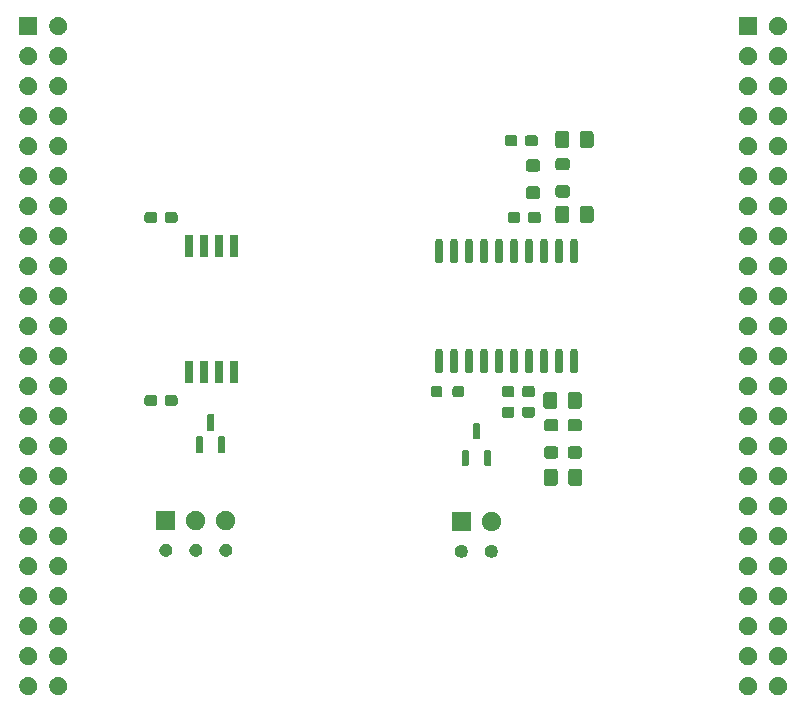
<source format=gts>
%TF.GenerationSoftware,KiCad,Pcbnew,9.0.7-9.0.7~ubuntu24.04.1*%
%TF.CreationDate,2026-01-13T16:37:34+01:00*%
%TF.ProjectId,can_uart,63616e5f-7561-4727-942e-6b696361645f,1.0*%
%TF.SameCoordinates,Original*%
%TF.FileFunction,Soldermask,Top*%
%TF.FilePolarity,Negative*%
%FSLAX46Y46*%
G04 Gerber Fmt 4.6, Leading zero omitted, Abs format (unit mm)*
G04 Created by KiCad (PCBNEW 9.0.7-9.0.7~ubuntu24.04.1) date 2026-01-13 16:37:34*
%MOMM*%
%LPD*%
G01*
G04 APERTURE LIST*
G04 APERTURE END LIST*
G36*
X119482068Y-109697941D02*
G01*
X119620619Y-109755330D01*
X119745311Y-109838647D01*
X119851353Y-109944689D01*
X119934670Y-110069381D01*
X119992059Y-110207932D01*
X120021316Y-110355017D01*
X120021316Y-110504983D01*
X119992059Y-110652068D01*
X119934670Y-110790619D01*
X119851353Y-110915311D01*
X119745311Y-111021353D01*
X119620619Y-111104670D01*
X119482068Y-111162059D01*
X119334983Y-111191316D01*
X119185017Y-111191316D01*
X119037932Y-111162059D01*
X118899381Y-111104670D01*
X118774689Y-111021353D01*
X118668647Y-110915311D01*
X118585330Y-110790619D01*
X118527941Y-110652068D01*
X118498684Y-110504983D01*
X118498684Y-110355017D01*
X118527941Y-110207932D01*
X118585330Y-110069381D01*
X118668647Y-109944689D01*
X118774689Y-109838647D01*
X118899381Y-109755330D01*
X119037932Y-109697941D01*
X119185017Y-109668684D01*
X119334983Y-109668684D01*
X119482068Y-109697941D01*
G37*
G36*
X122022068Y-109697941D02*
G01*
X122160619Y-109755330D01*
X122285311Y-109838647D01*
X122391353Y-109944689D01*
X122474670Y-110069381D01*
X122532059Y-110207932D01*
X122561316Y-110355017D01*
X122561316Y-110504983D01*
X122532059Y-110652068D01*
X122474670Y-110790619D01*
X122391353Y-110915311D01*
X122285311Y-111021353D01*
X122160619Y-111104670D01*
X122022068Y-111162059D01*
X121874983Y-111191316D01*
X121725017Y-111191316D01*
X121577932Y-111162059D01*
X121439381Y-111104670D01*
X121314689Y-111021353D01*
X121208647Y-110915311D01*
X121125330Y-110790619D01*
X121067941Y-110652068D01*
X121038684Y-110504983D01*
X121038684Y-110355017D01*
X121067941Y-110207932D01*
X121125330Y-110069381D01*
X121208647Y-109944689D01*
X121314689Y-109838647D01*
X121439381Y-109755330D01*
X121577932Y-109697941D01*
X121725017Y-109668684D01*
X121874983Y-109668684D01*
X122022068Y-109697941D01*
G37*
G36*
X180422068Y-109697941D02*
G01*
X180560619Y-109755330D01*
X180685311Y-109838647D01*
X180791353Y-109944689D01*
X180874670Y-110069381D01*
X180932059Y-110207932D01*
X180961316Y-110355017D01*
X180961316Y-110504983D01*
X180932059Y-110652068D01*
X180874670Y-110790619D01*
X180791353Y-110915311D01*
X180685311Y-111021353D01*
X180560619Y-111104670D01*
X180422068Y-111162059D01*
X180274983Y-111191316D01*
X180125017Y-111191316D01*
X179977932Y-111162059D01*
X179839381Y-111104670D01*
X179714689Y-111021353D01*
X179608647Y-110915311D01*
X179525330Y-110790619D01*
X179467941Y-110652068D01*
X179438684Y-110504983D01*
X179438684Y-110355017D01*
X179467941Y-110207932D01*
X179525330Y-110069381D01*
X179608647Y-109944689D01*
X179714689Y-109838647D01*
X179839381Y-109755330D01*
X179977932Y-109697941D01*
X180125017Y-109668684D01*
X180274983Y-109668684D01*
X180422068Y-109697941D01*
G37*
G36*
X182962068Y-109697941D02*
G01*
X183100619Y-109755330D01*
X183225311Y-109838647D01*
X183331353Y-109944689D01*
X183414670Y-110069381D01*
X183472059Y-110207932D01*
X183501316Y-110355017D01*
X183501316Y-110504983D01*
X183472059Y-110652068D01*
X183414670Y-110790619D01*
X183331353Y-110915311D01*
X183225311Y-111021353D01*
X183100619Y-111104670D01*
X182962068Y-111162059D01*
X182814983Y-111191316D01*
X182665017Y-111191316D01*
X182517932Y-111162059D01*
X182379381Y-111104670D01*
X182254689Y-111021353D01*
X182148647Y-110915311D01*
X182065330Y-110790619D01*
X182007941Y-110652068D01*
X181978684Y-110504983D01*
X181978684Y-110355017D01*
X182007941Y-110207932D01*
X182065330Y-110069381D01*
X182148647Y-109944689D01*
X182254689Y-109838647D01*
X182379381Y-109755330D01*
X182517932Y-109697941D01*
X182665017Y-109668684D01*
X182814983Y-109668684D01*
X182962068Y-109697941D01*
G37*
G36*
X119482068Y-107157941D02*
G01*
X119620619Y-107215330D01*
X119745311Y-107298647D01*
X119851353Y-107404689D01*
X119934670Y-107529381D01*
X119992059Y-107667932D01*
X120021316Y-107815017D01*
X120021316Y-107964983D01*
X119992059Y-108112068D01*
X119934670Y-108250619D01*
X119851353Y-108375311D01*
X119745311Y-108481353D01*
X119620619Y-108564670D01*
X119482068Y-108622059D01*
X119334983Y-108651316D01*
X119185017Y-108651316D01*
X119037932Y-108622059D01*
X118899381Y-108564670D01*
X118774689Y-108481353D01*
X118668647Y-108375311D01*
X118585330Y-108250619D01*
X118527941Y-108112068D01*
X118498684Y-107964983D01*
X118498684Y-107815017D01*
X118527941Y-107667932D01*
X118585330Y-107529381D01*
X118668647Y-107404689D01*
X118774689Y-107298647D01*
X118899381Y-107215330D01*
X119037932Y-107157941D01*
X119185017Y-107128684D01*
X119334983Y-107128684D01*
X119482068Y-107157941D01*
G37*
G36*
X122022068Y-107157941D02*
G01*
X122160619Y-107215330D01*
X122285311Y-107298647D01*
X122391353Y-107404689D01*
X122474670Y-107529381D01*
X122532059Y-107667932D01*
X122561316Y-107815017D01*
X122561316Y-107964983D01*
X122532059Y-108112068D01*
X122474670Y-108250619D01*
X122391353Y-108375311D01*
X122285311Y-108481353D01*
X122160619Y-108564670D01*
X122022068Y-108622059D01*
X121874983Y-108651316D01*
X121725017Y-108651316D01*
X121577932Y-108622059D01*
X121439381Y-108564670D01*
X121314689Y-108481353D01*
X121208647Y-108375311D01*
X121125330Y-108250619D01*
X121067941Y-108112068D01*
X121038684Y-107964983D01*
X121038684Y-107815017D01*
X121067941Y-107667932D01*
X121125330Y-107529381D01*
X121208647Y-107404689D01*
X121314689Y-107298647D01*
X121439381Y-107215330D01*
X121577932Y-107157941D01*
X121725017Y-107128684D01*
X121874983Y-107128684D01*
X122022068Y-107157941D01*
G37*
G36*
X180422068Y-107157941D02*
G01*
X180560619Y-107215330D01*
X180685311Y-107298647D01*
X180791353Y-107404689D01*
X180874670Y-107529381D01*
X180932059Y-107667932D01*
X180961316Y-107815017D01*
X180961316Y-107964983D01*
X180932059Y-108112068D01*
X180874670Y-108250619D01*
X180791353Y-108375311D01*
X180685311Y-108481353D01*
X180560619Y-108564670D01*
X180422068Y-108622059D01*
X180274983Y-108651316D01*
X180125017Y-108651316D01*
X179977932Y-108622059D01*
X179839381Y-108564670D01*
X179714689Y-108481353D01*
X179608647Y-108375311D01*
X179525330Y-108250619D01*
X179467941Y-108112068D01*
X179438684Y-107964983D01*
X179438684Y-107815017D01*
X179467941Y-107667932D01*
X179525330Y-107529381D01*
X179608647Y-107404689D01*
X179714689Y-107298647D01*
X179839381Y-107215330D01*
X179977932Y-107157941D01*
X180125017Y-107128684D01*
X180274983Y-107128684D01*
X180422068Y-107157941D01*
G37*
G36*
X182962068Y-107157941D02*
G01*
X183100619Y-107215330D01*
X183225311Y-107298647D01*
X183331353Y-107404689D01*
X183414670Y-107529381D01*
X183472059Y-107667932D01*
X183501316Y-107815017D01*
X183501316Y-107964983D01*
X183472059Y-108112068D01*
X183414670Y-108250619D01*
X183331353Y-108375311D01*
X183225311Y-108481353D01*
X183100619Y-108564670D01*
X182962068Y-108622059D01*
X182814983Y-108651316D01*
X182665017Y-108651316D01*
X182517932Y-108622059D01*
X182379381Y-108564670D01*
X182254689Y-108481353D01*
X182148647Y-108375311D01*
X182065330Y-108250619D01*
X182007941Y-108112068D01*
X181978684Y-107964983D01*
X181978684Y-107815017D01*
X182007941Y-107667932D01*
X182065330Y-107529381D01*
X182148647Y-107404689D01*
X182254689Y-107298647D01*
X182379381Y-107215330D01*
X182517932Y-107157941D01*
X182665017Y-107128684D01*
X182814983Y-107128684D01*
X182962068Y-107157941D01*
G37*
G36*
X119482068Y-104617941D02*
G01*
X119620619Y-104675330D01*
X119745311Y-104758647D01*
X119851353Y-104864689D01*
X119934670Y-104989381D01*
X119992059Y-105127932D01*
X120021316Y-105275017D01*
X120021316Y-105424983D01*
X119992059Y-105572068D01*
X119934670Y-105710619D01*
X119851353Y-105835311D01*
X119745311Y-105941353D01*
X119620619Y-106024670D01*
X119482068Y-106082059D01*
X119334983Y-106111316D01*
X119185017Y-106111316D01*
X119037932Y-106082059D01*
X118899381Y-106024670D01*
X118774689Y-105941353D01*
X118668647Y-105835311D01*
X118585330Y-105710619D01*
X118527941Y-105572068D01*
X118498684Y-105424983D01*
X118498684Y-105275017D01*
X118527941Y-105127932D01*
X118585330Y-104989381D01*
X118668647Y-104864689D01*
X118774689Y-104758647D01*
X118899381Y-104675330D01*
X119037932Y-104617941D01*
X119185017Y-104588684D01*
X119334983Y-104588684D01*
X119482068Y-104617941D01*
G37*
G36*
X122022068Y-104617941D02*
G01*
X122160619Y-104675330D01*
X122285311Y-104758647D01*
X122391353Y-104864689D01*
X122474670Y-104989381D01*
X122532059Y-105127932D01*
X122561316Y-105275017D01*
X122561316Y-105424983D01*
X122532059Y-105572068D01*
X122474670Y-105710619D01*
X122391353Y-105835311D01*
X122285311Y-105941353D01*
X122160619Y-106024670D01*
X122022068Y-106082059D01*
X121874983Y-106111316D01*
X121725017Y-106111316D01*
X121577932Y-106082059D01*
X121439381Y-106024670D01*
X121314689Y-105941353D01*
X121208647Y-105835311D01*
X121125330Y-105710619D01*
X121067941Y-105572068D01*
X121038684Y-105424983D01*
X121038684Y-105275017D01*
X121067941Y-105127932D01*
X121125330Y-104989381D01*
X121208647Y-104864689D01*
X121314689Y-104758647D01*
X121439381Y-104675330D01*
X121577932Y-104617941D01*
X121725017Y-104588684D01*
X121874983Y-104588684D01*
X122022068Y-104617941D01*
G37*
G36*
X180422068Y-104617941D02*
G01*
X180560619Y-104675330D01*
X180685311Y-104758647D01*
X180791353Y-104864689D01*
X180874670Y-104989381D01*
X180932059Y-105127932D01*
X180961316Y-105275017D01*
X180961316Y-105424983D01*
X180932059Y-105572068D01*
X180874670Y-105710619D01*
X180791353Y-105835311D01*
X180685311Y-105941353D01*
X180560619Y-106024670D01*
X180422068Y-106082059D01*
X180274983Y-106111316D01*
X180125017Y-106111316D01*
X179977932Y-106082059D01*
X179839381Y-106024670D01*
X179714689Y-105941353D01*
X179608647Y-105835311D01*
X179525330Y-105710619D01*
X179467941Y-105572068D01*
X179438684Y-105424983D01*
X179438684Y-105275017D01*
X179467941Y-105127932D01*
X179525330Y-104989381D01*
X179608647Y-104864689D01*
X179714689Y-104758647D01*
X179839381Y-104675330D01*
X179977932Y-104617941D01*
X180125017Y-104588684D01*
X180274983Y-104588684D01*
X180422068Y-104617941D01*
G37*
G36*
X182962068Y-104617941D02*
G01*
X183100619Y-104675330D01*
X183225311Y-104758647D01*
X183331353Y-104864689D01*
X183414670Y-104989381D01*
X183472059Y-105127932D01*
X183501316Y-105275017D01*
X183501316Y-105424983D01*
X183472059Y-105572068D01*
X183414670Y-105710619D01*
X183331353Y-105835311D01*
X183225311Y-105941353D01*
X183100619Y-106024670D01*
X182962068Y-106082059D01*
X182814983Y-106111316D01*
X182665017Y-106111316D01*
X182517932Y-106082059D01*
X182379381Y-106024670D01*
X182254689Y-105941353D01*
X182148647Y-105835311D01*
X182065330Y-105710619D01*
X182007941Y-105572068D01*
X181978684Y-105424983D01*
X181978684Y-105275017D01*
X182007941Y-105127932D01*
X182065330Y-104989381D01*
X182148647Y-104864689D01*
X182254689Y-104758647D01*
X182379381Y-104675330D01*
X182517932Y-104617941D01*
X182665017Y-104588684D01*
X182814983Y-104588684D01*
X182962068Y-104617941D01*
G37*
G36*
X119482068Y-102077941D02*
G01*
X119620619Y-102135330D01*
X119745311Y-102218647D01*
X119851353Y-102324689D01*
X119934670Y-102449381D01*
X119992059Y-102587932D01*
X120021316Y-102735017D01*
X120021316Y-102884983D01*
X119992059Y-103032068D01*
X119934670Y-103170619D01*
X119851353Y-103295311D01*
X119745311Y-103401353D01*
X119620619Y-103484670D01*
X119482068Y-103542059D01*
X119334983Y-103571316D01*
X119185017Y-103571316D01*
X119037932Y-103542059D01*
X118899381Y-103484670D01*
X118774689Y-103401353D01*
X118668647Y-103295311D01*
X118585330Y-103170619D01*
X118527941Y-103032068D01*
X118498684Y-102884983D01*
X118498684Y-102735017D01*
X118527941Y-102587932D01*
X118585330Y-102449381D01*
X118668647Y-102324689D01*
X118774689Y-102218647D01*
X118899381Y-102135330D01*
X119037932Y-102077941D01*
X119185017Y-102048684D01*
X119334983Y-102048684D01*
X119482068Y-102077941D01*
G37*
G36*
X122022068Y-102077941D02*
G01*
X122160619Y-102135330D01*
X122285311Y-102218647D01*
X122391353Y-102324689D01*
X122474670Y-102449381D01*
X122532059Y-102587932D01*
X122561316Y-102735017D01*
X122561316Y-102884983D01*
X122532059Y-103032068D01*
X122474670Y-103170619D01*
X122391353Y-103295311D01*
X122285311Y-103401353D01*
X122160619Y-103484670D01*
X122022068Y-103542059D01*
X121874983Y-103571316D01*
X121725017Y-103571316D01*
X121577932Y-103542059D01*
X121439381Y-103484670D01*
X121314689Y-103401353D01*
X121208647Y-103295311D01*
X121125330Y-103170619D01*
X121067941Y-103032068D01*
X121038684Y-102884983D01*
X121038684Y-102735017D01*
X121067941Y-102587932D01*
X121125330Y-102449381D01*
X121208647Y-102324689D01*
X121314689Y-102218647D01*
X121439381Y-102135330D01*
X121577932Y-102077941D01*
X121725017Y-102048684D01*
X121874983Y-102048684D01*
X122022068Y-102077941D01*
G37*
G36*
X180422068Y-102077941D02*
G01*
X180560619Y-102135330D01*
X180685311Y-102218647D01*
X180791353Y-102324689D01*
X180874670Y-102449381D01*
X180932059Y-102587932D01*
X180961316Y-102735017D01*
X180961316Y-102884983D01*
X180932059Y-103032068D01*
X180874670Y-103170619D01*
X180791353Y-103295311D01*
X180685311Y-103401353D01*
X180560619Y-103484670D01*
X180422068Y-103542059D01*
X180274983Y-103571316D01*
X180125017Y-103571316D01*
X179977932Y-103542059D01*
X179839381Y-103484670D01*
X179714689Y-103401353D01*
X179608647Y-103295311D01*
X179525330Y-103170619D01*
X179467941Y-103032068D01*
X179438684Y-102884983D01*
X179438684Y-102735017D01*
X179467941Y-102587932D01*
X179525330Y-102449381D01*
X179608647Y-102324689D01*
X179714689Y-102218647D01*
X179839381Y-102135330D01*
X179977932Y-102077941D01*
X180125017Y-102048684D01*
X180274983Y-102048684D01*
X180422068Y-102077941D01*
G37*
G36*
X182962068Y-102077941D02*
G01*
X183100619Y-102135330D01*
X183225311Y-102218647D01*
X183331353Y-102324689D01*
X183414670Y-102449381D01*
X183472059Y-102587932D01*
X183501316Y-102735017D01*
X183501316Y-102884983D01*
X183472059Y-103032068D01*
X183414670Y-103170619D01*
X183331353Y-103295311D01*
X183225311Y-103401353D01*
X183100619Y-103484670D01*
X182962068Y-103542059D01*
X182814983Y-103571316D01*
X182665017Y-103571316D01*
X182517932Y-103542059D01*
X182379381Y-103484670D01*
X182254689Y-103401353D01*
X182148647Y-103295311D01*
X182065330Y-103170619D01*
X182007941Y-103032068D01*
X181978684Y-102884983D01*
X181978684Y-102735017D01*
X182007941Y-102587932D01*
X182065330Y-102449381D01*
X182148647Y-102324689D01*
X182254689Y-102218647D01*
X182379381Y-102135330D01*
X182517932Y-102077941D01*
X182665017Y-102048684D01*
X182814983Y-102048684D01*
X182962068Y-102077941D01*
G37*
G36*
X119482068Y-99537941D02*
G01*
X119620619Y-99595330D01*
X119745311Y-99678647D01*
X119851353Y-99784689D01*
X119934670Y-99909381D01*
X119992059Y-100047932D01*
X120021316Y-100195017D01*
X120021316Y-100344983D01*
X119992059Y-100492068D01*
X119934670Y-100630619D01*
X119851353Y-100755311D01*
X119745311Y-100861353D01*
X119620619Y-100944670D01*
X119482068Y-101002059D01*
X119334983Y-101031316D01*
X119185017Y-101031316D01*
X119037932Y-101002059D01*
X118899381Y-100944670D01*
X118774689Y-100861353D01*
X118668647Y-100755311D01*
X118585330Y-100630619D01*
X118527941Y-100492068D01*
X118498684Y-100344983D01*
X118498684Y-100195017D01*
X118527941Y-100047932D01*
X118585330Y-99909381D01*
X118668647Y-99784689D01*
X118774689Y-99678647D01*
X118899381Y-99595330D01*
X119037932Y-99537941D01*
X119185017Y-99508684D01*
X119334983Y-99508684D01*
X119482068Y-99537941D01*
G37*
G36*
X122022068Y-99537941D02*
G01*
X122160619Y-99595330D01*
X122285311Y-99678647D01*
X122391353Y-99784689D01*
X122474670Y-99909381D01*
X122532059Y-100047932D01*
X122561316Y-100195017D01*
X122561316Y-100344983D01*
X122532059Y-100492068D01*
X122474670Y-100630619D01*
X122391353Y-100755311D01*
X122285311Y-100861353D01*
X122160619Y-100944670D01*
X122022068Y-101002059D01*
X121874983Y-101031316D01*
X121725017Y-101031316D01*
X121577932Y-101002059D01*
X121439381Y-100944670D01*
X121314689Y-100861353D01*
X121208647Y-100755311D01*
X121125330Y-100630619D01*
X121067941Y-100492068D01*
X121038684Y-100344983D01*
X121038684Y-100195017D01*
X121067941Y-100047932D01*
X121125330Y-99909381D01*
X121208647Y-99784689D01*
X121314689Y-99678647D01*
X121439381Y-99595330D01*
X121577932Y-99537941D01*
X121725017Y-99508684D01*
X121874983Y-99508684D01*
X122022068Y-99537941D01*
G37*
G36*
X180422068Y-99537941D02*
G01*
X180560619Y-99595330D01*
X180685311Y-99678647D01*
X180791353Y-99784689D01*
X180874670Y-99909381D01*
X180932059Y-100047932D01*
X180961316Y-100195017D01*
X180961316Y-100344983D01*
X180932059Y-100492068D01*
X180874670Y-100630619D01*
X180791353Y-100755311D01*
X180685311Y-100861353D01*
X180560619Y-100944670D01*
X180422068Y-101002059D01*
X180274983Y-101031316D01*
X180125017Y-101031316D01*
X179977932Y-101002059D01*
X179839381Y-100944670D01*
X179714689Y-100861353D01*
X179608647Y-100755311D01*
X179525330Y-100630619D01*
X179467941Y-100492068D01*
X179438684Y-100344983D01*
X179438684Y-100195017D01*
X179467941Y-100047932D01*
X179525330Y-99909381D01*
X179608647Y-99784689D01*
X179714689Y-99678647D01*
X179839381Y-99595330D01*
X179977932Y-99537941D01*
X180125017Y-99508684D01*
X180274983Y-99508684D01*
X180422068Y-99537941D01*
G37*
G36*
X182962068Y-99537941D02*
G01*
X183100619Y-99595330D01*
X183225311Y-99678647D01*
X183331353Y-99784689D01*
X183414670Y-99909381D01*
X183472059Y-100047932D01*
X183501316Y-100195017D01*
X183501316Y-100344983D01*
X183472059Y-100492068D01*
X183414670Y-100630619D01*
X183331353Y-100755311D01*
X183225311Y-100861353D01*
X183100619Y-100944670D01*
X182962068Y-101002059D01*
X182814983Y-101031316D01*
X182665017Y-101031316D01*
X182517932Y-101002059D01*
X182379381Y-100944670D01*
X182254689Y-100861353D01*
X182148647Y-100755311D01*
X182065330Y-100630619D01*
X182007941Y-100492068D01*
X181978684Y-100344983D01*
X181978684Y-100195017D01*
X182007941Y-100047932D01*
X182065330Y-99909381D01*
X182148647Y-99784689D01*
X182254689Y-99678647D01*
X182379381Y-99595330D01*
X182517932Y-99537941D01*
X182665017Y-99508684D01*
X182814983Y-99508684D01*
X182962068Y-99537941D01*
G37*
G36*
X156151476Y-98517117D02*
G01*
X156275819Y-98588907D01*
X156377344Y-98690432D01*
X156449134Y-98814775D01*
X156486295Y-98953462D01*
X156486295Y-99097040D01*
X156449134Y-99235727D01*
X156377344Y-99360070D01*
X156275819Y-99461595D01*
X156151476Y-99533385D01*
X156012789Y-99570546D01*
X155869211Y-99570546D01*
X155730524Y-99533385D01*
X155606181Y-99461595D01*
X155504656Y-99360070D01*
X155432866Y-99235727D01*
X155395705Y-99097040D01*
X155395705Y-98953462D01*
X155432866Y-98814775D01*
X155504656Y-98690432D01*
X155606181Y-98588907D01*
X155730524Y-98517117D01*
X155869211Y-98479956D01*
X156012789Y-98479956D01*
X156151476Y-98517117D01*
G37*
G36*
X158691476Y-98517117D02*
G01*
X158815819Y-98588907D01*
X158917344Y-98690432D01*
X158989134Y-98814775D01*
X159026295Y-98953462D01*
X159026295Y-99097040D01*
X158989134Y-99235727D01*
X158917344Y-99360070D01*
X158815819Y-99461595D01*
X158691476Y-99533385D01*
X158552789Y-99570546D01*
X158409211Y-99570546D01*
X158270524Y-99533385D01*
X158146181Y-99461595D01*
X158044656Y-99360070D01*
X157972866Y-99235727D01*
X157935705Y-99097040D01*
X157935705Y-98953462D01*
X157972866Y-98814775D01*
X158044656Y-98690432D01*
X158146181Y-98588907D01*
X158270524Y-98517117D01*
X158409211Y-98479956D01*
X158552789Y-98479956D01*
X158691476Y-98517117D01*
G37*
G36*
X131110476Y-98431866D02*
G01*
X131234819Y-98503656D01*
X131336344Y-98605181D01*
X131408134Y-98729524D01*
X131445295Y-98868211D01*
X131445295Y-99011789D01*
X131408134Y-99150476D01*
X131336344Y-99274819D01*
X131234819Y-99376344D01*
X131110476Y-99448134D01*
X130971789Y-99485295D01*
X130828211Y-99485295D01*
X130689524Y-99448134D01*
X130565181Y-99376344D01*
X130463656Y-99274819D01*
X130391866Y-99150476D01*
X130354705Y-99011789D01*
X130354705Y-98868211D01*
X130391866Y-98729524D01*
X130463656Y-98605181D01*
X130565181Y-98503656D01*
X130689524Y-98431866D01*
X130828211Y-98394705D01*
X130971789Y-98394705D01*
X131110476Y-98431866D01*
G37*
G36*
X133650476Y-98431866D02*
G01*
X133774819Y-98503656D01*
X133876344Y-98605181D01*
X133948134Y-98729524D01*
X133985295Y-98868211D01*
X133985295Y-99011789D01*
X133948134Y-99150476D01*
X133876344Y-99274819D01*
X133774819Y-99376344D01*
X133650476Y-99448134D01*
X133511789Y-99485295D01*
X133368211Y-99485295D01*
X133229524Y-99448134D01*
X133105181Y-99376344D01*
X133003656Y-99274819D01*
X132931866Y-99150476D01*
X132894705Y-99011789D01*
X132894705Y-98868211D01*
X132931866Y-98729524D01*
X133003656Y-98605181D01*
X133105181Y-98503656D01*
X133229524Y-98431866D01*
X133368211Y-98394705D01*
X133511789Y-98394705D01*
X133650476Y-98431866D01*
G37*
G36*
X136190476Y-98431866D02*
G01*
X136314819Y-98503656D01*
X136416344Y-98605181D01*
X136488134Y-98729524D01*
X136525295Y-98868211D01*
X136525295Y-99011789D01*
X136488134Y-99150476D01*
X136416344Y-99274819D01*
X136314819Y-99376344D01*
X136190476Y-99448134D01*
X136051789Y-99485295D01*
X135908211Y-99485295D01*
X135769524Y-99448134D01*
X135645181Y-99376344D01*
X135543656Y-99274819D01*
X135471866Y-99150476D01*
X135434705Y-99011789D01*
X135434705Y-98868211D01*
X135471866Y-98729524D01*
X135543656Y-98605181D01*
X135645181Y-98503656D01*
X135769524Y-98431866D01*
X135908211Y-98394705D01*
X136051789Y-98394705D01*
X136190476Y-98431866D01*
G37*
G36*
X119482068Y-96997941D02*
G01*
X119620619Y-97055330D01*
X119745311Y-97138647D01*
X119851353Y-97244689D01*
X119934670Y-97369381D01*
X119992059Y-97507932D01*
X120021316Y-97655017D01*
X120021316Y-97804983D01*
X119992059Y-97952068D01*
X119934670Y-98090619D01*
X119851353Y-98215311D01*
X119745311Y-98321353D01*
X119620619Y-98404670D01*
X119482068Y-98462059D01*
X119334983Y-98491316D01*
X119185017Y-98491316D01*
X119037932Y-98462059D01*
X118899381Y-98404670D01*
X118774689Y-98321353D01*
X118668647Y-98215311D01*
X118585330Y-98090619D01*
X118527941Y-97952068D01*
X118498684Y-97804983D01*
X118498684Y-97655017D01*
X118527941Y-97507932D01*
X118585330Y-97369381D01*
X118668647Y-97244689D01*
X118774689Y-97138647D01*
X118899381Y-97055330D01*
X119037932Y-96997941D01*
X119185017Y-96968684D01*
X119334983Y-96968684D01*
X119482068Y-96997941D01*
G37*
G36*
X122022068Y-96997941D02*
G01*
X122160619Y-97055330D01*
X122285311Y-97138647D01*
X122391353Y-97244689D01*
X122474670Y-97369381D01*
X122532059Y-97507932D01*
X122561316Y-97655017D01*
X122561316Y-97804983D01*
X122532059Y-97952068D01*
X122474670Y-98090619D01*
X122391353Y-98215311D01*
X122285311Y-98321353D01*
X122160619Y-98404670D01*
X122022068Y-98462059D01*
X121874983Y-98491316D01*
X121725017Y-98491316D01*
X121577932Y-98462059D01*
X121439381Y-98404670D01*
X121314689Y-98321353D01*
X121208647Y-98215311D01*
X121125330Y-98090619D01*
X121067941Y-97952068D01*
X121038684Y-97804983D01*
X121038684Y-97655017D01*
X121067941Y-97507932D01*
X121125330Y-97369381D01*
X121208647Y-97244689D01*
X121314689Y-97138647D01*
X121439381Y-97055330D01*
X121577932Y-96997941D01*
X121725017Y-96968684D01*
X121874983Y-96968684D01*
X122022068Y-96997941D01*
G37*
G36*
X180422068Y-96997941D02*
G01*
X180560619Y-97055330D01*
X180685311Y-97138647D01*
X180791353Y-97244689D01*
X180874670Y-97369381D01*
X180932059Y-97507932D01*
X180961316Y-97655017D01*
X180961316Y-97804983D01*
X180932059Y-97952068D01*
X180874670Y-98090619D01*
X180791353Y-98215311D01*
X180685311Y-98321353D01*
X180560619Y-98404670D01*
X180422068Y-98462059D01*
X180274983Y-98491316D01*
X180125017Y-98491316D01*
X179977932Y-98462059D01*
X179839381Y-98404670D01*
X179714689Y-98321353D01*
X179608647Y-98215311D01*
X179525330Y-98090619D01*
X179467941Y-97952068D01*
X179438684Y-97804983D01*
X179438684Y-97655017D01*
X179467941Y-97507932D01*
X179525330Y-97369381D01*
X179608647Y-97244689D01*
X179714689Y-97138647D01*
X179839381Y-97055330D01*
X179977932Y-96997941D01*
X180125017Y-96968684D01*
X180274983Y-96968684D01*
X180422068Y-96997941D01*
G37*
G36*
X182962068Y-96997941D02*
G01*
X183100619Y-97055330D01*
X183225311Y-97138647D01*
X183331353Y-97244689D01*
X183414670Y-97369381D01*
X183472059Y-97507932D01*
X183501316Y-97655017D01*
X183501316Y-97804983D01*
X183472059Y-97952068D01*
X183414670Y-98090619D01*
X183331353Y-98215311D01*
X183225311Y-98321353D01*
X183100619Y-98404670D01*
X182962068Y-98462059D01*
X182814983Y-98491316D01*
X182665017Y-98491316D01*
X182517932Y-98462059D01*
X182379381Y-98404670D01*
X182254689Y-98321353D01*
X182148647Y-98215311D01*
X182065330Y-98090619D01*
X182007941Y-97952068D01*
X181978684Y-97804983D01*
X181978684Y-97655017D01*
X182007941Y-97507932D01*
X182065330Y-97369381D01*
X182148647Y-97244689D01*
X182254689Y-97138647D01*
X182379381Y-97055330D01*
X182517932Y-96997941D01*
X182665017Y-96968684D01*
X182814983Y-96968684D01*
X182962068Y-96997941D01*
G37*
G36*
X156766000Y-97310251D02*
G01*
X155116000Y-97310251D01*
X155116000Y-95660251D01*
X156766000Y-95660251D01*
X156766000Y-97310251D01*
G37*
G36*
X158720485Y-95695775D02*
G01*
X158869902Y-95757666D01*
X159004374Y-95847517D01*
X159118734Y-95961877D01*
X159208585Y-96096349D01*
X159270476Y-96245766D01*
X159302027Y-96404387D01*
X159302027Y-96566115D01*
X159270476Y-96724736D01*
X159208585Y-96874153D01*
X159118734Y-97008625D01*
X159004374Y-97122985D01*
X158869902Y-97212836D01*
X158720485Y-97274727D01*
X158561864Y-97306278D01*
X158400136Y-97306278D01*
X158241515Y-97274727D01*
X158092098Y-97212836D01*
X157957626Y-97122985D01*
X157843266Y-97008625D01*
X157753415Y-96874153D01*
X157691524Y-96724736D01*
X157659973Y-96566115D01*
X157659973Y-96404387D01*
X157691524Y-96245766D01*
X157753415Y-96096349D01*
X157843266Y-95961877D01*
X157957626Y-95847517D01*
X158092098Y-95757666D01*
X158241515Y-95695775D01*
X158400136Y-95664224D01*
X158561864Y-95664224D01*
X158720485Y-95695775D01*
G37*
G36*
X131725000Y-97225000D02*
G01*
X130075000Y-97225000D01*
X130075000Y-95575000D01*
X131725000Y-95575000D01*
X131725000Y-97225000D01*
G37*
G36*
X133679485Y-95610524D02*
G01*
X133828902Y-95672415D01*
X133963374Y-95762266D01*
X134077734Y-95876626D01*
X134167585Y-96011098D01*
X134229476Y-96160515D01*
X134261027Y-96319136D01*
X134261027Y-96480864D01*
X134229476Y-96639485D01*
X134167585Y-96788902D01*
X134077734Y-96923374D01*
X133963374Y-97037734D01*
X133828902Y-97127585D01*
X133679485Y-97189476D01*
X133520864Y-97221027D01*
X133359136Y-97221027D01*
X133200515Y-97189476D01*
X133051098Y-97127585D01*
X132916626Y-97037734D01*
X132802266Y-96923374D01*
X132712415Y-96788902D01*
X132650524Y-96639485D01*
X132618973Y-96480864D01*
X132618973Y-96319136D01*
X132650524Y-96160515D01*
X132712415Y-96011098D01*
X132802266Y-95876626D01*
X132916626Y-95762266D01*
X133051098Y-95672415D01*
X133200515Y-95610524D01*
X133359136Y-95578973D01*
X133520864Y-95578973D01*
X133679485Y-95610524D01*
G37*
G36*
X136219485Y-95610524D02*
G01*
X136368902Y-95672415D01*
X136503374Y-95762266D01*
X136617734Y-95876626D01*
X136707585Y-96011098D01*
X136769476Y-96160515D01*
X136801027Y-96319136D01*
X136801027Y-96480864D01*
X136769476Y-96639485D01*
X136707585Y-96788902D01*
X136617734Y-96923374D01*
X136503374Y-97037734D01*
X136368902Y-97127585D01*
X136219485Y-97189476D01*
X136060864Y-97221027D01*
X135899136Y-97221027D01*
X135740515Y-97189476D01*
X135591098Y-97127585D01*
X135456626Y-97037734D01*
X135342266Y-96923374D01*
X135252415Y-96788902D01*
X135190524Y-96639485D01*
X135158973Y-96480864D01*
X135158973Y-96319136D01*
X135190524Y-96160515D01*
X135252415Y-96011098D01*
X135342266Y-95876626D01*
X135456626Y-95762266D01*
X135591098Y-95672415D01*
X135740515Y-95610524D01*
X135899136Y-95578973D01*
X136060864Y-95578973D01*
X136219485Y-95610524D01*
G37*
G36*
X119482068Y-94457941D02*
G01*
X119620619Y-94515330D01*
X119745311Y-94598647D01*
X119851353Y-94704689D01*
X119934670Y-94829381D01*
X119992059Y-94967932D01*
X120021316Y-95115017D01*
X120021316Y-95264983D01*
X119992059Y-95412068D01*
X119934670Y-95550619D01*
X119851353Y-95675311D01*
X119745311Y-95781353D01*
X119620619Y-95864670D01*
X119482068Y-95922059D01*
X119334983Y-95951316D01*
X119185017Y-95951316D01*
X119037932Y-95922059D01*
X118899381Y-95864670D01*
X118774689Y-95781353D01*
X118668647Y-95675311D01*
X118585330Y-95550619D01*
X118527941Y-95412068D01*
X118498684Y-95264983D01*
X118498684Y-95115017D01*
X118527941Y-94967932D01*
X118585330Y-94829381D01*
X118668647Y-94704689D01*
X118774689Y-94598647D01*
X118899381Y-94515330D01*
X119037932Y-94457941D01*
X119185017Y-94428684D01*
X119334983Y-94428684D01*
X119482068Y-94457941D01*
G37*
G36*
X122022068Y-94457941D02*
G01*
X122160619Y-94515330D01*
X122285311Y-94598647D01*
X122391353Y-94704689D01*
X122474670Y-94829381D01*
X122532059Y-94967932D01*
X122561316Y-95115017D01*
X122561316Y-95264983D01*
X122532059Y-95412068D01*
X122474670Y-95550619D01*
X122391353Y-95675311D01*
X122285311Y-95781353D01*
X122160619Y-95864670D01*
X122022068Y-95922059D01*
X121874983Y-95951316D01*
X121725017Y-95951316D01*
X121577932Y-95922059D01*
X121439381Y-95864670D01*
X121314689Y-95781353D01*
X121208647Y-95675311D01*
X121125330Y-95550619D01*
X121067941Y-95412068D01*
X121038684Y-95264983D01*
X121038684Y-95115017D01*
X121067941Y-94967932D01*
X121125330Y-94829381D01*
X121208647Y-94704689D01*
X121314689Y-94598647D01*
X121439381Y-94515330D01*
X121577932Y-94457941D01*
X121725017Y-94428684D01*
X121874983Y-94428684D01*
X122022068Y-94457941D01*
G37*
G36*
X180422068Y-94457941D02*
G01*
X180560619Y-94515330D01*
X180685311Y-94598647D01*
X180791353Y-94704689D01*
X180874670Y-94829381D01*
X180932059Y-94967932D01*
X180961316Y-95115017D01*
X180961316Y-95264983D01*
X180932059Y-95412068D01*
X180874670Y-95550619D01*
X180791353Y-95675311D01*
X180685311Y-95781353D01*
X180560619Y-95864670D01*
X180422068Y-95922059D01*
X180274983Y-95951316D01*
X180125017Y-95951316D01*
X179977932Y-95922059D01*
X179839381Y-95864670D01*
X179714689Y-95781353D01*
X179608647Y-95675311D01*
X179525330Y-95550619D01*
X179467941Y-95412068D01*
X179438684Y-95264983D01*
X179438684Y-95115017D01*
X179467941Y-94967932D01*
X179525330Y-94829381D01*
X179608647Y-94704689D01*
X179714689Y-94598647D01*
X179839381Y-94515330D01*
X179977932Y-94457941D01*
X180125017Y-94428684D01*
X180274983Y-94428684D01*
X180422068Y-94457941D01*
G37*
G36*
X182962068Y-94457941D02*
G01*
X183100619Y-94515330D01*
X183225311Y-94598647D01*
X183331353Y-94704689D01*
X183414670Y-94829381D01*
X183472059Y-94967932D01*
X183501316Y-95115017D01*
X183501316Y-95264983D01*
X183472059Y-95412068D01*
X183414670Y-95550619D01*
X183331353Y-95675311D01*
X183225311Y-95781353D01*
X183100619Y-95864670D01*
X182962068Y-95922059D01*
X182814983Y-95951316D01*
X182665017Y-95951316D01*
X182517932Y-95922059D01*
X182379381Y-95864670D01*
X182254689Y-95781353D01*
X182148647Y-95675311D01*
X182065330Y-95550619D01*
X182007941Y-95412068D01*
X181978684Y-95264983D01*
X181978684Y-95115017D01*
X182007941Y-94967932D01*
X182065330Y-94829381D01*
X182148647Y-94704689D01*
X182254689Y-94598647D01*
X182379381Y-94515330D01*
X182517932Y-94457941D01*
X182665017Y-94428684D01*
X182814983Y-94428684D01*
X182962068Y-94457941D01*
G37*
G36*
X163840731Y-92025642D02*
G01*
X163893272Y-92031738D01*
X163911223Y-92039664D01*
X163933171Y-92044030D01*
X163956666Y-92059729D01*
X163978390Y-92069321D01*
X163993226Y-92084157D01*
X164014277Y-92098223D01*
X164028342Y-92119273D01*
X164043178Y-92134109D01*
X164052769Y-92155830D01*
X164068470Y-92179329D01*
X164072835Y-92201277D01*
X164080760Y-92219224D01*
X164086852Y-92271747D01*
X164087500Y-92275000D01*
X164087500Y-93225000D01*
X164086854Y-93228243D01*
X164080761Y-93280772D01*
X164072836Y-93298719D01*
X164068470Y-93320671D01*
X164052767Y-93344171D01*
X164043178Y-93365890D01*
X164028344Y-93380723D01*
X164014277Y-93401777D01*
X163993223Y-93415844D01*
X163978390Y-93430678D01*
X163956670Y-93440267D01*
X163933171Y-93455970D01*
X163911220Y-93460336D01*
X163893275Y-93468260D01*
X163840754Y-93474352D01*
X163837500Y-93475000D01*
X163162500Y-93475000D01*
X163159258Y-93474355D01*
X163106727Y-93468261D01*
X163088778Y-93460335D01*
X163066829Y-93455970D01*
X163043330Y-93440268D01*
X163021609Y-93430678D01*
X163006773Y-93415842D01*
X162985723Y-93401777D01*
X162971657Y-93380726D01*
X162956821Y-93365890D01*
X162947229Y-93344166D01*
X162931530Y-93320671D01*
X162927164Y-93298724D01*
X162919239Y-93280775D01*
X162913144Y-93228242D01*
X162912500Y-93225000D01*
X162912500Y-92275000D01*
X162913142Y-92271770D01*
X162919238Y-92219227D01*
X162927164Y-92201274D01*
X162931530Y-92179329D01*
X162947228Y-92155835D01*
X162956821Y-92134109D01*
X162971659Y-92119270D01*
X162985723Y-92098223D01*
X163006770Y-92084159D01*
X163021609Y-92069321D01*
X163043335Y-92059727D01*
X163066829Y-92044030D01*
X163088773Y-92039665D01*
X163106724Y-92031739D01*
X163159259Y-92025644D01*
X163162500Y-92025000D01*
X163837500Y-92025000D01*
X163840731Y-92025642D01*
G37*
G36*
X165915731Y-92025642D02*
G01*
X165968272Y-92031738D01*
X165986223Y-92039664D01*
X166008171Y-92044030D01*
X166031666Y-92059729D01*
X166053390Y-92069321D01*
X166068226Y-92084157D01*
X166089277Y-92098223D01*
X166103342Y-92119273D01*
X166118178Y-92134109D01*
X166127769Y-92155830D01*
X166143470Y-92179329D01*
X166147835Y-92201277D01*
X166155760Y-92219224D01*
X166161852Y-92271747D01*
X166162500Y-92275000D01*
X166162500Y-93225000D01*
X166161854Y-93228243D01*
X166155761Y-93280772D01*
X166147836Y-93298719D01*
X166143470Y-93320671D01*
X166127767Y-93344171D01*
X166118178Y-93365890D01*
X166103344Y-93380723D01*
X166089277Y-93401777D01*
X166068223Y-93415844D01*
X166053390Y-93430678D01*
X166031670Y-93440267D01*
X166008171Y-93455970D01*
X165986220Y-93460336D01*
X165968275Y-93468260D01*
X165915754Y-93474352D01*
X165912500Y-93475000D01*
X165237500Y-93475000D01*
X165234258Y-93474355D01*
X165181727Y-93468261D01*
X165163778Y-93460335D01*
X165141829Y-93455970D01*
X165118330Y-93440268D01*
X165096609Y-93430678D01*
X165081773Y-93415842D01*
X165060723Y-93401777D01*
X165046657Y-93380726D01*
X165031821Y-93365890D01*
X165022229Y-93344166D01*
X165006530Y-93320671D01*
X165002164Y-93298724D01*
X164994239Y-93280775D01*
X164988144Y-93228242D01*
X164987500Y-93225000D01*
X164987500Y-92275000D01*
X164988142Y-92271770D01*
X164994238Y-92219227D01*
X165002164Y-92201274D01*
X165006530Y-92179329D01*
X165022228Y-92155835D01*
X165031821Y-92134109D01*
X165046659Y-92119270D01*
X165060723Y-92098223D01*
X165081770Y-92084159D01*
X165096609Y-92069321D01*
X165118335Y-92059727D01*
X165141829Y-92044030D01*
X165163773Y-92039665D01*
X165181724Y-92031739D01*
X165234259Y-92025644D01*
X165237500Y-92025000D01*
X165912500Y-92025000D01*
X165915731Y-92025642D01*
G37*
G36*
X119482068Y-91917941D02*
G01*
X119620619Y-91975330D01*
X119745311Y-92058647D01*
X119851353Y-92164689D01*
X119934670Y-92289381D01*
X119992059Y-92427932D01*
X120021316Y-92575017D01*
X120021316Y-92724983D01*
X119992059Y-92872068D01*
X119934670Y-93010619D01*
X119851353Y-93135311D01*
X119745311Y-93241353D01*
X119620619Y-93324670D01*
X119482068Y-93382059D01*
X119334983Y-93411316D01*
X119185017Y-93411316D01*
X119037932Y-93382059D01*
X118899381Y-93324670D01*
X118774689Y-93241353D01*
X118668647Y-93135311D01*
X118585330Y-93010619D01*
X118527941Y-92872068D01*
X118498684Y-92724983D01*
X118498684Y-92575017D01*
X118527941Y-92427932D01*
X118585330Y-92289381D01*
X118668647Y-92164689D01*
X118774689Y-92058647D01*
X118899381Y-91975330D01*
X119037932Y-91917941D01*
X119185017Y-91888684D01*
X119334983Y-91888684D01*
X119482068Y-91917941D01*
G37*
G36*
X122022068Y-91917941D02*
G01*
X122160619Y-91975330D01*
X122285311Y-92058647D01*
X122391353Y-92164689D01*
X122474670Y-92289381D01*
X122532059Y-92427932D01*
X122561316Y-92575017D01*
X122561316Y-92724983D01*
X122532059Y-92872068D01*
X122474670Y-93010619D01*
X122391353Y-93135311D01*
X122285311Y-93241353D01*
X122160619Y-93324670D01*
X122022068Y-93382059D01*
X121874983Y-93411316D01*
X121725017Y-93411316D01*
X121577932Y-93382059D01*
X121439381Y-93324670D01*
X121314689Y-93241353D01*
X121208647Y-93135311D01*
X121125330Y-93010619D01*
X121067941Y-92872068D01*
X121038684Y-92724983D01*
X121038684Y-92575017D01*
X121067941Y-92427932D01*
X121125330Y-92289381D01*
X121208647Y-92164689D01*
X121314689Y-92058647D01*
X121439381Y-91975330D01*
X121577932Y-91917941D01*
X121725017Y-91888684D01*
X121874983Y-91888684D01*
X122022068Y-91917941D01*
G37*
G36*
X180422068Y-91917941D02*
G01*
X180560619Y-91975330D01*
X180685311Y-92058647D01*
X180791353Y-92164689D01*
X180874670Y-92289381D01*
X180932059Y-92427932D01*
X180961316Y-92575017D01*
X180961316Y-92724983D01*
X180932059Y-92872068D01*
X180874670Y-93010619D01*
X180791353Y-93135311D01*
X180685311Y-93241353D01*
X180560619Y-93324670D01*
X180422068Y-93382059D01*
X180274983Y-93411316D01*
X180125017Y-93411316D01*
X179977932Y-93382059D01*
X179839381Y-93324670D01*
X179714689Y-93241353D01*
X179608647Y-93135311D01*
X179525330Y-93010619D01*
X179467941Y-92872068D01*
X179438684Y-92724983D01*
X179438684Y-92575017D01*
X179467941Y-92427932D01*
X179525330Y-92289381D01*
X179608647Y-92164689D01*
X179714689Y-92058647D01*
X179839381Y-91975330D01*
X179977932Y-91917941D01*
X180125017Y-91888684D01*
X180274983Y-91888684D01*
X180422068Y-91917941D01*
G37*
G36*
X182962068Y-91917941D02*
G01*
X183100619Y-91975330D01*
X183225311Y-92058647D01*
X183331353Y-92164689D01*
X183414670Y-92289381D01*
X183472059Y-92427932D01*
X183501316Y-92575017D01*
X183501316Y-92724983D01*
X183472059Y-92872068D01*
X183414670Y-93010619D01*
X183331353Y-93135311D01*
X183225311Y-93241353D01*
X183100619Y-93324670D01*
X182962068Y-93382059D01*
X182814983Y-93411316D01*
X182665017Y-93411316D01*
X182517932Y-93382059D01*
X182379381Y-93324670D01*
X182254689Y-93241353D01*
X182148647Y-93135311D01*
X182065330Y-93010619D01*
X182007941Y-92872068D01*
X181978684Y-92724983D01*
X181978684Y-92575017D01*
X182007941Y-92427932D01*
X182065330Y-92289381D01*
X182148647Y-92164689D01*
X182254689Y-92058647D01*
X182379381Y-91975330D01*
X182517932Y-91917941D01*
X182665017Y-91888684D01*
X182814983Y-91888684D01*
X182962068Y-91917941D01*
G37*
G36*
X156468403Y-90471669D02*
G01*
X156517066Y-90504185D01*
X156549582Y-90552848D01*
X156561000Y-90610251D01*
X156561000Y-91635251D01*
X156549582Y-91692654D01*
X156517066Y-91741317D01*
X156468403Y-91773833D01*
X156411000Y-91785251D01*
X156111000Y-91785251D01*
X156053597Y-91773833D01*
X156004934Y-91741317D01*
X155972418Y-91692654D01*
X155961000Y-91635251D01*
X155961000Y-90610251D01*
X155972418Y-90552848D01*
X156004934Y-90504185D01*
X156053597Y-90471669D01*
X156111000Y-90460251D01*
X156411000Y-90460251D01*
X156468403Y-90471669D01*
G37*
G36*
X158368403Y-90471669D02*
G01*
X158417066Y-90504185D01*
X158449582Y-90552848D01*
X158461000Y-90610251D01*
X158461000Y-91635251D01*
X158449582Y-91692654D01*
X158417066Y-91741317D01*
X158368403Y-91773833D01*
X158311000Y-91785251D01*
X158011000Y-91785251D01*
X157953597Y-91773833D01*
X157904934Y-91741317D01*
X157872418Y-91692654D01*
X157861000Y-91635251D01*
X157861000Y-90610251D01*
X157872418Y-90552848D01*
X157904934Y-90504185D01*
X157953597Y-90471669D01*
X158011000Y-90460251D01*
X158311000Y-90460251D01*
X158368403Y-90471669D01*
G37*
G36*
X163890731Y-90125642D02*
G01*
X163943272Y-90131738D01*
X163961223Y-90139664D01*
X163983171Y-90144030D01*
X164006666Y-90159729D01*
X164028390Y-90169321D01*
X164043226Y-90184157D01*
X164064277Y-90198223D01*
X164078342Y-90219273D01*
X164093178Y-90234109D01*
X164102769Y-90255830D01*
X164118470Y-90279329D01*
X164122835Y-90301277D01*
X164130760Y-90319224D01*
X164136852Y-90371747D01*
X164137500Y-90375000D01*
X164137500Y-90925000D01*
X164136854Y-90928243D01*
X164130761Y-90980772D01*
X164122836Y-90998719D01*
X164118470Y-91020671D01*
X164102767Y-91044171D01*
X164093178Y-91065890D01*
X164078344Y-91080723D01*
X164064277Y-91101777D01*
X164043223Y-91115844D01*
X164028390Y-91130678D01*
X164006670Y-91140267D01*
X163983171Y-91155970D01*
X163961220Y-91160336D01*
X163943275Y-91168260D01*
X163890754Y-91174352D01*
X163887500Y-91175000D01*
X163187500Y-91175000D01*
X163184258Y-91174355D01*
X163131727Y-91168261D01*
X163113778Y-91160335D01*
X163091829Y-91155970D01*
X163068330Y-91140268D01*
X163046609Y-91130678D01*
X163031773Y-91115842D01*
X163010723Y-91101777D01*
X162996657Y-91080726D01*
X162981821Y-91065890D01*
X162972229Y-91044166D01*
X162956530Y-91020671D01*
X162952164Y-90998724D01*
X162944239Y-90980775D01*
X162938144Y-90928242D01*
X162937500Y-90925000D01*
X162937500Y-90375000D01*
X162938142Y-90371770D01*
X162944238Y-90319227D01*
X162952164Y-90301274D01*
X162956530Y-90279329D01*
X162972228Y-90255835D01*
X162981821Y-90234109D01*
X162996659Y-90219270D01*
X163010723Y-90198223D01*
X163031770Y-90184159D01*
X163046609Y-90169321D01*
X163068335Y-90159727D01*
X163091829Y-90144030D01*
X163113773Y-90139665D01*
X163131724Y-90131739D01*
X163184259Y-90125644D01*
X163187500Y-90125000D01*
X163887500Y-90125000D01*
X163890731Y-90125642D01*
G37*
G36*
X165890731Y-90125642D02*
G01*
X165943272Y-90131738D01*
X165961223Y-90139664D01*
X165983171Y-90144030D01*
X166006666Y-90159729D01*
X166028390Y-90169321D01*
X166043226Y-90184157D01*
X166064277Y-90198223D01*
X166078342Y-90219273D01*
X166093178Y-90234109D01*
X166102769Y-90255830D01*
X166118470Y-90279329D01*
X166122835Y-90301277D01*
X166130760Y-90319224D01*
X166136852Y-90371747D01*
X166137500Y-90375000D01*
X166137500Y-90925000D01*
X166136854Y-90928243D01*
X166130761Y-90980772D01*
X166122836Y-90998719D01*
X166118470Y-91020671D01*
X166102767Y-91044171D01*
X166093178Y-91065890D01*
X166078344Y-91080723D01*
X166064277Y-91101777D01*
X166043223Y-91115844D01*
X166028390Y-91130678D01*
X166006670Y-91140267D01*
X165983171Y-91155970D01*
X165961220Y-91160336D01*
X165943275Y-91168260D01*
X165890754Y-91174352D01*
X165887500Y-91175000D01*
X165187500Y-91175000D01*
X165184258Y-91174355D01*
X165131727Y-91168261D01*
X165113778Y-91160335D01*
X165091829Y-91155970D01*
X165068330Y-91140268D01*
X165046609Y-91130678D01*
X165031773Y-91115842D01*
X165010723Y-91101777D01*
X164996657Y-91080726D01*
X164981821Y-91065890D01*
X164972229Y-91044166D01*
X164956530Y-91020671D01*
X164952164Y-90998724D01*
X164944239Y-90980775D01*
X164938144Y-90928242D01*
X164937500Y-90925000D01*
X164937500Y-90375000D01*
X164938142Y-90371770D01*
X164944238Y-90319227D01*
X164952164Y-90301274D01*
X164956530Y-90279329D01*
X164972228Y-90255835D01*
X164981821Y-90234109D01*
X164996659Y-90219270D01*
X165010723Y-90198223D01*
X165031770Y-90184159D01*
X165046609Y-90169321D01*
X165068335Y-90159727D01*
X165091829Y-90144030D01*
X165113773Y-90139665D01*
X165131724Y-90131739D01*
X165184259Y-90125644D01*
X165187500Y-90125000D01*
X165887500Y-90125000D01*
X165890731Y-90125642D01*
G37*
G36*
X119482068Y-89377941D02*
G01*
X119620619Y-89435330D01*
X119745311Y-89518647D01*
X119851353Y-89624689D01*
X119934670Y-89749381D01*
X119992059Y-89887932D01*
X120021316Y-90035017D01*
X120021316Y-90184983D01*
X119992059Y-90332068D01*
X119934670Y-90470619D01*
X119851353Y-90595311D01*
X119745311Y-90701353D01*
X119620619Y-90784670D01*
X119482068Y-90842059D01*
X119334983Y-90871316D01*
X119185017Y-90871316D01*
X119037932Y-90842059D01*
X118899381Y-90784670D01*
X118774689Y-90701353D01*
X118668647Y-90595311D01*
X118585330Y-90470619D01*
X118527941Y-90332068D01*
X118498684Y-90184983D01*
X118498684Y-90035017D01*
X118527941Y-89887932D01*
X118585330Y-89749381D01*
X118668647Y-89624689D01*
X118774689Y-89518647D01*
X118899381Y-89435330D01*
X119037932Y-89377941D01*
X119185017Y-89348684D01*
X119334983Y-89348684D01*
X119482068Y-89377941D01*
G37*
G36*
X122022068Y-89377941D02*
G01*
X122160619Y-89435330D01*
X122285311Y-89518647D01*
X122391353Y-89624689D01*
X122474670Y-89749381D01*
X122532059Y-89887932D01*
X122561316Y-90035017D01*
X122561316Y-90184983D01*
X122532059Y-90332068D01*
X122474670Y-90470619D01*
X122391353Y-90595311D01*
X122285311Y-90701353D01*
X122160619Y-90784670D01*
X122022068Y-90842059D01*
X121874983Y-90871316D01*
X121725017Y-90871316D01*
X121577932Y-90842059D01*
X121439381Y-90784670D01*
X121314689Y-90701353D01*
X121208647Y-90595311D01*
X121125330Y-90470619D01*
X121067941Y-90332068D01*
X121038684Y-90184983D01*
X121038684Y-90035017D01*
X121067941Y-89887932D01*
X121125330Y-89749381D01*
X121208647Y-89624689D01*
X121314689Y-89518647D01*
X121439381Y-89435330D01*
X121577932Y-89377941D01*
X121725017Y-89348684D01*
X121874983Y-89348684D01*
X122022068Y-89377941D01*
G37*
G36*
X180422068Y-89377941D02*
G01*
X180560619Y-89435330D01*
X180685311Y-89518647D01*
X180791353Y-89624689D01*
X180874670Y-89749381D01*
X180932059Y-89887932D01*
X180961316Y-90035017D01*
X180961316Y-90184983D01*
X180932059Y-90332068D01*
X180874670Y-90470619D01*
X180791353Y-90595311D01*
X180685311Y-90701353D01*
X180560619Y-90784670D01*
X180422068Y-90842059D01*
X180274983Y-90871316D01*
X180125017Y-90871316D01*
X179977932Y-90842059D01*
X179839381Y-90784670D01*
X179714689Y-90701353D01*
X179608647Y-90595311D01*
X179525330Y-90470619D01*
X179467941Y-90332068D01*
X179438684Y-90184983D01*
X179438684Y-90035017D01*
X179467941Y-89887932D01*
X179525330Y-89749381D01*
X179608647Y-89624689D01*
X179714689Y-89518647D01*
X179839381Y-89435330D01*
X179977932Y-89377941D01*
X180125017Y-89348684D01*
X180274983Y-89348684D01*
X180422068Y-89377941D01*
G37*
G36*
X182962068Y-89377941D02*
G01*
X183100619Y-89435330D01*
X183225311Y-89518647D01*
X183331353Y-89624689D01*
X183414670Y-89749381D01*
X183472059Y-89887932D01*
X183501316Y-90035017D01*
X183501316Y-90184983D01*
X183472059Y-90332068D01*
X183414670Y-90470619D01*
X183331353Y-90595311D01*
X183225311Y-90701353D01*
X183100619Y-90784670D01*
X182962068Y-90842059D01*
X182814983Y-90871316D01*
X182665017Y-90871316D01*
X182517932Y-90842059D01*
X182379381Y-90784670D01*
X182254689Y-90701353D01*
X182148647Y-90595311D01*
X182065330Y-90470619D01*
X182007941Y-90332068D01*
X181978684Y-90184983D01*
X181978684Y-90035017D01*
X182007941Y-89887932D01*
X182065330Y-89749381D01*
X182148647Y-89624689D01*
X182254689Y-89518647D01*
X182379381Y-89435330D01*
X182517932Y-89377941D01*
X182665017Y-89348684D01*
X182814983Y-89348684D01*
X182962068Y-89377941D01*
G37*
G36*
X133957403Y-89273918D02*
G01*
X134006066Y-89306434D01*
X134038582Y-89355097D01*
X134050000Y-89412500D01*
X134050000Y-90587500D01*
X134038582Y-90644903D01*
X134006066Y-90693566D01*
X133957403Y-90726082D01*
X133900000Y-90737500D01*
X133600000Y-90737500D01*
X133542597Y-90726082D01*
X133493934Y-90693566D01*
X133461418Y-90644903D01*
X133450000Y-90587500D01*
X133450000Y-89412500D01*
X133461418Y-89355097D01*
X133493934Y-89306434D01*
X133542597Y-89273918D01*
X133600000Y-89262500D01*
X133900000Y-89262500D01*
X133957403Y-89273918D01*
G37*
G36*
X135857403Y-89273918D02*
G01*
X135906066Y-89306434D01*
X135938582Y-89355097D01*
X135950000Y-89412500D01*
X135950000Y-90587500D01*
X135938582Y-90644903D01*
X135906066Y-90693566D01*
X135857403Y-90726082D01*
X135800000Y-90737500D01*
X135500000Y-90737500D01*
X135442597Y-90726082D01*
X135393934Y-90693566D01*
X135361418Y-90644903D01*
X135350000Y-90587500D01*
X135350000Y-89412500D01*
X135361418Y-89355097D01*
X135393934Y-89306434D01*
X135442597Y-89273918D01*
X135500000Y-89262500D01*
X135800000Y-89262500D01*
X135857403Y-89273918D01*
G37*
G36*
X157418403Y-88196669D02*
G01*
X157467066Y-88229185D01*
X157499582Y-88277848D01*
X157511000Y-88335251D01*
X157511000Y-89360251D01*
X157499582Y-89417654D01*
X157467066Y-89466317D01*
X157418403Y-89498833D01*
X157361000Y-89510251D01*
X157061000Y-89510251D01*
X157003597Y-89498833D01*
X156954934Y-89466317D01*
X156922418Y-89417654D01*
X156911000Y-89360251D01*
X156911000Y-88335251D01*
X156922418Y-88277848D01*
X156954934Y-88229185D01*
X157003597Y-88196669D01*
X157061000Y-88185251D01*
X157361000Y-88185251D01*
X157418403Y-88196669D01*
G37*
G36*
X163890731Y-87825642D02*
G01*
X163943272Y-87831738D01*
X163961223Y-87839664D01*
X163983171Y-87844030D01*
X164006666Y-87859729D01*
X164028390Y-87869321D01*
X164043226Y-87884157D01*
X164064277Y-87898223D01*
X164078342Y-87919273D01*
X164093178Y-87934109D01*
X164102769Y-87955830D01*
X164118470Y-87979329D01*
X164122835Y-88001277D01*
X164130760Y-88019224D01*
X164136852Y-88071747D01*
X164137500Y-88075000D01*
X164137500Y-88625000D01*
X164136854Y-88628243D01*
X164130761Y-88680772D01*
X164122836Y-88698719D01*
X164118470Y-88720671D01*
X164102767Y-88744171D01*
X164093178Y-88765890D01*
X164078344Y-88780723D01*
X164064277Y-88801777D01*
X164043223Y-88815844D01*
X164028390Y-88830678D01*
X164006670Y-88840267D01*
X163983171Y-88855970D01*
X163961220Y-88860336D01*
X163943275Y-88868260D01*
X163890754Y-88874352D01*
X163887500Y-88875000D01*
X163187500Y-88875000D01*
X163184258Y-88874355D01*
X163131727Y-88868261D01*
X163113778Y-88860335D01*
X163091829Y-88855970D01*
X163068330Y-88840268D01*
X163046609Y-88830678D01*
X163031773Y-88815842D01*
X163010723Y-88801777D01*
X162996657Y-88780726D01*
X162981821Y-88765890D01*
X162972229Y-88744166D01*
X162956530Y-88720671D01*
X162952164Y-88698724D01*
X162944239Y-88680775D01*
X162938144Y-88628242D01*
X162937500Y-88625000D01*
X162937500Y-88075000D01*
X162938142Y-88071770D01*
X162944238Y-88019227D01*
X162952164Y-88001274D01*
X162956530Y-87979329D01*
X162972228Y-87955835D01*
X162981821Y-87934109D01*
X162996659Y-87919270D01*
X163010723Y-87898223D01*
X163031770Y-87884159D01*
X163046609Y-87869321D01*
X163068335Y-87859727D01*
X163091829Y-87844030D01*
X163113773Y-87839665D01*
X163131724Y-87831739D01*
X163184259Y-87825644D01*
X163187500Y-87825000D01*
X163887500Y-87825000D01*
X163890731Y-87825642D01*
G37*
G36*
X165890731Y-87825642D02*
G01*
X165943272Y-87831738D01*
X165961223Y-87839664D01*
X165983171Y-87844030D01*
X166006666Y-87859729D01*
X166028390Y-87869321D01*
X166043226Y-87884157D01*
X166064277Y-87898223D01*
X166078342Y-87919273D01*
X166093178Y-87934109D01*
X166102769Y-87955830D01*
X166118470Y-87979329D01*
X166122835Y-88001277D01*
X166130760Y-88019224D01*
X166136852Y-88071747D01*
X166137500Y-88075000D01*
X166137500Y-88625000D01*
X166136854Y-88628243D01*
X166130761Y-88680772D01*
X166122836Y-88698719D01*
X166118470Y-88720671D01*
X166102767Y-88744171D01*
X166093178Y-88765890D01*
X166078344Y-88780723D01*
X166064277Y-88801777D01*
X166043223Y-88815844D01*
X166028390Y-88830678D01*
X166006670Y-88840267D01*
X165983171Y-88855970D01*
X165961220Y-88860336D01*
X165943275Y-88868260D01*
X165890754Y-88874352D01*
X165887500Y-88875000D01*
X165187500Y-88875000D01*
X165184258Y-88874355D01*
X165131727Y-88868261D01*
X165113778Y-88860335D01*
X165091829Y-88855970D01*
X165068330Y-88840268D01*
X165046609Y-88830678D01*
X165031773Y-88815842D01*
X165010723Y-88801777D01*
X164996657Y-88780726D01*
X164981821Y-88765890D01*
X164972229Y-88744166D01*
X164956530Y-88720671D01*
X164952164Y-88698724D01*
X164944239Y-88680775D01*
X164938144Y-88628242D01*
X164937500Y-88625000D01*
X164937500Y-88075000D01*
X164938142Y-88071770D01*
X164944238Y-88019227D01*
X164952164Y-88001274D01*
X164956530Y-87979329D01*
X164972228Y-87955835D01*
X164981821Y-87934109D01*
X164996659Y-87919270D01*
X165010723Y-87898223D01*
X165031770Y-87884159D01*
X165046609Y-87869321D01*
X165068335Y-87859727D01*
X165091829Y-87844030D01*
X165113773Y-87839665D01*
X165131724Y-87831739D01*
X165184259Y-87825644D01*
X165187500Y-87825000D01*
X165887500Y-87825000D01*
X165890731Y-87825642D01*
G37*
G36*
X134907403Y-87398918D02*
G01*
X134956066Y-87431434D01*
X134988582Y-87480097D01*
X135000000Y-87537500D01*
X135000000Y-88712500D01*
X134988582Y-88769903D01*
X134956066Y-88818566D01*
X134907403Y-88851082D01*
X134850000Y-88862500D01*
X134550000Y-88862500D01*
X134492597Y-88851082D01*
X134443934Y-88818566D01*
X134411418Y-88769903D01*
X134400000Y-88712500D01*
X134400000Y-87537500D01*
X134411418Y-87480097D01*
X134443934Y-87431434D01*
X134492597Y-87398918D01*
X134550000Y-87387500D01*
X134850000Y-87387500D01*
X134907403Y-87398918D01*
G37*
G36*
X119482068Y-86837941D02*
G01*
X119620619Y-86895330D01*
X119745311Y-86978647D01*
X119851353Y-87084689D01*
X119934670Y-87209381D01*
X119992059Y-87347932D01*
X120021316Y-87495017D01*
X120021316Y-87644983D01*
X119992059Y-87792068D01*
X119934670Y-87930619D01*
X119851353Y-88055311D01*
X119745311Y-88161353D01*
X119620619Y-88244670D01*
X119482068Y-88302059D01*
X119334983Y-88331316D01*
X119185017Y-88331316D01*
X119037932Y-88302059D01*
X118899381Y-88244670D01*
X118774689Y-88161353D01*
X118668647Y-88055311D01*
X118585330Y-87930619D01*
X118527941Y-87792068D01*
X118498684Y-87644983D01*
X118498684Y-87495017D01*
X118527941Y-87347932D01*
X118585330Y-87209381D01*
X118668647Y-87084689D01*
X118774689Y-86978647D01*
X118899381Y-86895330D01*
X119037932Y-86837941D01*
X119185017Y-86808684D01*
X119334983Y-86808684D01*
X119482068Y-86837941D01*
G37*
G36*
X122022068Y-86837941D02*
G01*
X122160619Y-86895330D01*
X122285311Y-86978647D01*
X122391353Y-87084689D01*
X122474670Y-87209381D01*
X122532059Y-87347932D01*
X122561316Y-87495017D01*
X122561316Y-87644983D01*
X122532059Y-87792068D01*
X122474670Y-87930619D01*
X122391353Y-88055311D01*
X122285311Y-88161353D01*
X122160619Y-88244670D01*
X122022068Y-88302059D01*
X121874983Y-88331316D01*
X121725017Y-88331316D01*
X121577932Y-88302059D01*
X121439381Y-88244670D01*
X121314689Y-88161353D01*
X121208647Y-88055311D01*
X121125330Y-87930619D01*
X121067941Y-87792068D01*
X121038684Y-87644983D01*
X121038684Y-87495017D01*
X121067941Y-87347932D01*
X121125330Y-87209381D01*
X121208647Y-87084689D01*
X121314689Y-86978647D01*
X121439381Y-86895330D01*
X121577932Y-86837941D01*
X121725017Y-86808684D01*
X121874983Y-86808684D01*
X122022068Y-86837941D01*
G37*
G36*
X180422068Y-86837941D02*
G01*
X180560619Y-86895330D01*
X180685311Y-86978647D01*
X180791353Y-87084689D01*
X180874670Y-87209381D01*
X180932059Y-87347932D01*
X180961316Y-87495017D01*
X180961316Y-87644983D01*
X180932059Y-87792068D01*
X180874670Y-87930619D01*
X180791353Y-88055311D01*
X180685311Y-88161353D01*
X180560619Y-88244670D01*
X180422068Y-88302059D01*
X180274983Y-88331316D01*
X180125017Y-88331316D01*
X179977932Y-88302059D01*
X179839381Y-88244670D01*
X179714689Y-88161353D01*
X179608647Y-88055311D01*
X179525330Y-87930619D01*
X179467941Y-87792068D01*
X179438684Y-87644983D01*
X179438684Y-87495017D01*
X179467941Y-87347932D01*
X179525330Y-87209381D01*
X179608647Y-87084689D01*
X179714689Y-86978647D01*
X179839381Y-86895330D01*
X179977932Y-86837941D01*
X180125017Y-86808684D01*
X180274983Y-86808684D01*
X180422068Y-86837941D01*
G37*
G36*
X182962068Y-86837941D02*
G01*
X183100619Y-86895330D01*
X183225311Y-86978647D01*
X183331353Y-87084689D01*
X183414670Y-87209381D01*
X183472059Y-87347932D01*
X183501316Y-87495017D01*
X183501316Y-87644983D01*
X183472059Y-87792068D01*
X183414670Y-87930619D01*
X183331353Y-88055311D01*
X183225311Y-88161353D01*
X183100619Y-88244670D01*
X182962068Y-88302059D01*
X182814983Y-88331316D01*
X182665017Y-88331316D01*
X182517932Y-88302059D01*
X182379381Y-88244670D01*
X182254689Y-88161353D01*
X182148647Y-88055311D01*
X182065330Y-87930619D01*
X182007941Y-87792068D01*
X181978684Y-87644983D01*
X181978684Y-87495017D01*
X182007941Y-87347932D01*
X182065330Y-87209381D01*
X182148647Y-87084689D01*
X182254689Y-86978647D01*
X182379381Y-86895330D01*
X182517932Y-86837941D01*
X182665017Y-86808684D01*
X182814983Y-86808684D01*
X182962068Y-86837941D01*
G37*
G36*
X160190730Y-86775642D02*
G01*
X160240412Y-86781406D01*
X160257389Y-86788902D01*
X160278387Y-86793079D01*
X160300867Y-86808099D01*
X160321326Y-86817133D01*
X160335298Y-86831105D01*
X160355438Y-86844562D01*
X160368894Y-86864701D01*
X160382866Y-86878673D01*
X160391899Y-86899130D01*
X160406921Y-86921613D01*
X160411098Y-86942611D01*
X160418592Y-86959584D01*
X160424353Y-87009247D01*
X160425000Y-87012500D01*
X160425000Y-87487500D01*
X160424354Y-87490742D01*
X160418593Y-87540412D01*
X160411098Y-87557385D01*
X160406921Y-87578387D01*
X160391897Y-87600871D01*
X160382866Y-87621326D01*
X160368896Y-87635295D01*
X160355438Y-87655438D01*
X160335295Y-87668896D01*
X160321326Y-87682866D01*
X160300871Y-87691897D01*
X160278387Y-87706921D01*
X160257386Y-87711098D01*
X160240415Y-87718592D01*
X160190753Y-87724352D01*
X160187500Y-87725000D01*
X159587500Y-87725000D01*
X159584258Y-87724355D01*
X159534587Y-87718593D01*
X159517613Y-87711098D01*
X159496613Y-87706921D01*
X159474130Y-87691898D01*
X159453673Y-87682866D01*
X159439701Y-87668894D01*
X159419562Y-87655438D01*
X159406105Y-87635298D01*
X159392133Y-87621326D01*
X159383099Y-87600866D01*
X159368079Y-87578387D01*
X159363902Y-87557390D01*
X159356407Y-87540415D01*
X159350644Y-87490741D01*
X159350000Y-87487500D01*
X159350000Y-87012500D01*
X159350642Y-87009270D01*
X159356406Y-86959587D01*
X159363902Y-86942608D01*
X159368079Y-86921613D01*
X159383098Y-86899134D01*
X159392133Y-86878673D01*
X159406107Y-86864698D01*
X159419562Y-86844562D01*
X159439698Y-86831107D01*
X159453673Y-86817133D01*
X159474135Y-86808098D01*
X159496613Y-86793079D01*
X159517607Y-86788902D01*
X159534584Y-86781407D01*
X159584259Y-86775644D01*
X159587500Y-86775000D01*
X160187500Y-86775000D01*
X160190730Y-86775642D01*
G37*
G36*
X161915730Y-86775642D02*
G01*
X161965412Y-86781406D01*
X161982389Y-86788902D01*
X162003387Y-86793079D01*
X162025867Y-86808099D01*
X162046326Y-86817133D01*
X162060298Y-86831105D01*
X162080438Y-86844562D01*
X162093894Y-86864701D01*
X162107866Y-86878673D01*
X162116899Y-86899130D01*
X162131921Y-86921613D01*
X162136098Y-86942611D01*
X162143592Y-86959584D01*
X162149353Y-87009247D01*
X162150000Y-87012500D01*
X162150000Y-87487500D01*
X162149354Y-87490742D01*
X162143593Y-87540412D01*
X162136098Y-87557385D01*
X162131921Y-87578387D01*
X162116897Y-87600871D01*
X162107866Y-87621326D01*
X162093896Y-87635295D01*
X162080438Y-87655438D01*
X162060295Y-87668896D01*
X162046326Y-87682866D01*
X162025871Y-87691897D01*
X162003387Y-87706921D01*
X161982386Y-87711098D01*
X161965415Y-87718592D01*
X161915753Y-87724352D01*
X161912500Y-87725000D01*
X161312500Y-87725000D01*
X161309258Y-87724355D01*
X161259587Y-87718593D01*
X161242613Y-87711098D01*
X161221613Y-87706921D01*
X161199130Y-87691898D01*
X161178673Y-87682866D01*
X161164701Y-87668894D01*
X161144562Y-87655438D01*
X161131105Y-87635298D01*
X161117133Y-87621326D01*
X161108099Y-87600866D01*
X161093079Y-87578387D01*
X161088902Y-87557390D01*
X161081407Y-87540415D01*
X161075644Y-87490741D01*
X161075000Y-87487500D01*
X161075000Y-87012500D01*
X161075642Y-87009270D01*
X161081406Y-86959587D01*
X161088902Y-86942608D01*
X161093079Y-86921613D01*
X161108098Y-86899134D01*
X161117133Y-86878673D01*
X161131107Y-86864698D01*
X161144562Y-86844562D01*
X161164698Y-86831107D01*
X161178673Y-86817133D01*
X161199135Y-86808098D01*
X161221613Y-86793079D01*
X161242607Y-86788902D01*
X161259584Y-86781407D01*
X161309259Y-86775644D01*
X161312500Y-86775000D01*
X161912500Y-86775000D01*
X161915730Y-86775642D01*
G37*
G36*
X163803231Y-85525642D02*
G01*
X163855772Y-85531738D01*
X163873723Y-85539664D01*
X163895671Y-85544030D01*
X163919166Y-85559729D01*
X163940890Y-85569321D01*
X163955726Y-85584157D01*
X163976777Y-85598223D01*
X163990842Y-85619273D01*
X164005678Y-85634109D01*
X164015269Y-85655830D01*
X164030970Y-85679329D01*
X164035335Y-85701277D01*
X164043260Y-85719224D01*
X164049352Y-85771747D01*
X164050000Y-85775000D01*
X164050000Y-86725000D01*
X164049354Y-86728243D01*
X164043261Y-86780772D01*
X164035336Y-86798719D01*
X164030970Y-86820671D01*
X164015267Y-86844171D01*
X164005678Y-86865890D01*
X163990844Y-86880723D01*
X163976777Y-86901777D01*
X163955723Y-86915844D01*
X163940890Y-86930678D01*
X163919170Y-86940267D01*
X163895671Y-86955970D01*
X163873720Y-86960336D01*
X163855775Y-86968260D01*
X163803254Y-86974352D01*
X163800000Y-86975000D01*
X163125000Y-86975000D01*
X163121758Y-86974355D01*
X163069227Y-86968261D01*
X163051278Y-86960335D01*
X163029329Y-86955970D01*
X163005830Y-86940268D01*
X162984109Y-86930678D01*
X162969273Y-86915842D01*
X162948223Y-86901777D01*
X162934157Y-86880726D01*
X162919321Y-86865890D01*
X162909729Y-86844166D01*
X162894030Y-86820671D01*
X162889664Y-86798724D01*
X162881739Y-86780775D01*
X162875644Y-86728242D01*
X162875000Y-86725000D01*
X162875000Y-85775000D01*
X162875642Y-85771770D01*
X162881738Y-85719227D01*
X162889664Y-85701274D01*
X162894030Y-85679329D01*
X162909728Y-85655835D01*
X162919321Y-85634109D01*
X162934159Y-85619270D01*
X162948223Y-85598223D01*
X162969270Y-85584159D01*
X162984109Y-85569321D01*
X163005835Y-85559727D01*
X163029329Y-85544030D01*
X163051273Y-85539665D01*
X163069224Y-85531739D01*
X163121759Y-85525644D01*
X163125000Y-85525000D01*
X163800000Y-85525000D01*
X163803231Y-85525642D01*
G37*
G36*
X165878231Y-85525642D02*
G01*
X165930772Y-85531738D01*
X165948723Y-85539664D01*
X165970671Y-85544030D01*
X165994166Y-85559729D01*
X166015890Y-85569321D01*
X166030726Y-85584157D01*
X166051777Y-85598223D01*
X166065842Y-85619273D01*
X166080678Y-85634109D01*
X166090269Y-85655830D01*
X166105970Y-85679329D01*
X166110335Y-85701277D01*
X166118260Y-85719224D01*
X166124352Y-85771747D01*
X166125000Y-85775000D01*
X166125000Y-86725000D01*
X166124354Y-86728243D01*
X166118261Y-86780772D01*
X166110336Y-86798719D01*
X166105970Y-86820671D01*
X166090267Y-86844171D01*
X166080678Y-86865890D01*
X166065844Y-86880723D01*
X166051777Y-86901777D01*
X166030723Y-86915844D01*
X166015890Y-86930678D01*
X165994170Y-86940267D01*
X165970671Y-86955970D01*
X165948720Y-86960336D01*
X165930775Y-86968260D01*
X165878254Y-86974352D01*
X165875000Y-86975000D01*
X165200000Y-86975000D01*
X165196758Y-86974355D01*
X165144227Y-86968261D01*
X165126278Y-86960335D01*
X165104329Y-86955970D01*
X165080830Y-86940268D01*
X165059109Y-86930678D01*
X165044273Y-86915842D01*
X165023223Y-86901777D01*
X165009157Y-86880726D01*
X164994321Y-86865890D01*
X164984729Y-86844166D01*
X164969030Y-86820671D01*
X164964664Y-86798724D01*
X164956739Y-86780775D01*
X164950644Y-86728242D01*
X164950000Y-86725000D01*
X164950000Y-85775000D01*
X164950642Y-85771770D01*
X164956738Y-85719227D01*
X164964664Y-85701274D01*
X164969030Y-85679329D01*
X164984728Y-85655835D01*
X164994321Y-85634109D01*
X165009159Y-85619270D01*
X165023223Y-85598223D01*
X165044270Y-85584159D01*
X165059109Y-85569321D01*
X165080835Y-85559727D01*
X165104329Y-85544030D01*
X165126273Y-85539665D01*
X165144224Y-85531739D01*
X165196759Y-85525644D01*
X165200000Y-85525000D01*
X165875000Y-85525000D01*
X165878231Y-85525642D01*
G37*
G36*
X129940730Y-85775642D02*
G01*
X129990412Y-85781406D01*
X130007389Y-85788902D01*
X130028387Y-85793079D01*
X130050867Y-85808099D01*
X130071326Y-85817133D01*
X130085298Y-85831105D01*
X130105438Y-85844562D01*
X130118894Y-85864701D01*
X130132866Y-85878673D01*
X130141899Y-85899130D01*
X130156921Y-85921613D01*
X130161098Y-85942611D01*
X130168592Y-85959584D01*
X130174353Y-86009247D01*
X130175000Y-86012500D01*
X130175000Y-86487500D01*
X130174354Y-86490742D01*
X130168593Y-86540412D01*
X130161098Y-86557385D01*
X130156921Y-86578387D01*
X130141897Y-86600871D01*
X130132866Y-86621326D01*
X130118896Y-86635295D01*
X130105438Y-86655438D01*
X130085295Y-86668896D01*
X130071326Y-86682866D01*
X130050871Y-86691897D01*
X130028387Y-86706921D01*
X130007386Y-86711098D01*
X129990415Y-86718592D01*
X129940753Y-86724352D01*
X129937500Y-86725000D01*
X129337500Y-86725000D01*
X129334258Y-86724355D01*
X129284587Y-86718593D01*
X129267613Y-86711098D01*
X129246613Y-86706921D01*
X129224130Y-86691898D01*
X129203673Y-86682866D01*
X129189701Y-86668894D01*
X129169562Y-86655438D01*
X129156105Y-86635298D01*
X129142133Y-86621326D01*
X129133099Y-86600866D01*
X129118079Y-86578387D01*
X129113902Y-86557390D01*
X129106407Y-86540415D01*
X129100644Y-86490741D01*
X129100000Y-86487500D01*
X129100000Y-86012500D01*
X129100642Y-86009270D01*
X129106406Y-85959587D01*
X129113902Y-85942608D01*
X129118079Y-85921613D01*
X129133098Y-85899134D01*
X129142133Y-85878673D01*
X129156107Y-85864698D01*
X129169562Y-85844562D01*
X129189698Y-85831107D01*
X129203673Y-85817133D01*
X129224135Y-85808098D01*
X129246613Y-85793079D01*
X129267607Y-85788902D01*
X129284584Y-85781407D01*
X129334259Y-85775644D01*
X129337500Y-85775000D01*
X129937500Y-85775000D01*
X129940730Y-85775642D01*
G37*
G36*
X131665730Y-85775642D02*
G01*
X131715412Y-85781406D01*
X131732389Y-85788902D01*
X131753387Y-85793079D01*
X131775867Y-85808099D01*
X131796326Y-85817133D01*
X131810298Y-85831105D01*
X131830438Y-85844562D01*
X131843894Y-85864701D01*
X131857866Y-85878673D01*
X131866899Y-85899130D01*
X131881921Y-85921613D01*
X131886098Y-85942611D01*
X131893592Y-85959584D01*
X131899353Y-86009247D01*
X131900000Y-86012500D01*
X131900000Y-86487500D01*
X131899354Y-86490742D01*
X131893593Y-86540412D01*
X131886098Y-86557385D01*
X131881921Y-86578387D01*
X131866897Y-86600871D01*
X131857866Y-86621326D01*
X131843896Y-86635295D01*
X131830438Y-86655438D01*
X131810295Y-86668896D01*
X131796326Y-86682866D01*
X131775871Y-86691897D01*
X131753387Y-86706921D01*
X131732386Y-86711098D01*
X131715415Y-86718592D01*
X131665753Y-86724352D01*
X131662500Y-86725000D01*
X131062500Y-86725000D01*
X131059258Y-86724355D01*
X131009587Y-86718593D01*
X130992613Y-86711098D01*
X130971613Y-86706921D01*
X130949130Y-86691898D01*
X130928673Y-86682866D01*
X130914701Y-86668894D01*
X130894562Y-86655438D01*
X130881105Y-86635298D01*
X130867133Y-86621326D01*
X130858099Y-86600866D01*
X130843079Y-86578387D01*
X130838902Y-86557390D01*
X130831407Y-86540415D01*
X130825644Y-86490741D01*
X130825000Y-86487500D01*
X130825000Y-86012500D01*
X130825642Y-86009270D01*
X130831406Y-85959587D01*
X130838902Y-85942608D01*
X130843079Y-85921613D01*
X130858098Y-85899134D01*
X130867133Y-85878673D01*
X130881107Y-85864698D01*
X130894562Y-85844562D01*
X130914698Y-85831107D01*
X130928673Y-85817133D01*
X130949135Y-85808098D01*
X130971613Y-85793079D01*
X130992607Y-85788902D01*
X131009584Y-85781407D01*
X131059259Y-85775644D01*
X131062500Y-85775000D01*
X131662500Y-85775000D01*
X131665730Y-85775642D01*
G37*
G36*
X154090730Y-85025642D02*
G01*
X154140412Y-85031406D01*
X154157389Y-85038902D01*
X154178387Y-85043079D01*
X154200867Y-85058099D01*
X154221326Y-85067133D01*
X154235298Y-85081105D01*
X154255438Y-85094562D01*
X154268894Y-85114701D01*
X154282866Y-85128673D01*
X154291899Y-85149130D01*
X154306921Y-85171613D01*
X154311098Y-85192611D01*
X154318592Y-85209584D01*
X154324353Y-85259247D01*
X154325000Y-85262500D01*
X154325000Y-85737500D01*
X154324354Y-85740742D01*
X154318593Y-85790412D01*
X154311098Y-85807385D01*
X154306921Y-85828387D01*
X154291897Y-85850871D01*
X154282866Y-85871326D01*
X154268896Y-85885295D01*
X154255438Y-85905438D01*
X154235295Y-85918896D01*
X154221326Y-85932866D01*
X154200871Y-85941897D01*
X154178387Y-85956921D01*
X154157386Y-85961098D01*
X154140415Y-85968592D01*
X154090753Y-85974352D01*
X154087500Y-85975000D01*
X153587500Y-85975000D01*
X153584258Y-85974355D01*
X153534587Y-85968593D01*
X153517613Y-85961098D01*
X153496613Y-85956921D01*
X153474130Y-85941898D01*
X153453673Y-85932866D01*
X153439701Y-85918894D01*
X153419562Y-85905438D01*
X153406105Y-85885298D01*
X153392133Y-85871326D01*
X153383099Y-85850866D01*
X153368079Y-85828387D01*
X153363902Y-85807390D01*
X153356407Y-85790415D01*
X153350644Y-85740741D01*
X153350000Y-85737500D01*
X153350000Y-85262500D01*
X153350642Y-85259270D01*
X153356406Y-85209587D01*
X153363902Y-85192608D01*
X153368079Y-85171613D01*
X153383098Y-85149134D01*
X153392133Y-85128673D01*
X153406107Y-85114698D01*
X153419562Y-85094562D01*
X153439698Y-85081107D01*
X153453673Y-85067133D01*
X153474135Y-85058098D01*
X153496613Y-85043079D01*
X153517607Y-85038902D01*
X153534584Y-85031407D01*
X153584259Y-85025644D01*
X153587500Y-85025000D01*
X154087500Y-85025000D01*
X154090730Y-85025642D01*
G37*
G36*
X155915730Y-85025642D02*
G01*
X155965412Y-85031406D01*
X155982389Y-85038902D01*
X156003387Y-85043079D01*
X156025867Y-85058099D01*
X156046326Y-85067133D01*
X156060298Y-85081105D01*
X156080438Y-85094562D01*
X156093894Y-85114701D01*
X156107866Y-85128673D01*
X156116899Y-85149130D01*
X156131921Y-85171613D01*
X156136098Y-85192611D01*
X156143592Y-85209584D01*
X156149353Y-85259247D01*
X156150000Y-85262500D01*
X156150000Y-85737500D01*
X156149354Y-85740742D01*
X156143593Y-85790412D01*
X156136098Y-85807385D01*
X156131921Y-85828387D01*
X156116897Y-85850871D01*
X156107866Y-85871326D01*
X156093896Y-85885295D01*
X156080438Y-85905438D01*
X156060295Y-85918896D01*
X156046326Y-85932866D01*
X156025871Y-85941897D01*
X156003387Y-85956921D01*
X155982386Y-85961098D01*
X155965415Y-85968592D01*
X155915753Y-85974352D01*
X155912500Y-85975000D01*
X155412500Y-85975000D01*
X155409258Y-85974355D01*
X155359587Y-85968593D01*
X155342613Y-85961098D01*
X155321613Y-85956921D01*
X155299130Y-85941898D01*
X155278673Y-85932866D01*
X155264701Y-85918894D01*
X155244562Y-85905438D01*
X155231105Y-85885298D01*
X155217133Y-85871326D01*
X155208099Y-85850866D01*
X155193079Y-85828387D01*
X155188902Y-85807390D01*
X155181407Y-85790415D01*
X155175644Y-85740741D01*
X155175000Y-85737500D01*
X155175000Y-85262500D01*
X155175642Y-85259270D01*
X155181406Y-85209587D01*
X155188902Y-85192608D01*
X155193079Y-85171613D01*
X155208098Y-85149134D01*
X155217133Y-85128673D01*
X155231107Y-85114698D01*
X155244562Y-85094562D01*
X155264698Y-85081107D01*
X155278673Y-85067133D01*
X155299135Y-85058098D01*
X155321613Y-85043079D01*
X155342607Y-85038902D01*
X155359584Y-85031407D01*
X155409259Y-85025644D01*
X155412500Y-85025000D01*
X155912500Y-85025000D01*
X155915730Y-85025642D01*
G37*
G36*
X160190730Y-85025642D02*
G01*
X160240412Y-85031406D01*
X160257389Y-85038902D01*
X160278387Y-85043079D01*
X160300867Y-85058099D01*
X160321326Y-85067133D01*
X160335298Y-85081105D01*
X160355438Y-85094562D01*
X160368894Y-85114701D01*
X160382866Y-85128673D01*
X160391899Y-85149130D01*
X160406921Y-85171613D01*
X160411098Y-85192611D01*
X160418592Y-85209584D01*
X160424353Y-85259247D01*
X160425000Y-85262500D01*
X160425000Y-85737500D01*
X160424354Y-85740742D01*
X160418593Y-85790412D01*
X160411098Y-85807385D01*
X160406921Y-85828387D01*
X160391897Y-85850871D01*
X160382866Y-85871326D01*
X160368896Y-85885295D01*
X160355438Y-85905438D01*
X160335295Y-85918896D01*
X160321326Y-85932866D01*
X160300871Y-85941897D01*
X160278387Y-85956921D01*
X160257386Y-85961098D01*
X160240415Y-85968592D01*
X160190753Y-85974352D01*
X160187500Y-85975000D01*
X159587500Y-85975000D01*
X159584258Y-85974355D01*
X159534587Y-85968593D01*
X159517613Y-85961098D01*
X159496613Y-85956921D01*
X159474130Y-85941898D01*
X159453673Y-85932866D01*
X159439701Y-85918894D01*
X159419562Y-85905438D01*
X159406105Y-85885298D01*
X159392133Y-85871326D01*
X159383099Y-85850866D01*
X159368079Y-85828387D01*
X159363902Y-85807390D01*
X159356407Y-85790415D01*
X159350644Y-85740741D01*
X159350000Y-85737500D01*
X159350000Y-85262500D01*
X159350642Y-85259270D01*
X159356406Y-85209587D01*
X159363902Y-85192608D01*
X159368079Y-85171613D01*
X159383098Y-85149134D01*
X159392133Y-85128673D01*
X159406107Y-85114698D01*
X159419562Y-85094562D01*
X159439698Y-85081107D01*
X159453673Y-85067133D01*
X159474135Y-85058098D01*
X159496613Y-85043079D01*
X159517607Y-85038902D01*
X159534584Y-85031407D01*
X159584259Y-85025644D01*
X159587500Y-85025000D01*
X160187500Y-85025000D01*
X160190730Y-85025642D01*
G37*
G36*
X161915730Y-85025642D02*
G01*
X161965412Y-85031406D01*
X161982389Y-85038902D01*
X162003387Y-85043079D01*
X162025867Y-85058099D01*
X162046326Y-85067133D01*
X162060298Y-85081105D01*
X162080438Y-85094562D01*
X162093894Y-85114701D01*
X162107866Y-85128673D01*
X162116899Y-85149130D01*
X162131921Y-85171613D01*
X162136098Y-85192611D01*
X162143592Y-85209584D01*
X162149353Y-85259247D01*
X162150000Y-85262500D01*
X162150000Y-85737500D01*
X162149354Y-85740742D01*
X162143593Y-85790412D01*
X162136098Y-85807385D01*
X162131921Y-85828387D01*
X162116897Y-85850871D01*
X162107866Y-85871326D01*
X162093896Y-85885295D01*
X162080438Y-85905438D01*
X162060295Y-85918896D01*
X162046326Y-85932866D01*
X162025871Y-85941897D01*
X162003387Y-85956921D01*
X161982386Y-85961098D01*
X161965415Y-85968592D01*
X161915753Y-85974352D01*
X161912500Y-85975000D01*
X161312500Y-85975000D01*
X161309258Y-85974355D01*
X161259587Y-85968593D01*
X161242613Y-85961098D01*
X161221613Y-85956921D01*
X161199130Y-85941898D01*
X161178673Y-85932866D01*
X161164701Y-85918894D01*
X161144562Y-85905438D01*
X161131105Y-85885298D01*
X161117133Y-85871326D01*
X161108099Y-85850866D01*
X161093079Y-85828387D01*
X161088902Y-85807390D01*
X161081407Y-85790415D01*
X161075644Y-85740741D01*
X161075000Y-85737500D01*
X161075000Y-85262500D01*
X161075642Y-85259270D01*
X161081406Y-85209587D01*
X161088902Y-85192608D01*
X161093079Y-85171613D01*
X161108098Y-85149134D01*
X161117133Y-85128673D01*
X161131107Y-85114698D01*
X161144562Y-85094562D01*
X161164698Y-85081107D01*
X161178673Y-85067133D01*
X161199135Y-85058098D01*
X161221613Y-85043079D01*
X161242607Y-85038902D01*
X161259584Y-85031407D01*
X161309259Y-85025644D01*
X161312500Y-85025000D01*
X161912500Y-85025000D01*
X161915730Y-85025642D01*
G37*
G36*
X119482068Y-84297941D02*
G01*
X119620619Y-84355330D01*
X119745311Y-84438647D01*
X119851353Y-84544689D01*
X119934670Y-84669381D01*
X119992059Y-84807932D01*
X120021316Y-84955017D01*
X120021316Y-85104983D01*
X119992059Y-85252068D01*
X119934670Y-85390619D01*
X119851353Y-85515311D01*
X119745311Y-85621353D01*
X119620619Y-85704670D01*
X119482068Y-85762059D01*
X119334983Y-85791316D01*
X119185017Y-85791316D01*
X119037932Y-85762059D01*
X118899381Y-85704670D01*
X118774689Y-85621353D01*
X118668647Y-85515311D01*
X118585330Y-85390619D01*
X118527941Y-85252068D01*
X118498684Y-85104983D01*
X118498684Y-84955017D01*
X118527941Y-84807932D01*
X118585330Y-84669381D01*
X118668647Y-84544689D01*
X118774689Y-84438647D01*
X118899381Y-84355330D01*
X119037932Y-84297941D01*
X119185017Y-84268684D01*
X119334983Y-84268684D01*
X119482068Y-84297941D01*
G37*
G36*
X122022068Y-84297941D02*
G01*
X122160619Y-84355330D01*
X122285311Y-84438647D01*
X122391353Y-84544689D01*
X122474670Y-84669381D01*
X122532059Y-84807932D01*
X122561316Y-84955017D01*
X122561316Y-85104983D01*
X122532059Y-85252068D01*
X122474670Y-85390619D01*
X122391353Y-85515311D01*
X122285311Y-85621353D01*
X122160619Y-85704670D01*
X122022068Y-85762059D01*
X121874983Y-85791316D01*
X121725017Y-85791316D01*
X121577932Y-85762059D01*
X121439381Y-85704670D01*
X121314689Y-85621353D01*
X121208647Y-85515311D01*
X121125330Y-85390619D01*
X121067941Y-85252068D01*
X121038684Y-85104983D01*
X121038684Y-84955017D01*
X121067941Y-84807932D01*
X121125330Y-84669381D01*
X121208647Y-84544689D01*
X121314689Y-84438647D01*
X121439381Y-84355330D01*
X121577932Y-84297941D01*
X121725017Y-84268684D01*
X121874983Y-84268684D01*
X122022068Y-84297941D01*
G37*
G36*
X180422068Y-84297941D02*
G01*
X180560619Y-84355330D01*
X180685311Y-84438647D01*
X180791353Y-84544689D01*
X180874670Y-84669381D01*
X180932059Y-84807932D01*
X180961316Y-84955017D01*
X180961316Y-85104983D01*
X180932059Y-85252068D01*
X180874670Y-85390619D01*
X180791353Y-85515311D01*
X180685311Y-85621353D01*
X180560619Y-85704670D01*
X180422068Y-85762059D01*
X180274983Y-85791316D01*
X180125017Y-85791316D01*
X179977932Y-85762059D01*
X179839381Y-85704670D01*
X179714689Y-85621353D01*
X179608647Y-85515311D01*
X179525330Y-85390619D01*
X179467941Y-85252068D01*
X179438684Y-85104983D01*
X179438684Y-84955017D01*
X179467941Y-84807932D01*
X179525330Y-84669381D01*
X179608647Y-84544689D01*
X179714689Y-84438647D01*
X179839381Y-84355330D01*
X179977932Y-84297941D01*
X180125017Y-84268684D01*
X180274983Y-84268684D01*
X180422068Y-84297941D01*
G37*
G36*
X182962068Y-84297941D02*
G01*
X183100619Y-84355330D01*
X183225311Y-84438647D01*
X183331353Y-84544689D01*
X183414670Y-84669381D01*
X183472059Y-84807932D01*
X183501316Y-84955017D01*
X183501316Y-85104983D01*
X183472059Y-85252068D01*
X183414670Y-85390619D01*
X183331353Y-85515311D01*
X183225311Y-85621353D01*
X183100619Y-85704670D01*
X182962068Y-85762059D01*
X182814983Y-85791316D01*
X182665017Y-85791316D01*
X182517932Y-85762059D01*
X182379381Y-85704670D01*
X182254689Y-85621353D01*
X182148647Y-85515311D01*
X182065330Y-85390619D01*
X182007941Y-85252068D01*
X181978684Y-85104983D01*
X181978684Y-84955017D01*
X182007941Y-84807932D01*
X182065330Y-84669381D01*
X182148647Y-84544689D01*
X182254689Y-84438647D01*
X182379381Y-84355330D01*
X182517932Y-84297941D01*
X182665017Y-84268684D01*
X182814983Y-84268684D01*
X182962068Y-84297941D01*
G37*
G36*
X133170000Y-84750000D02*
G01*
X132520000Y-84750000D01*
X132520000Y-82900000D01*
X133170000Y-82900000D01*
X133170000Y-84750000D01*
G37*
G36*
X134440000Y-84750000D02*
G01*
X133790000Y-84750000D01*
X133790000Y-82900000D01*
X134440000Y-82900000D01*
X134440000Y-84750000D01*
G37*
G36*
X135710000Y-84750000D02*
G01*
X135060000Y-84750000D01*
X135060000Y-82900000D01*
X135710000Y-82900000D01*
X135710000Y-84750000D01*
G37*
G36*
X136980000Y-84750000D02*
G01*
X136330000Y-84750000D01*
X136330000Y-82900000D01*
X136980000Y-82900000D01*
X136980000Y-84750000D01*
G37*
G36*
X154242403Y-81886418D02*
G01*
X154291066Y-81918934D01*
X154323582Y-81967597D01*
X154335000Y-82025000D01*
X154335000Y-83775000D01*
X154323582Y-83832403D01*
X154291066Y-83881066D01*
X154242403Y-83913582D01*
X154185000Y-83925000D01*
X153885000Y-83925000D01*
X153827597Y-83913582D01*
X153778934Y-83881066D01*
X153746418Y-83832403D01*
X153735000Y-83775000D01*
X153735000Y-82025000D01*
X153746418Y-81967597D01*
X153778934Y-81918934D01*
X153827597Y-81886418D01*
X153885000Y-81875000D01*
X154185000Y-81875000D01*
X154242403Y-81886418D01*
G37*
G36*
X155512403Y-81886418D02*
G01*
X155561066Y-81918934D01*
X155593582Y-81967597D01*
X155605000Y-82025000D01*
X155605000Y-83775000D01*
X155593582Y-83832403D01*
X155561066Y-83881066D01*
X155512403Y-83913582D01*
X155455000Y-83925000D01*
X155155000Y-83925000D01*
X155097597Y-83913582D01*
X155048934Y-83881066D01*
X155016418Y-83832403D01*
X155005000Y-83775000D01*
X155005000Y-82025000D01*
X155016418Y-81967597D01*
X155048934Y-81918934D01*
X155097597Y-81886418D01*
X155155000Y-81875000D01*
X155455000Y-81875000D01*
X155512403Y-81886418D01*
G37*
G36*
X156782403Y-81886418D02*
G01*
X156831066Y-81918934D01*
X156863582Y-81967597D01*
X156875000Y-82025000D01*
X156875000Y-83775000D01*
X156863582Y-83832403D01*
X156831066Y-83881066D01*
X156782403Y-83913582D01*
X156725000Y-83925000D01*
X156425000Y-83925000D01*
X156367597Y-83913582D01*
X156318934Y-83881066D01*
X156286418Y-83832403D01*
X156275000Y-83775000D01*
X156275000Y-82025000D01*
X156286418Y-81967597D01*
X156318934Y-81918934D01*
X156367597Y-81886418D01*
X156425000Y-81875000D01*
X156725000Y-81875000D01*
X156782403Y-81886418D01*
G37*
G36*
X158052403Y-81886418D02*
G01*
X158101066Y-81918934D01*
X158133582Y-81967597D01*
X158145000Y-82025000D01*
X158145000Y-83775000D01*
X158133582Y-83832403D01*
X158101066Y-83881066D01*
X158052403Y-83913582D01*
X157995000Y-83925000D01*
X157695000Y-83925000D01*
X157637597Y-83913582D01*
X157588934Y-83881066D01*
X157556418Y-83832403D01*
X157545000Y-83775000D01*
X157545000Y-82025000D01*
X157556418Y-81967597D01*
X157588934Y-81918934D01*
X157637597Y-81886418D01*
X157695000Y-81875000D01*
X157995000Y-81875000D01*
X158052403Y-81886418D01*
G37*
G36*
X159322403Y-81886418D02*
G01*
X159371066Y-81918934D01*
X159403582Y-81967597D01*
X159415000Y-82025000D01*
X159415000Y-83775000D01*
X159403582Y-83832403D01*
X159371066Y-83881066D01*
X159322403Y-83913582D01*
X159265000Y-83925000D01*
X158965000Y-83925000D01*
X158907597Y-83913582D01*
X158858934Y-83881066D01*
X158826418Y-83832403D01*
X158815000Y-83775000D01*
X158815000Y-82025000D01*
X158826418Y-81967597D01*
X158858934Y-81918934D01*
X158907597Y-81886418D01*
X158965000Y-81875000D01*
X159265000Y-81875000D01*
X159322403Y-81886418D01*
G37*
G36*
X160592403Y-81886418D02*
G01*
X160641066Y-81918934D01*
X160673582Y-81967597D01*
X160685000Y-82025000D01*
X160685000Y-83775000D01*
X160673582Y-83832403D01*
X160641066Y-83881066D01*
X160592403Y-83913582D01*
X160535000Y-83925000D01*
X160235000Y-83925000D01*
X160177597Y-83913582D01*
X160128934Y-83881066D01*
X160096418Y-83832403D01*
X160085000Y-83775000D01*
X160085000Y-82025000D01*
X160096418Y-81967597D01*
X160128934Y-81918934D01*
X160177597Y-81886418D01*
X160235000Y-81875000D01*
X160535000Y-81875000D01*
X160592403Y-81886418D01*
G37*
G36*
X161862403Y-81886418D02*
G01*
X161911066Y-81918934D01*
X161943582Y-81967597D01*
X161955000Y-82025000D01*
X161955000Y-83775000D01*
X161943582Y-83832403D01*
X161911066Y-83881066D01*
X161862403Y-83913582D01*
X161805000Y-83925000D01*
X161505000Y-83925000D01*
X161447597Y-83913582D01*
X161398934Y-83881066D01*
X161366418Y-83832403D01*
X161355000Y-83775000D01*
X161355000Y-82025000D01*
X161366418Y-81967597D01*
X161398934Y-81918934D01*
X161447597Y-81886418D01*
X161505000Y-81875000D01*
X161805000Y-81875000D01*
X161862403Y-81886418D01*
G37*
G36*
X163132403Y-81886418D02*
G01*
X163181066Y-81918934D01*
X163213582Y-81967597D01*
X163225000Y-82025000D01*
X163225000Y-83775000D01*
X163213582Y-83832403D01*
X163181066Y-83881066D01*
X163132403Y-83913582D01*
X163075000Y-83925000D01*
X162775000Y-83925000D01*
X162717597Y-83913582D01*
X162668934Y-83881066D01*
X162636418Y-83832403D01*
X162625000Y-83775000D01*
X162625000Y-82025000D01*
X162636418Y-81967597D01*
X162668934Y-81918934D01*
X162717597Y-81886418D01*
X162775000Y-81875000D01*
X163075000Y-81875000D01*
X163132403Y-81886418D01*
G37*
G36*
X164402403Y-81886418D02*
G01*
X164451066Y-81918934D01*
X164483582Y-81967597D01*
X164495000Y-82025000D01*
X164495000Y-83775000D01*
X164483582Y-83832403D01*
X164451066Y-83881066D01*
X164402403Y-83913582D01*
X164345000Y-83925000D01*
X164045000Y-83925000D01*
X163987597Y-83913582D01*
X163938934Y-83881066D01*
X163906418Y-83832403D01*
X163895000Y-83775000D01*
X163895000Y-82025000D01*
X163906418Y-81967597D01*
X163938934Y-81918934D01*
X163987597Y-81886418D01*
X164045000Y-81875000D01*
X164345000Y-81875000D01*
X164402403Y-81886418D01*
G37*
G36*
X165672403Y-81886418D02*
G01*
X165721066Y-81918934D01*
X165753582Y-81967597D01*
X165765000Y-82025000D01*
X165765000Y-83775000D01*
X165753582Y-83832403D01*
X165721066Y-83881066D01*
X165672403Y-83913582D01*
X165615000Y-83925000D01*
X165315000Y-83925000D01*
X165257597Y-83913582D01*
X165208934Y-83881066D01*
X165176418Y-83832403D01*
X165165000Y-83775000D01*
X165165000Y-82025000D01*
X165176418Y-81967597D01*
X165208934Y-81918934D01*
X165257597Y-81886418D01*
X165315000Y-81875000D01*
X165615000Y-81875000D01*
X165672403Y-81886418D01*
G37*
G36*
X119482068Y-81757941D02*
G01*
X119620619Y-81815330D01*
X119745311Y-81898647D01*
X119851353Y-82004689D01*
X119934670Y-82129381D01*
X119992059Y-82267932D01*
X120021316Y-82415017D01*
X120021316Y-82564983D01*
X119992059Y-82712068D01*
X119934670Y-82850619D01*
X119851353Y-82975311D01*
X119745311Y-83081353D01*
X119620619Y-83164670D01*
X119482068Y-83222059D01*
X119334983Y-83251316D01*
X119185017Y-83251316D01*
X119037932Y-83222059D01*
X118899381Y-83164670D01*
X118774689Y-83081353D01*
X118668647Y-82975311D01*
X118585330Y-82850619D01*
X118527941Y-82712068D01*
X118498684Y-82564983D01*
X118498684Y-82415017D01*
X118527941Y-82267932D01*
X118585330Y-82129381D01*
X118668647Y-82004689D01*
X118774689Y-81898647D01*
X118899381Y-81815330D01*
X119037932Y-81757941D01*
X119185017Y-81728684D01*
X119334983Y-81728684D01*
X119482068Y-81757941D01*
G37*
G36*
X122022068Y-81757941D02*
G01*
X122160619Y-81815330D01*
X122285311Y-81898647D01*
X122391353Y-82004689D01*
X122474670Y-82129381D01*
X122532059Y-82267932D01*
X122561316Y-82415017D01*
X122561316Y-82564983D01*
X122532059Y-82712068D01*
X122474670Y-82850619D01*
X122391353Y-82975311D01*
X122285311Y-83081353D01*
X122160619Y-83164670D01*
X122022068Y-83222059D01*
X121874983Y-83251316D01*
X121725017Y-83251316D01*
X121577932Y-83222059D01*
X121439381Y-83164670D01*
X121314689Y-83081353D01*
X121208647Y-82975311D01*
X121125330Y-82850619D01*
X121067941Y-82712068D01*
X121038684Y-82564983D01*
X121038684Y-82415017D01*
X121067941Y-82267932D01*
X121125330Y-82129381D01*
X121208647Y-82004689D01*
X121314689Y-81898647D01*
X121439381Y-81815330D01*
X121577932Y-81757941D01*
X121725017Y-81728684D01*
X121874983Y-81728684D01*
X122022068Y-81757941D01*
G37*
G36*
X180422068Y-81757941D02*
G01*
X180560619Y-81815330D01*
X180685311Y-81898647D01*
X180791353Y-82004689D01*
X180874670Y-82129381D01*
X180932059Y-82267932D01*
X180961316Y-82415017D01*
X180961316Y-82564983D01*
X180932059Y-82712068D01*
X180874670Y-82850619D01*
X180791353Y-82975311D01*
X180685311Y-83081353D01*
X180560619Y-83164670D01*
X180422068Y-83222059D01*
X180274983Y-83251316D01*
X180125017Y-83251316D01*
X179977932Y-83222059D01*
X179839381Y-83164670D01*
X179714689Y-83081353D01*
X179608647Y-82975311D01*
X179525330Y-82850619D01*
X179467941Y-82712068D01*
X179438684Y-82564983D01*
X179438684Y-82415017D01*
X179467941Y-82267932D01*
X179525330Y-82129381D01*
X179608647Y-82004689D01*
X179714689Y-81898647D01*
X179839381Y-81815330D01*
X179977932Y-81757941D01*
X180125017Y-81728684D01*
X180274983Y-81728684D01*
X180422068Y-81757941D01*
G37*
G36*
X182962068Y-81757941D02*
G01*
X183100619Y-81815330D01*
X183225311Y-81898647D01*
X183331353Y-82004689D01*
X183414670Y-82129381D01*
X183472059Y-82267932D01*
X183501316Y-82415017D01*
X183501316Y-82564983D01*
X183472059Y-82712068D01*
X183414670Y-82850619D01*
X183331353Y-82975311D01*
X183225311Y-83081353D01*
X183100619Y-83164670D01*
X182962068Y-83222059D01*
X182814983Y-83251316D01*
X182665017Y-83251316D01*
X182517932Y-83222059D01*
X182379381Y-83164670D01*
X182254689Y-83081353D01*
X182148647Y-82975311D01*
X182065330Y-82850619D01*
X182007941Y-82712068D01*
X181978684Y-82564983D01*
X181978684Y-82415017D01*
X182007941Y-82267932D01*
X182065330Y-82129381D01*
X182148647Y-82004689D01*
X182254689Y-81898647D01*
X182379381Y-81815330D01*
X182517932Y-81757941D01*
X182665017Y-81728684D01*
X182814983Y-81728684D01*
X182962068Y-81757941D01*
G37*
G36*
X119482068Y-79217941D02*
G01*
X119620619Y-79275330D01*
X119745311Y-79358647D01*
X119851353Y-79464689D01*
X119934670Y-79589381D01*
X119992059Y-79727932D01*
X120021316Y-79875017D01*
X120021316Y-80024983D01*
X119992059Y-80172068D01*
X119934670Y-80310619D01*
X119851353Y-80435311D01*
X119745311Y-80541353D01*
X119620619Y-80624670D01*
X119482068Y-80682059D01*
X119334983Y-80711316D01*
X119185017Y-80711316D01*
X119037932Y-80682059D01*
X118899381Y-80624670D01*
X118774689Y-80541353D01*
X118668647Y-80435311D01*
X118585330Y-80310619D01*
X118527941Y-80172068D01*
X118498684Y-80024983D01*
X118498684Y-79875017D01*
X118527941Y-79727932D01*
X118585330Y-79589381D01*
X118668647Y-79464689D01*
X118774689Y-79358647D01*
X118899381Y-79275330D01*
X119037932Y-79217941D01*
X119185017Y-79188684D01*
X119334983Y-79188684D01*
X119482068Y-79217941D01*
G37*
G36*
X122022068Y-79217941D02*
G01*
X122160619Y-79275330D01*
X122285311Y-79358647D01*
X122391353Y-79464689D01*
X122474670Y-79589381D01*
X122532059Y-79727932D01*
X122561316Y-79875017D01*
X122561316Y-80024983D01*
X122532059Y-80172068D01*
X122474670Y-80310619D01*
X122391353Y-80435311D01*
X122285311Y-80541353D01*
X122160619Y-80624670D01*
X122022068Y-80682059D01*
X121874983Y-80711316D01*
X121725017Y-80711316D01*
X121577932Y-80682059D01*
X121439381Y-80624670D01*
X121314689Y-80541353D01*
X121208647Y-80435311D01*
X121125330Y-80310619D01*
X121067941Y-80172068D01*
X121038684Y-80024983D01*
X121038684Y-79875017D01*
X121067941Y-79727932D01*
X121125330Y-79589381D01*
X121208647Y-79464689D01*
X121314689Y-79358647D01*
X121439381Y-79275330D01*
X121577932Y-79217941D01*
X121725017Y-79188684D01*
X121874983Y-79188684D01*
X122022068Y-79217941D01*
G37*
G36*
X180422068Y-79217941D02*
G01*
X180560619Y-79275330D01*
X180685311Y-79358647D01*
X180791353Y-79464689D01*
X180874670Y-79589381D01*
X180932059Y-79727932D01*
X180961316Y-79875017D01*
X180961316Y-80024983D01*
X180932059Y-80172068D01*
X180874670Y-80310619D01*
X180791353Y-80435311D01*
X180685311Y-80541353D01*
X180560619Y-80624670D01*
X180422068Y-80682059D01*
X180274983Y-80711316D01*
X180125017Y-80711316D01*
X179977932Y-80682059D01*
X179839381Y-80624670D01*
X179714689Y-80541353D01*
X179608647Y-80435311D01*
X179525330Y-80310619D01*
X179467941Y-80172068D01*
X179438684Y-80024983D01*
X179438684Y-79875017D01*
X179467941Y-79727932D01*
X179525330Y-79589381D01*
X179608647Y-79464689D01*
X179714689Y-79358647D01*
X179839381Y-79275330D01*
X179977932Y-79217941D01*
X180125017Y-79188684D01*
X180274983Y-79188684D01*
X180422068Y-79217941D01*
G37*
G36*
X182962068Y-79217941D02*
G01*
X183100619Y-79275330D01*
X183225311Y-79358647D01*
X183331353Y-79464689D01*
X183414670Y-79589381D01*
X183472059Y-79727932D01*
X183501316Y-79875017D01*
X183501316Y-80024983D01*
X183472059Y-80172068D01*
X183414670Y-80310619D01*
X183331353Y-80435311D01*
X183225311Y-80541353D01*
X183100619Y-80624670D01*
X182962068Y-80682059D01*
X182814983Y-80711316D01*
X182665017Y-80711316D01*
X182517932Y-80682059D01*
X182379381Y-80624670D01*
X182254689Y-80541353D01*
X182148647Y-80435311D01*
X182065330Y-80310619D01*
X182007941Y-80172068D01*
X181978684Y-80024983D01*
X181978684Y-79875017D01*
X182007941Y-79727932D01*
X182065330Y-79589381D01*
X182148647Y-79464689D01*
X182254689Y-79358647D01*
X182379381Y-79275330D01*
X182517932Y-79217941D01*
X182665017Y-79188684D01*
X182814983Y-79188684D01*
X182962068Y-79217941D01*
G37*
G36*
X119482068Y-76677941D02*
G01*
X119620619Y-76735330D01*
X119745311Y-76818647D01*
X119851353Y-76924689D01*
X119934670Y-77049381D01*
X119992059Y-77187932D01*
X120021316Y-77335017D01*
X120021316Y-77484983D01*
X119992059Y-77632068D01*
X119934670Y-77770619D01*
X119851353Y-77895311D01*
X119745311Y-78001353D01*
X119620619Y-78084670D01*
X119482068Y-78142059D01*
X119334983Y-78171316D01*
X119185017Y-78171316D01*
X119037932Y-78142059D01*
X118899381Y-78084670D01*
X118774689Y-78001353D01*
X118668647Y-77895311D01*
X118585330Y-77770619D01*
X118527941Y-77632068D01*
X118498684Y-77484983D01*
X118498684Y-77335017D01*
X118527941Y-77187932D01*
X118585330Y-77049381D01*
X118668647Y-76924689D01*
X118774689Y-76818647D01*
X118899381Y-76735330D01*
X119037932Y-76677941D01*
X119185017Y-76648684D01*
X119334983Y-76648684D01*
X119482068Y-76677941D01*
G37*
G36*
X122022068Y-76677941D02*
G01*
X122160619Y-76735330D01*
X122285311Y-76818647D01*
X122391353Y-76924689D01*
X122474670Y-77049381D01*
X122532059Y-77187932D01*
X122561316Y-77335017D01*
X122561316Y-77484983D01*
X122532059Y-77632068D01*
X122474670Y-77770619D01*
X122391353Y-77895311D01*
X122285311Y-78001353D01*
X122160619Y-78084670D01*
X122022068Y-78142059D01*
X121874983Y-78171316D01*
X121725017Y-78171316D01*
X121577932Y-78142059D01*
X121439381Y-78084670D01*
X121314689Y-78001353D01*
X121208647Y-77895311D01*
X121125330Y-77770619D01*
X121067941Y-77632068D01*
X121038684Y-77484983D01*
X121038684Y-77335017D01*
X121067941Y-77187932D01*
X121125330Y-77049381D01*
X121208647Y-76924689D01*
X121314689Y-76818647D01*
X121439381Y-76735330D01*
X121577932Y-76677941D01*
X121725017Y-76648684D01*
X121874983Y-76648684D01*
X122022068Y-76677941D01*
G37*
G36*
X180422068Y-76677941D02*
G01*
X180560619Y-76735330D01*
X180685311Y-76818647D01*
X180791353Y-76924689D01*
X180874670Y-77049381D01*
X180932059Y-77187932D01*
X180961316Y-77335017D01*
X180961316Y-77484983D01*
X180932059Y-77632068D01*
X180874670Y-77770619D01*
X180791353Y-77895311D01*
X180685311Y-78001353D01*
X180560619Y-78084670D01*
X180422068Y-78142059D01*
X180274983Y-78171316D01*
X180125017Y-78171316D01*
X179977932Y-78142059D01*
X179839381Y-78084670D01*
X179714689Y-78001353D01*
X179608647Y-77895311D01*
X179525330Y-77770619D01*
X179467941Y-77632068D01*
X179438684Y-77484983D01*
X179438684Y-77335017D01*
X179467941Y-77187932D01*
X179525330Y-77049381D01*
X179608647Y-76924689D01*
X179714689Y-76818647D01*
X179839381Y-76735330D01*
X179977932Y-76677941D01*
X180125017Y-76648684D01*
X180274983Y-76648684D01*
X180422068Y-76677941D01*
G37*
G36*
X182962068Y-76677941D02*
G01*
X183100619Y-76735330D01*
X183225311Y-76818647D01*
X183331353Y-76924689D01*
X183414670Y-77049381D01*
X183472059Y-77187932D01*
X183501316Y-77335017D01*
X183501316Y-77484983D01*
X183472059Y-77632068D01*
X183414670Y-77770619D01*
X183331353Y-77895311D01*
X183225311Y-78001353D01*
X183100619Y-78084670D01*
X182962068Y-78142059D01*
X182814983Y-78171316D01*
X182665017Y-78171316D01*
X182517932Y-78142059D01*
X182379381Y-78084670D01*
X182254689Y-78001353D01*
X182148647Y-77895311D01*
X182065330Y-77770619D01*
X182007941Y-77632068D01*
X181978684Y-77484983D01*
X181978684Y-77335017D01*
X182007941Y-77187932D01*
X182065330Y-77049381D01*
X182148647Y-76924689D01*
X182254689Y-76818647D01*
X182379381Y-76735330D01*
X182517932Y-76677941D01*
X182665017Y-76648684D01*
X182814983Y-76648684D01*
X182962068Y-76677941D01*
G37*
G36*
X119482068Y-74137941D02*
G01*
X119620619Y-74195330D01*
X119745311Y-74278647D01*
X119851353Y-74384689D01*
X119934670Y-74509381D01*
X119992059Y-74647932D01*
X120021316Y-74795017D01*
X120021316Y-74944983D01*
X119992059Y-75092068D01*
X119934670Y-75230619D01*
X119851353Y-75355311D01*
X119745311Y-75461353D01*
X119620619Y-75544670D01*
X119482068Y-75602059D01*
X119334983Y-75631316D01*
X119185017Y-75631316D01*
X119037932Y-75602059D01*
X118899381Y-75544670D01*
X118774689Y-75461353D01*
X118668647Y-75355311D01*
X118585330Y-75230619D01*
X118527941Y-75092068D01*
X118498684Y-74944983D01*
X118498684Y-74795017D01*
X118527941Y-74647932D01*
X118585330Y-74509381D01*
X118668647Y-74384689D01*
X118774689Y-74278647D01*
X118899381Y-74195330D01*
X119037932Y-74137941D01*
X119185017Y-74108684D01*
X119334983Y-74108684D01*
X119482068Y-74137941D01*
G37*
G36*
X122022068Y-74137941D02*
G01*
X122160619Y-74195330D01*
X122285311Y-74278647D01*
X122391353Y-74384689D01*
X122474670Y-74509381D01*
X122532059Y-74647932D01*
X122561316Y-74795017D01*
X122561316Y-74944983D01*
X122532059Y-75092068D01*
X122474670Y-75230619D01*
X122391353Y-75355311D01*
X122285311Y-75461353D01*
X122160619Y-75544670D01*
X122022068Y-75602059D01*
X121874983Y-75631316D01*
X121725017Y-75631316D01*
X121577932Y-75602059D01*
X121439381Y-75544670D01*
X121314689Y-75461353D01*
X121208647Y-75355311D01*
X121125330Y-75230619D01*
X121067941Y-75092068D01*
X121038684Y-74944983D01*
X121038684Y-74795017D01*
X121067941Y-74647932D01*
X121125330Y-74509381D01*
X121208647Y-74384689D01*
X121314689Y-74278647D01*
X121439381Y-74195330D01*
X121577932Y-74137941D01*
X121725017Y-74108684D01*
X121874983Y-74108684D01*
X122022068Y-74137941D01*
G37*
G36*
X180422068Y-74137941D02*
G01*
X180560619Y-74195330D01*
X180685311Y-74278647D01*
X180791353Y-74384689D01*
X180874670Y-74509381D01*
X180932059Y-74647932D01*
X180961316Y-74795017D01*
X180961316Y-74944983D01*
X180932059Y-75092068D01*
X180874670Y-75230619D01*
X180791353Y-75355311D01*
X180685311Y-75461353D01*
X180560619Y-75544670D01*
X180422068Y-75602059D01*
X180274983Y-75631316D01*
X180125017Y-75631316D01*
X179977932Y-75602059D01*
X179839381Y-75544670D01*
X179714689Y-75461353D01*
X179608647Y-75355311D01*
X179525330Y-75230619D01*
X179467941Y-75092068D01*
X179438684Y-74944983D01*
X179438684Y-74795017D01*
X179467941Y-74647932D01*
X179525330Y-74509381D01*
X179608647Y-74384689D01*
X179714689Y-74278647D01*
X179839381Y-74195330D01*
X179977932Y-74137941D01*
X180125017Y-74108684D01*
X180274983Y-74108684D01*
X180422068Y-74137941D01*
G37*
G36*
X182962068Y-74137941D02*
G01*
X183100619Y-74195330D01*
X183225311Y-74278647D01*
X183331353Y-74384689D01*
X183414670Y-74509381D01*
X183472059Y-74647932D01*
X183501316Y-74795017D01*
X183501316Y-74944983D01*
X183472059Y-75092068D01*
X183414670Y-75230619D01*
X183331353Y-75355311D01*
X183225311Y-75461353D01*
X183100619Y-75544670D01*
X182962068Y-75602059D01*
X182814983Y-75631316D01*
X182665017Y-75631316D01*
X182517932Y-75602059D01*
X182379381Y-75544670D01*
X182254689Y-75461353D01*
X182148647Y-75355311D01*
X182065330Y-75230619D01*
X182007941Y-75092068D01*
X181978684Y-74944983D01*
X181978684Y-74795017D01*
X182007941Y-74647932D01*
X182065330Y-74509381D01*
X182148647Y-74384689D01*
X182254689Y-74278647D01*
X182379381Y-74195330D01*
X182517932Y-74137941D01*
X182665017Y-74108684D01*
X182814983Y-74108684D01*
X182962068Y-74137941D01*
G37*
G36*
X154242403Y-72586418D02*
G01*
X154291066Y-72618934D01*
X154323582Y-72667597D01*
X154335000Y-72725000D01*
X154335000Y-74475000D01*
X154323582Y-74532403D01*
X154291066Y-74581066D01*
X154242403Y-74613582D01*
X154185000Y-74625000D01*
X153885000Y-74625000D01*
X153827597Y-74613582D01*
X153778934Y-74581066D01*
X153746418Y-74532403D01*
X153735000Y-74475000D01*
X153735000Y-72725000D01*
X153746418Y-72667597D01*
X153778934Y-72618934D01*
X153827597Y-72586418D01*
X153885000Y-72575000D01*
X154185000Y-72575000D01*
X154242403Y-72586418D01*
G37*
G36*
X155512403Y-72586418D02*
G01*
X155561066Y-72618934D01*
X155593582Y-72667597D01*
X155605000Y-72725000D01*
X155605000Y-74475000D01*
X155593582Y-74532403D01*
X155561066Y-74581066D01*
X155512403Y-74613582D01*
X155455000Y-74625000D01*
X155155000Y-74625000D01*
X155097597Y-74613582D01*
X155048934Y-74581066D01*
X155016418Y-74532403D01*
X155005000Y-74475000D01*
X155005000Y-72725000D01*
X155016418Y-72667597D01*
X155048934Y-72618934D01*
X155097597Y-72586418D01*
X155155000Y-72575000D01*
X155455000Y-72575000D01*
X155512403Y-72586418D01*
G37*
G36*
X156782403Y-72586418D02*
G01*
X156831066Y-72618934D01*
X156863582Y-72667597D01*
X156875000Y-72725000D01*
X156875000Y-74475000D01*
X156863582Y-74532403D01*
X156831066Y-74581066D01*
X156782403Y-74613582D01*
X156725000Y-74625000D01*
X156425000Y-74625000D01*
X156367597Y-74613582D01*
X156318934Y-74581066D01*
X156286418Y-74532403D01*
X156275000Y-74475000D01*
X156275000Y-72725000D01*
X156286418Y-72667597D01*
X156318934Y-72618934D01*
X156367597Y-72586418D01*
X156425000Y-72575000D01*
X156725000Y-72575000D01*
X156782403Y-72586418D01*
G37*
G36*
X158052403Y-72586418D02*
G01*
X158101066Y-72618934D01*
X158133582Y-72667597D01*
X158145000Y-72725000D01*
X158145000Y-74475000D01*
X158133582Y-74532403D01*
X158101066Y-74581066D01*
X158052403Y-74613582D01*
X157995000Y-74625000D01*
X157695000Y-74625000D01*
X157637597Y-74613582D01*
X157588934Y-74581066D01*
X157556418Y-74532403D01*
X157545000Y-74475000D01*
X157545000Y-72725000D01*
X157556418Y-72667597D01*
X157588934Y-72618934D01*
X157637597Y-72586418D01*
X157695000Y-72575000D01*
X157995000Y-72575000D01*
X158052403Y-72586418D01*
G37*
G36*
X159322403Y-72586418D02*
G01*
X159371066Y-72618934D01*
X159403582Y-72667597D01*
X159415000Y-72725000D01*
X159415000Y-74475000D01*
X159403582Y-74532403D01*
X159371066Y-74581066D01*
X159322403Y-74613582D01*
X159265000Y-74625000D01*
X158965000Y-74625000D01*
X158907597Y-74613582D01*
X158858934Y-74581066D01*
X158826418Y-74532403D01*
X158815000Y-74475000D01*
X158815000Y-72725000D01*
X158826418Y-72667597D01*
X158858934Y-72618934D01*
X158907597Y-72586418D01*
X158965000Y-72575000D01*
X159265000Y-72575000D01*
X159322403Y-72586418D01*
G37*
G36*
X160592403Y-72586418D02*
G01*
X160641066Y-72618934D01*
X160673582Y-72667597D01*
X160685000Y-72725000D01*
X160685000Y-74475000D01*
X160673582Y-74532403D01*
X160641066Y-74581066D01*
X160592403Y-74613582D01*
X160535000Y-74625000D01*
X160235000Y-74625000D01*
X160177597Y-74613582D01*
X160128934Y-74581066D01*
X160096418Y-74532403D01*
X160085000Y-74475000D01*
X160085000Y-72725000D01*
X160096418Y-72667597D01*
X160128934Y-72618934D01*
X160177597Y-72586418D01*
X160235000Y-72575000D01*
X160535000Y-72575000D01*
X160592403Y-72586418D01*
G37*
G36*
X161862403Y-72586418D02*
G01*
X161911066Y-72618934D01*
X161943582Y-72667597D01*
X161955000Y-72725000D01*
X161955000Y-74475000D01*
X161943582Y-74532403D01*
X161911066Y-74581066D01*
X161862403Y-74613582D01*
X161805000Y-74625000D01*
X161505000Y-74625000D01*
X161447597Y-74613582D01*
X161398934Y-74581066D01*
X161366418Y-74532403D01*
X161355000Y-74475000D01*
X161355000Y-72725000D01*
X161366418Y-72667597D01*
X161398934Y-72618934D01*
X161447597Y-72586418D01*
X161505000Y-72575000D01*
X161805000Y-72575000D01*
X161862403Y-72586418D01*
G37*
G36*
X163132403Y-72586418D02*
G01*
X163181066Y-72618934D01*
X163213582Y-72667597D01*
X163225000Y-72725000D01*
X163225000Y-74475000D01*
X163213582Y-74532403D01*
X163181066Y-74581066D01*
X163132403Y-74613582D01*
X163075000Y-74625000D01*
X162775000Y-74625000D01*
X162717597Y-74613582D01*
X162668934Y-74581066D01*
X162636418Y-74532403D01*
X162625000Y-74475000D01*
X162625000Y-72725000D01*
X162636418Y-72667597D01*
X162668934Y-72618934D01*
X162717597Y-72586418D01*
X162775000Y-72575000D01*
X163075000Y-72575000D01*
X163132403Y-72586418D01*
G37*
G36*
X164402403Y-72586418D02*
G01*
X164451066Y-72618934D01*
X164483582Y-72667597D01*
X164495000Y-72725000D01*
X164495000Y-74475000D01*
X164483582Y-74532403D01*
X164451066Y-74581066D01*
X164402403Y-74613582D01*
X164345000Y-74625000D01*
X164045000Y-74625000D01*
X163987597Y-74613582D01*
X163938934Y-74581066D01*
X163906418Y-74532403D01*
X163895000Y-74475000D01*
X163895000Y-72725000D01*
X163906418Y-72667597D01*
X163938934Y-72618934D01*
X163987597Y-72586418D01*
X164045000Y-72575000D01*
X164345000Y-72575000D01*
X164402403Y-72586418D01*
G37*
G36*
X165672403Y-72586418D02*
G01*
X165721066Y-72618934D01*
X165753582Y-72667597D01*
X165765000Y-72725000D01*
X165765000Y-74475000D01*
X165753582Y-74532403D01*
X165721066Y-74581066D01*
X165672403Y-74613582D01*
X165615000Y-74625000D01*
X165315000Y-74625000D01*
X165257597Y-74613582D01*
X165208934Y-74581066D01*
X165176418Y-74532403D01*
X165165000Y-74475000D01*
X165165000Y-72725000D01*
X165176418Y-72667597D01*
X165208934Y-72618934D01*
X165257597Y-72586418D01*
X165315000Y-72575000D01*
X165615000Y-72575000D01*
X165672403Y-72586418D01*
G37*
G36*
X133170000Y-74100000D02*
G01*
X132520000Y-74100000D01*
X132520000Y-72250000D01*
X133170000Y-72250000D01*
X133170000Y-74100000D01*
G37*
G36*
X134440000Y-74100000D02*
G01*
X133790000Y-74100000D01*
X133790000Y-72250000D01*
X134440000Y-72250000D01*
X134440000Y-74100000D01*
G37*
G36*
X135710000Y-74100000D02*
G01*
X135060000Y-74100000D01*
X135060000Y-72250000D01*
X135710000Y-72250000D01*
X135710000Y-74100000D01*
G37*
G36*
X136980000Y-74100000D02*
G01*
X136330000Y-74100000D01*
X136330000Y-72250000D01*
X136980000Y-72250000D01*
X136980000Y-74100000D01*
G37*
G36*
X119482068Y-71597941D02*
G01*
X119620619Y-71655330D01*
X119745311Y-71738647D01*
X119851353Y-71844689D01*
X119934670Y-71969381D01*
X119992059Y-72107932D01*
X120021316Y-72255017D01*
X120021316Y-72404983D01*
X119992059Y-72552068D01*
X119934670Y-72690619D01*
X119851353Y-72815311D01*
X119745311Y-72921353D01*
X119620619Y-73004670D01*
X119482068Y-73062059D01*
X119334983Y-73091316D01*
X119185017Y-73091316D01*
X119037932Y-73062059D01*
X118899381Y-73004670D01*
X118774689Y-72921353D01*
X118668647Y-72815311D01*
X118585330Y-72690619D01*
X118527941Y-72552068D01*
X118498684Y-72404983D01*
X118498684Y-72255017D01*
X118527941Y-72107932D01*
X118585330Y-71969381D01*
X118668647Y-71844689D01*
X118774689Y-71738647D01*
X118899381Y-71655330D01*
X119037932Y-71597941D01*
X119185017Y-71568684D01*
X119334983Y-71568684D01*
X119482068Y-71597941D01*
G37*
G36*
X122022068Y-71597941D02*
G01*
X122160619Y-71655330D01*
X122285311Y-71738647D01*
X122391353Y-71844689D01*
X122474670Y-71969381D01*
X122532059Y-72107932D01*
X122561316Y-72255017D01*
X122561316Y-72404983D01*
X122532059Y-72552068D01*
X122474670Y-72690619D01*
X122391353Y-72815311D01*
X122285311Y-72921353D01*
X122160619Y-73004670D01*
X122022068Y-73062059D01*
X121874983Y-73091316D01*
X121725017Y-73091316D01*
X121577932Y-73062059D01*
X121439381Y-73004670D01*
X121314689Y-72921353D01*
X121208647Y-72815311D01*
X121125330Y-72690619D01*
X121067941Y-72552068D01*
X121038684Y-72404983D01*
X121038684Y-72255017D01*
X121067941Y-72107932D01*
X121125330Y-71969381D01*
X121208647Y-71844689D01*
X121314689Y-71738647D01*
X121439381Y-71655330D01*
X121577932Y-71597941D01*
X121725017Y-71568684D01*
X121874983Y-71568684D01*
X122022068Y-71597941D01*
G37*
G36*
X180422068Y-71597941D02*
G01*
X180560619Y-71655330D01*
X180685311Y-71738647D01*
X180791353Y-71844689D01*
X180874670Y-71969381D01*
X180932059Y-72107932D01*
X180961316Y-72255017D01*
X180961316Y-72404983D01*
X180932059Y-72552068D01*
X180874670Y-72690619D01*
X180791353Y-72815311D01*
X180685311Y-72921353D01*
X180560619Y-73004670D01*
X180422068Y-73062059D01*
X180274983Y-73091316D01*
X180125017Y-73091316D01*
X179977932Y-73062059D01*
X179839381Y-73004670D01*
X179714689Y-72921353D01*
X179608647Y-72815311D01*
X179525330Y-72690619D01*
X179467941Y-72552068D01*
X179438684Y-72404983D01*
X179438684Y-72255017D01*
X179467941Y-72107932D01*
X179525330Y-71969381D01*
X179608647Y-71844689D01*
X179714689Y-71738647D01*
X179839381Y-71655330D01*
X179977932Y-71597941D01*
X180125017Y-71568684D01*
X180274983Y-71568684D01*
X180422068Y-71597941D01*
G37*
G36*
X182962068Y-71597941D02*
G01*
X183100619Y-71655330D01*
X183225311Y-71738647D01*
X183331353Y-71844689D01*
X183414670Y-71969381D01*
X183472059Y-72107932D01*
X183501316Y-72255017D01*
X183501316Y-72404983D01*
X183472059Y-72552068D01*
X183414670Y-72690619D01*
X183331353Y-72815311D01*
X183225311Y-72921353D01*
X183100619Y-73004670D01*
X182962068Y-73062059D01*
X182814983Y-73091316D01*
X182665017Y-73091316D01*
X182517932Y-73062059D01*
X182379381Y-73004670D01*
X182254689Y-72921353D01*
X182148647Y-72815311D01*
X182065330Y-72690619D01*
X182007941Y-72552068D01*
X181978684Y-72404983D01*
X181978684Y-72255017D01*
X182007941Y-72107932D01*
X182065330Y-71969381D01*
X182148647Y-71844689D01*
X182254689Y-71738647D01*
X182379381Y-71655330D01*
X182517932Y-71597941D01*
X182665017Y-71568684D01*
X182814983Y-71568684D01*
X182962068Y-71597941D01*
G37*
G36*
X129940730Y-70275642D02*
G01*
X129990412Y-70281406D01*
X130007389Y-70288902D01*
X130028387Y-70293079D01*
X130050867Y-70308099D01*
X130071326Y-70317133D01*
X130085298Y-70331105D01*
X130105438Y-70344562D01*
X130118894Y-70364701D01*
X130132866Y-70378673D01*
X130141899Y-70399130D01*
X130156921Y-70421613D01*
X130161098Y-70442611D01*
X130168592Y-70459584D01*
X130174353Y-70509247D01*
X130175000Y-70512500D01*
X130175000Y-70987500D01*
X130174354Y-70990742D01*
X130168593Y-71040412D01*
X130161098Y-71057385D01*
X130156921Y-71078387D01*
X130141897Y-71100871D01*
X130132866Y-71121326D01*
X130118896Y-71135295D01*
X130105438Y-71155438D01*
X130085295Y-71168896D01*
X130071326Y-71182866D01*
X130050871Y-71191897D01*
X130028387Y-71206921D01*
X130007386Y-71211098D01*
X129990415Y-71218592D01*
X129940753Y-71224352D01*
X129937500Y-71225000D01*
X129337500Y-71225000D01*
X129334258Y-71224355D01*
X129284587Y-71218593D01*
X129267613Y-71211098D01*
X129246613Y-71206921D01*
X129224130Y-71191898D01*
X129203673Y-71182866D01*
X129189701Y-71168894D01*
X129169562Y-71155438D01*
X129156105Y-71135298D01*
X129142133Y-71121326D01*
X129133099Y-71100866D01*
X129118079Y-71078387D01*
X129113902Y-71057390D01*
X129106407Y-71040415D01*
X129100644Y-70990741D01*
X129100000Y-70987500D01*
X129100000Y-70512500D01*
X129100642Y-70509270D01*
X129106406Y-70459587D01*
X129113902Y-70442608D01*
X129118079Y-70421613D01*
X129133098Y-70399134D01*
X129142133Y-70378673D01*
X129156107Y-70364698D01*
X129169562Y-70344562D01*
X129189698Y-70331107D01*
X129203673Y-70317133D01*
X129224135Y-70308098D01*
X129246613Y-70293079D01*
X129267607Y-70288902D01*
X129284584Y-70281407D01*
X129334259Y-70275644D01*
X129337500Y-70275000D01*
X129937500Y-70275000D01*
X129940730Y-70275642D01*
G37*
G36*
X131665730Y-70275642D02*
G01*
X131715412Y-70281406D01*
X131732389Y-70288902D01*
X131753387Y-70293079D01*
X131775867Y-70308099D01*
X131796326Y-70317133D01*
X131810298Y-70331105D01*
X131830438Y-70344562D01*
X131843894Y-70364701D01*
X131857866Y-70378673D01*
X131866899Y-70399130D01*
X131881921Y-70421613D01*
X131886098Y-70442611D01*
X131893592Y-70459584D01*
X131899353Y-70509247D01*
X131900000Y-70512500D01*
X131900000Y-70987500D01*
X131899354Y-70990742D01*
X131893593Y-71040412D01*
X131886098Y-71057385D01*
X131881921Y-71078387D01*
X131866897Y-71100871D01*
X131857866Y-71121326D01*
X131843896Y-71135295D01*
X131830438Y-71155438D01*
X131810295Y-71168896D01*
X131796326Y-71182866D01*
X131775871Y-71191897D01*
X131753387Y-71206921D01*
X131732386Y-71211098D01*
X131715415Y-71218592D01*
X131665753Y-71224352D01*
X131662500Y-71225000D01*
X131062500Y-71225000D01*
X131059258Y-71224355D01*
X131009587Y-71218593D01*
X130992613Y-71211098D01*
X130971613Y-71206921D01*
X130949130Y-71191898D01*
X130928673Y-71182866D01*
X130914701Y-71168894D01*
X130894562Y-71155438D01*
X130881105Y-71135298D01*
X130867133Y-71121326D01*
X130858099Y-71100866D01*
X130843079Y-71078387D01*
X130838902Y-71057390D01*
X130831407Y-71040415D01*
X130825644Y-70990741D01*
X130825000Y-70987500D01*
X130825000Y-70512500D01*
X130825642Y-70509270D01*
X130831406Y-70459587D01*
X130838902Y-70442608D01*
X130843079Y-70421613D01*
X130858098Y-70399134D01*
X130867133Y-70378673D01*
X130881107Y-70364698D01*
X130894562Y-70344562D01*
X130914698Y-70331107D01*
X130928673Y-70317133D01*
X130949135Y-70308098D01*
X130971613Y-70293079D01*
X130992607Y-70288902D01*
X131009584Y-70281407D01*
X131059259Y-70275644D01*
X131062500Y-70275000D01*
X131662500Y-70275000D01*
X131665730Y-70275642D01*
G37*
G36*
X160690730Y-70275642D02*
G01*
X160740412Y-70281406D01*
X160757389Y-70288902D01*
X160778387Y-70293079D01*
X160800867Y-70308099D01*
X160821326Y-70317133D01*
X160835298Y-70331105D01*
X160855438Y-70344562D01*
X160868894Y-70364701D01*
X160882866Y-70378673D01*
X160891899Y-70399130D01*
X160906921Y-70421613D01*
X160911098Y-70442611D01*
X160918592Y-70459584D01*
X160924353Y-70509247D01*
X160925000Y-70512500D01*
X160925000Y-70987500D01*
X160924354Y-70990742D01*
X160918593Y-71040412D01*
X160911098Y-71057385D01*
X160906921Y-71078387D01*
X160891897Y-71100871D01*
X160882866Y-71121326D01*
X160868896Y-71135295D01*
X160855438Y-71155438D01*
X160835295Y-71168896D01*
X160821326Y-71182866D01*
X160800871Y-71191897D01*
X160778387Y-71206921D01*
X160757386Y-71211098D01*
X160740415Y-71218592D01*
X160690753Y-71224352D01*
X160687500Y-71225000D01*
X160087500Y-71225000D01*
X160084258Y-71224355D01*
X160034587Y-71218593D01*
X160017613Y-71211098D01*
X159996613Y-71206921D01*
X159974130Y-71191898D01*
X159953673Y-71182866D01*
X159939701Y-71168894D01*
X159919562Y-71155438D01*
X159906105Y-71135298D01*
X159892133Y-71121326D01*
X159883099Y-71100866D01*
X159868079Y-71078387D01*
X159863902Y-71057390D01*
X159856407Y-71040415D01*
X159850644Y-70990741D01*
X159850000Y-70987500D01*
X159850000Y-70512500D01*
X159850642Y-70509270D01*
X159856406Y-70459587D01*
X159863902Y-70442608D01*
X159868079Y-70421613D01*
X159883098Y-70399134D01*
X159892133Y-70378673D01*
X159906107Y-70364698D01*
X159919562Y-70344562D01*
X159939698Y-70331107D01*
X159953673Y-70317133D01*
X159974135Y-70308098D01*
X159996613Y-70293079D01*
X160017607Y-70288902D01*
X160034584Y-70281407D01*
X160084259Y-70275644D01*
X160087500Y-70275000D01*
X160687500Y-70275000D01*
X160690730Y-70275642D01*
G37*
G36*
X162415730Y-70275642D02*
G01*
X162465412Y-70281406D01*
X162482389Y-70288902D01*
X162503387Y-70293079D01*
X162525867Y-70308099D01*
X162546326Y-70317133D01*
X162560298Y-70331105D01*
X162580438Y-70344562D01*
X162593894Y-70364701D01*
X162607866Y-70378673D01*
X162616899Y-70399130D01*
X162631921Y-70421613D01*
X162636098Y-70442611D01*
X162643592Y-70459584D01*
X162649353Y-70509247D01*
X162650000Y-70512500D01*
X162650000Y-70987500D01*
X162649354Y-70990742D01*
X162643593Y-71040412D01*
X162636098Y-71057385D01*
X162631921Y-71078387D01*
X162616897Y-71100871D01*
X162607866Y-71121326D01*
X162593896Y-71135295D01*
X162580438Y-71155438D01*
X162560295Y-71168896D01*
X162546326Y-71182866D01*
X162525871Y-71191897D01*
X162503387Y-71206921D01*
X162482386Y-71211098D01*
X162465415Y-71218592D01*
X162415753Y-71224352D01*
X162412500Y-71225000D01*
X161812500Y-71225000D01*
X161809258Y-71224355D01*
X161759587Y-71218593D01*
X161742613Y-71211098D01*
X161721613Y-71206921D01*
X161699130Y-71191898D01*
X161678673Y-71182866D01*
X161664701Y-71168894D01*
X161644562Y-71155438D01*
X161631105Y-71135298D01*
X161617133Y-71121326D01*
X161608099Y-71100866D01*
X161593079Y-71078387D01*
X161588902Y-71057390D01*
X161581407Y-71040415D01*
X161575644Y-70990741D01*
X161575000Y-70987500D01*
X161575000Y-70512500D01*
X161575642Y-70509270D01*
X161581406Y-70459587D01*
X161588902Y-70442608D01*
X161593079Y-70421613D01*
X161608098Y-70399134D01*
X161617133Y-70378673D01*
X161631107Y-70364698D01*
X161644562Y-70344562D01*
X161664698Y-70331107D01*
X161678673Y-70317133D01*
X161699135Y-70308098D01*
X161721613Y-70293079D01*
X161742607Y-70288902D01*
X161759584Y-70281407D01*
X161809259Y-70275644D01*
X161812500Y-70275000D01*
X162412500Y-70275000D01*
X162415730Y-70275642D01*
G37*
G36*
X164803231Y-69775642D02*
G01*
X164855772Y-69781738D01*
X164873723Y-69789664D01*
X164895671Y-69794030D01*
X164919166Y-69809729D01*
X164940890Y-69819321D01*
X164955726Y-69834157D01*
X164976777Y-69848223D01*
X164990842Y-69869273D01*
X165005678Y-69884109D01*
X165015269Y-69905830D01*
X165030970Y-69929329D01*
X165035335Y-69951277D01*
X165043260Y-69969224D01*
X165049352Y-70021747D01*
X165050000Y-70025000D01*
X165050000Y-70975000D01*
X165049354Y-70978243D01*
X165043261Y-71030772D01*
X165035336Y-71048719D01*
X165030970Y-71070671D01*
X165015267Y-71094171D01*
X165005678Y-71115890D01*
X164990844Y-71130723D01*
X164976777Y-71151777D01*
X164955723Y-71165844D01*
X164940890Y-71180678D01*
X164919170Y-71190267D01*
X164895671Y-71205970D01*
X164873720Y-71210336D01*
X164855775Y-71218260D01*
X164803254Y-71224352D01*
X164800000Y-71225000D01*
X164125000Y-71225000D01*
X164121758Y-71224355D01*
X164069227Y-71218261D01*
X164051278Y-71210335D01*
X164029329Y-71205970D01*
X164005830Y-71190268D01*
X163984109Y-71180678D01*
X163969273Y-71165842D01*
X163948223Y-71151777D01*
X163934157Y-71130726D01*
X163919321Y-71115890D01*
X163909729Y-71094166D01*
X163894030Y-71070671D01*
X163889664Y-71048724D01*
X163881739Y-71030775D01*
X163875644Y-70978242D01*
X163875000Y-70975000D01*
X163875000Y-70025000D01*
X163875642Y-70021770D01*
X163881738Y-69969227D01*
X163889664Y-69951274D01*
X163894030Y-69929329D01*
X163909728Y-69905835D01*
X163919321Y-69884109D01*
X163934159Y-69869270D01*
X163948223Y-69848223D01*
X163969270Y-69834159D01*
X163984109Y-69819321D01*
X164005835Y-69809727D01*
X164029329Y-69794030D01*
X164051273Y-69789665D01*
X164069224Y-69781739D01*
X164121759Y-69775644D01*
X164125000Y-69775000D01*
X164800000Y-69775000D01*
X164803231Y-69775642D01*
G37*
G36*
X166878231Y-69775642D02*
G01*
X166930772Y-69781738D01*
X166948723Y-69789664D01*
X166970671Y-69794030D01*
X166994166Y-69809729D01*
X167015890Y-69819321D01*
X167030726Y-69834157D01*
X167051777Y-69848223D01*
X167065842Y-69869273D01*
X167080678Y-69884109D01*
X167090269Y-69905830D01*
X167105970Y-69929329D01*
X167110335Y-69951277D01*
X167118260Y-69969224D01*
X167124352Y-70021747D01*
X167125000Y-70025000D01*
X167125000Y-70975000D01*
X167124354Y-70978243D01*
X167118261Y-71030772D01*
X167110336Y-71048719D01*
X167105970Y-71070671D01*
X167090267Y-71094171D01*
X167080678Y-71115890D01*
X167065844Y-71130723D01*
X167051777Y-71151777D01*
X167030723Y-71165844D01*
X167015890Y-71180678D01*
X166994170Y-71190267D01*
X166970671Y-71205970D01*
X166948720Y-71210336D01*
X166930775Y-71218260D01*
X166878254Y-71224352D01*
X166875000Y-71225000D01*
X166200000Y-71225000D01*
X166196758Y-71224355D01*
X166144227Y-71218261D01*
X166126278Y-71210335D01*
X166104329Y-71205970D01*
X166080830Y-71190268D01*
X166059109Y-71180678D01*
X166044273Y-71165842D01*
X166023223Y-71151777D01*
X166009157Y-71130726D01*
X165994321Y-71115890D01*
X165984729Y-71094166D01*
X165969030Y-71070671D01*
X165964664Y-71048724D01*
X165956739Y-71030775D01*
X165950644Y-70978242D01*
X165950000Y-70975000D01*
X165950000Y-70025000D01*
X165950642Y-70021770D01*
X165956738Y-69969227D01*
X165964664Y-69951274D01*
X165969030Y-69929329D01*
X165984728Y-69905835D01*
X165994321Y-69884109D01*
X166009159Y-69869270D01*
X166023223Y-69848223D01*
X166044270Y-69834159D01*
X166059109Y-69819321D01*
X166080835Y-69809727D01*
X166104329Y-69794030D01*
X166126273Y-69789665D01*
X166144224Y-69781739D01*
X166196759Y-69775644D01*
X166200000Y-69775000D01*
X166875000Y-69775000D01*
X166878231Y-69775642D01*
G37*
G36*
X119482068Y-69057941D02*
G01*
X119620619Y-69115330D01*
X119745311Y-69198647D01*
X119851353Y-69304689D01*
X119934670Y-69429381D01*
X119992059Y-69567932D01*
X120021316Y-69715017D01*
X120021316Y-69864983D01*
X119992059Y-70012068D01*
X119934670Y-70150619D01*
X119851353Y-70275311D01*
X119745311Y-70381353D01*
X119620619Y-70464670D01*
X119482068Y-70522059D01*
X119334983Y-70551316D01*
X119185017Y-70551316D01*
X119037932Y-70522059D01*
X118899381Y-70464670D01*
X118774689Y-70381353D01*
X118668647Y-70275311D01*
X118585330Y-70150619D01*
X118527941Y-70012068D01*
X118498684Y-69864983D01*
X118498684Y-69715017D01*
X118527941Y-69567932D01*
X118585330Y-69429381D01*
X118668647Y-69304689D01*
X118774689Y-69198647D01*
X118899381Y-69115330D01*
X119037932Y-69057941D01*
X119185017Y-69028684D01*
X119334983Y-69028684D01*
X119482068Y-69057941D01*
G37*
G36*
X122022068Y-69057941D02*
G01*
X122160619Y-69115330D01*
X122285311Y-69198647D01*
X122391353Y-69304689D01*
X122474670Y-69429381D01*
X122532059Y-69567932D01*
X122561316Y-69715017D01*
X122561316Y-69864983D01*
X122532059Y-70012068D01*
X122474670Y-70150619D01*
X122391353Y-70275311D01*
X122285311Y-70381353D01*
X122160619Y-70464670D01*
X122022068Y-70522059D01*
X121874983Y-70551316D01*
X121725017Y-70551316D01*
X121577932Y-70522059D01*
X121439381Y-70464670D01*
X121314689Y-70381353D01*
X121208647Y-70275311D01*
X121125330Y-70150619D01*
X121067941Y-70012068D01*
X121038684Y-69864983D01*
X121038684Y-69715017D01*
X121067941Y-69567932D01*
X121125330Y-69429381D01*
X121208647Y-69304689D01*
X121314689Y-69198647D01*
X121439381Y-69115330D01*
X121577932Y-69057941D01*
X121725017Y-69028684D01*
X121874983Y-69028684D01*
X122022068Y-69057941D01*
G37*
G36*
X180422068Y-69057941D02*
G01*
X180560619Y-69115330D01*
X180685311Y-69198647D01*
X180791353Y-69304689D01*
X180874670Y-69429381D01*
X180932059Y-69567932D01*
X180961316Y-69715017D01*
X180961316Y-69864983D01*
X180932059Y-70012068D01*
X180874670Y-70150619D01*
X180791353Y-70275311D01*
X180685311Y-70381353D01*
X180560619Y-70464670D01*
X180422068Y-70522059D01*
X180274983Y-70551316D01*
X180125017Y-70551316D01*
X179977932Y-70522059D01*
X179839381Y-70464670D01*
X179714689Y-70381353D01*
X179608647Y-70275311D01*
X179525330Y-70150619D01*
X179467941Y-70012068D01*
X179438684Y-69864983D01*
X179438684Y-69715017D01*
X179467941Y-69567932D01*
X179525330Y-69429381D01*
X179608647Y-69304689D01*
X179714689Y-69198647D01*
X179839381Y-69115330D01*
X179977932Y-69057941D01*
X180125017Y-69028684D01*
X180274983Y-69028684D01*
X180422068Y-69057941D01*
G37*
G36*
X182962068Y-69057941D02*
G01*
X183100619Y-69115330D01*
X183225311Y-69198647D01*
X183331353Y-69304689D01*
X183414670Y-69429381D01*
X183472059Y-69567932D01*
X183501316Y-69715017D01*
X183501316Y-69864983D01*
X183472059Y-70012068D01*
X183414670Y-70150619D01*
X183331353Y-70275311D01*
X183225311Y-70381353D01*
X183100619Y-70464670D01*
X182962068Y-70522059D01*
X182814983Y-70551316D01*
X182665017Y-70551316D01*
X182517932Y-70522059D01*
X182379381Y-70464670D01*
X182254689Y-70381353D01*
X182148647Y-70275311D01*
X182065330Y-70150619D01*
X182007941Y-70012068D01*
X181978684Y-69864983D01*
X181978684Y-69715017D01*
X182007941Y-69567932D01*
X182065330Y-69429381D01*
X182148647Y-69304689D01*
X182254689Y-69198647D01*
X182379381Y-69115330D01*
X182517932Y-69057941D01*
X182665017Y-69028684D01*
X182814983Y-69028684D01*
X182962068Y-69057941D01*
G37*
G36*
X162353231Y-68125642D02*
G01*
X162405772Y-68131738D01*
X162423723Y-68139664D01*
X162445671Y-68144030D01*
X162469166Y-68159729D01*
X162490890Y-68169321D01*
X162505726Y-68184157D01*
X162526777Y-68198223D01*
X162540842Y-68219273D01*
X162555678Y-68234109D01*
X162565269Y-68255830D01*
X162580970Y-68279329D01*
X162585335Y-68301277D01*
X162593260Y-68319224D01*
X162599352Y-68371747D01*
X162600000Y-68375000D01*
X162600000Y-68925000D01*
X162599354Y-68928243D01*
X162593261Y-68980772D01*
X162585336Y-68998719D01*
X162580970Y-69020671D01*
X162565267Y-69044171D01*
X162555678Y-69065890D01*
X162540844Y-69080723D01*
X162526777Y-69101777D01*
X162505723Y-69115844D01*
X162490890Y-69130678D01*
X162469170Y-69140267D01*
X162445671Y-69155970D01*
X162423720Y-69160336D01*
X162405775Y-69168260D01*
X162353254Y-69174352D01*
X162350000Y-69175000D01*
X161650000Y-69175000D01*
X161646758Y-69174355D01*
X161594227Y-69168261D01*
X161576278Y-69160335D01*
X161554329Y-69155970D01*
X161530830Y-69140268D01*
X161509109Y-69130678D01*
X161494273Y-69115842D01*
X161473223Y-69101777D01*
X161459157Y-69080726D01*
X161444321Y-69065890D01*
X161434729Y-69044166D01*
X161419030Y-69020671D01*
X161414664Y-68998724D01*
X161406739Y-68980775D01*
X161400644Y-68928242D01*
X161400000Y-68925000D01*
X161400000Y-68375000D01*
X161400642Y-68371770D01*
X161406738Y-68319227D01*
X161414664Y-68301274D01*
X161419030Y-68279329D01*
X161434728Y-68255835D01*
X161444321Y-68234109D01*
X161459159Y-68219270D01*
X161473223Y-68198223D01*
X161494270Y-68184159D01*
X161509109Y-68169321D01*
X161530835Y-68159727D01*
X161554329Y-68144030D01*
X161576273Y-68139665D01*
X161594224Y-68131739D01*
X161646759Y-68125644D01*
X161650000Y-68125000D01*
X162350000Y-68125000D01*
X162353231Y-68125642D01*
G37*
G36*
X164853231Y-68025642D02*
G01*
X164905772Y-68031738D01*
X164923723Y-68039664D01*
X164945671Y-68044030D01*
X164969166Y-68059729D01*
X164990890Y-68069321D01*
X165005726Y-68084157D01*
X165026777Y-68098223D01*
X165040842Y-68119273D01*
X165055678Y-68134109D01*
X165065269Y-68155830D01*
X165080970Y-68179329D01*
X165085335Y-68201277D01*
X165093260Y-68219224D01*
X165099352Y-68271747D01*
X165100000Y-68275000D01*
X165100000Y-68825000D01*
X165099354Y-68828243D01*
X165093261Y-68880772D01*
X165085336Y-68898719D01*
X165080970Y-68920671D01*
X165065267Y-68944171D01*
X165055678Y-68965890D01*
X165040844Y-68980723D01*
X165026777Y-69001777D01*
X165005723Y-69015844D01*
X164990890Y-69030678D01*
X164969170Y-69040267D01*
X164945671Y-69055970D01*
X164923720Y-69060336D01*
X164905775Y-69068260D01*
X164853254Y-69074352D01*
X164850000Y-69075000D01*
X164150000Y-69075000D01*
X164146758Y-69074355D01*
X164094227Y-69068261D01*
X164076278Y-69060335D01*
X164054329Y-69055970D01*
X164030830Y-69040268D01*
X164009109Y-69030678D01*
X163994273Y-69015842D01*
X163973223Y-69001777D01*
X163959157Y-68980726D01*
X163944321Y-68965890D01*
X163934729Y-68944166D01*
X163919030Y-68920671D01*
X163914664Y-68898724D01*
X163906739Y-68880775D01*
X163900644Y-68828242D01*
X163900000Y-68825000D01*
X163900000Y-68275000D01*
X163900642Y-68271770D01*
X163906738Y-68219227D01*
X163914664Y-68201274D01*
X163919030Y-68179329D01*
X163934728Y-68155835D01*
X163944321Y-68134109D01*
X163959159Y-68119270D01*
X163973223Y-68098223D01*
X163994270Y-68084159D01*
X164009109Y-68069321D01*
X164030835Y-68059727D01*
X164054329Y-68044030D01*
X164076273Y-68039665D01*
X164094224Y-68031739D01*
X164146759Y-68025644D01*
X164150000Y-68025000D01*
X164850000Y-68025000D01*
X164853231Y-68025642D01*
G37*
G36*
X119482068Y-66517941D02*
G01*
X119620619Y-66575330D01*
X119745311Y-66658647D01*
X119851353Y-66764689D01*
X119934670Y-66889381D01*
X119992059Y-67027932D01*
X120021316Y-67175017D01*
X120021316Y-67324983D01*
X119992059Y-67472068D01*
X119934670Y-67610619D01*
X119851353Y-67735311D01*
X119745311Y-67841353D01*
X119620619Y-67924670D01*
X119482068Y-67982059D01*
X119334983Y-68011316D01*
X119185017Y-68011316D01*
X119037932Y-67982059D01*
X118899381Y-67924670D01*
X118774689Y-67841353D01*
X118668647Y-67735311D01*
X118585330Y-67610619D01*
X118527941Y-67472068D01*
X118498684Y-67324983D01*
X118498684Y-67175017D01*
X118527941Y-67027932D01*
X118585330Y-66889381D01*
X118668647Y-66764689D01*
X118774689Y-66658647D01*
X118899381Y-66575330D01*
X119037932Y-66517941D01*
X119185017Y-66488684D01*
X119334983Y-66488684D01*
X119482068Y-66517941D01*
G37*
G36*
X122022068Y-66517941D02*
G01*
X122160619Y-66575330D01*
X122285311Y-66658647D01*
X122391353Y-66764689D01*
X122474670Y-66889381D01*
X122532059Y-67027932D01*
X122561316Y-67175017D01*
X122561316Y-67324983D01*
X122532059Y-67472068D01*
X122474670Y-67610619D01*
X122391353Y-67735311D01*
X122285311Y-67841353D01*
X122160619Y-67924670D01*
X122022068Y-67982059D01*
X121874983Y-68011316D01*
X121725017Y-68011316D01*
X121577932Y-67982059D01*
X121439381Y-67924670D01*
X121314689Y-67841353D01*
X121208647Y-67735311D01*
X121125330Y-67610619D01*
X121067941Y-67472068D01*
X121038684Y-67324983D01*
X121038684Y-67175017D01*
X121067941Y-67027932D01*
X121125330Y-66889381D01*
X121208647Y-66764689D01*
X121314689Y-66658647D01*
X121439381Y-66575330D01*
X121577932Y-66517941D01*
X121725017Y-66488684D01*
X121874983Y-66488684D01*
X122022068Y-66517941D01*
G37*
G36*
X180422068Y-66517941D02*
G01*
X180560619Y-66575330D01*
X180685311Y-66658647D01*
X180791353Y-66764689D01*
X180874670Y-66889381D01*
X180932059Y-67027932D01*
X180961316Y-67175017D01*
X180961316Y-67324983D01*
X180932059Y-67472068D01*
X180874670Y-67610619D01*
X180791353Y-67735311D01*
X180685311Y-67841353D01*
X180560619Y-67924670D01*
X180422068Y-67982059D01*
X180274983Y-68011316D01*
X180125017Y-68011316D01*
X179977932Y-67982059D01*
X179839381Y-67924670D01*
X179714689Y-67841353D01*
X179608647Y-67735311D01*
X179525330Y-67610619D01*
X179467941Y-67472068D01*
X179438684Y-67324983D01*
X179438684Y-67175017D01*
X179467941Y-67027932D01*
X179525330Y-66889381D01*
X179608647Y-66764689D01*
X179714689Y-66658647D01*
X179839381Y-66575330D01*
X179977932Y-66517941D01*
X180125017Y-66488684D01*
X180274983Y-66488684D01*
X180422068Y-66517941D01*
G37*
G36*
X182962068Y-66517941D02*
G01*
X183100619Y-66575330D01*
X183225311Y-66658647D01*
X183331353Y-66764689D01*
X183414670Y-66889381D01*
X183472059Y-67027932D01*
X183501316Y-67175017D01*
X183501316Y-67324983D01*
X183472059Y-67472068D01*
X183414670Y-67610619D01*
X183331353Y-67735311D01*
X183225311Y-67841353D01*
X183100619Y-67924670D01*
X182962068Y-67982059D01*
X182814983Y-68011316D01*
X182665017Y-68011316D01*
X182517932Y-67982059D01*
X182379381Y-67924670D01*
X182254689Y-67841353D01*
X182148647Y-67735311D01*
X182065330Y-67610619D01*
X182007941Y-67472068D01*
X181978684Y-67324983D01*
X181978684Y-67175017D01*
X182007941Y-67027932D01*
X182065330Y-66889381D01*
X182148647Y-66764689D01*
X182254689Y-66658647D01*
X182379381Y-66575330D01*
X182517932Y-66517941D01*
X182665017Y-66488684D01*
X182814983Y-66488684D01*
X182962068Y-66517941D01*
G37*
G36*
X162353231Y-65825642D02*
G01*
X162405772Y-65831738D01*
X162423723Y-65839664D01*
X162445671Y-65844030D01*
X162469166Y-65859729D01*
X162490890Y-65869321D01*
X162505726Y-65884157D01*
X162526777Y-65898223D01*
X162540842Y-65919273D01*
X162555678Y-65934109D01*
X162565269Y-65955830D01*
X162580970Y-65979329D01*
X162585335Y-66001277D01*
X162593260Y-66019224D01*
X162599352Y-66071747D01*
X162600000Y-66075000D01*
X162600000Y-66625000D01*
X162599354Y-66628243D01*
X162593261Y-66680772D01*
X162585336Y-66698719D01*
X162580970Y-66720671D01*
X162565267Y-66744171D01*
X162555678Y-66765890D01*
X162540844Y-66780723D01*
X162526777Y-66801777D01*
X162505723Y-66815844D01*
X162490890Y-66830678D01*
X162469170Y-66840267D01*
X162445671Y-66855970D01*
X162423720Y-66860336D01*
X162405775Y-66868260D01*
X162353254Y-66874352D01*
X162350000Y-66875000D01*
X161650000Y-66875000D01*
X161646758Y-66874355D01*
X161594227Y-66868261D01*
X161576278Y-66860335D01*
X161554329Y-66855970D01*
X161530830Y-66840268D01*
X161509109Y-66830678D01*
X161494273Y-66815842D01*
X161473223Y-66801777D01*
X161459157Y-66780726D01*
X161444321Y-66765890D01*
X161434729Y-66744166D01*
X161419030Y-66720671D01*
X161414664Y-66698724D01*
X161406739Y-66680775D01*
X161400644Y-66628242D01*
X161400000Y-66625000D01*
X161400000Y-66075000D01*
X161400642Y-66071770D01*
X161406738Y-66019227D01*
X161414664Y-66001274D01*
X161419030Y-65979329D01*
X161434728Y-65955835D01*
X161444321Y-65934109D01*
X161459159Y-65919270D01*
X161473223Y-65898223D01*
X161494270Y-65884159D01*
X161509109Y-65869321D01*
X161530835Y-65859727D01*
X161554329Y-65844030D01*
X161576273Y-65839665D01*
X161594224Y-65831739D01*
X161646759Y-65825644D01*
X161650000Y-65825000D01*
X162350000Y-65825000D01*
X162353231Y-65825642D01*
G37*
G36*
X164853231Y-65725642D02*
G01*
X164905772Y-65731738D01*
X164923723Y-65739664D01*
X164945671Y-65744030D01*
X164969166Y-65759729D01*
X164990890Y-65769321D01*
X165005726Y-65784157D01*
X165026777Y-65798223D01*
X165040842Y-65819273D01*
X165055678Y-65834109D01*
X165065269Y-65855830D01*
X165080970Y-65879329D01*
X165085335Y-65901277D01*
X165093260Y-65919224D01*
X165099352Y-65971747D01*
X165100000Y-65975000D01*
X165100000Y-66525000D01*
X165099354Y-66528243D01*
X165093261Y-66580772D01*
X165085336Y-66598719D01*
X165080970Y-66620671D01*
X165065267Y-66644171D01*
X165055678Y-66665890D01*
X165040844Y-66680723D01*
X165026777Y-66701777D01*
X165005723Y-66715844D01*
X164990890Y-66730678D01*
X164969170Y-66740267D01*
X164945671Y-66755970D01*
X164923720Y-66760336D01*
X164905775Y-66768260D01*
X164853254Y-66774352D01*
X164850000Y-66775000D01*
X164150000Y-66775000D01*
X164146758Y-66774355D01*
X164094227Y-66768261D01*
X164076278Y-66760335D01*
X164054329Y-66755970D01*
X164030830Y-66740268D01*
X164009109Y-66730678D01*
X163994273Y-66715842D01*
X163973223Y-66701777D01*
X163959157Y-66680726D01*
X163944321Y-66665890D01*
X163934729Y-66644166D01*
X163919030Y-66620671D01*
X163914664Y-66598724D01*
X163906739Y-66580775D01*
X163900644Y-66528242D01*
X163900000Y-66525000D01*
X163900000Y-65975000D01*
X163900642Y-65971770D01*
X163906738Y-65919227D01*
X163914664Y-65901274D01*
X163919030Y-65879329D01*
X163934728Y-65855835D01*
X163944321Y-65834109D01*
X163959159Y-65819270D01*
X163973223Y-65798223D01*
X163994270Y-65784159D01*
X164009109Y-65769321D01*
X164030835Y-65759727D01*
X164054329Y-65744030D01*
X164076273Y-65739665D01*
X164094224Y-65731739D01*
X164146759Y-65725644D01*
X164150000Y-65725000D01*
X164850000Y-65725000D01*
X164853231Y-65725642D01*
G37*
G36*
X119482068Y-63977941D02*
G01*
X119620619Y-64035330D01*
X119745311Y-64118647D01*
X119851353Y-64224689D01*
X119934670Y-64349381D01*
X119992059Y-64487932D01*
X120021316Y-64635017D01*
X120021316Y-64784983D01*
X119992059Y-64932068D01*
X119934670Y-65070619D01*
X119851353Y-65195311D01*
X119745311Y-65301353D01*
X119620619Y-65384670D01*
X119482068Y-65442059D01*
X119334983Y-65471316D01*
X119185017Y-65471316D01*
X119037932Y-65442059D01*
X118899381Y-65384670D01*
X118774689Y-65301353D01*
X118668647Y-65195311D01*
X118585330Y-65070619D01*
X118527941Y-64932068D01*
X118498684Y-64784983D01*
X118498684Y-64635017D01*
X118527941Y-64487932D01*
X118585330Y-64349381D01*
X118668647Y-64224689D01*
X118774689Y-64118647D01*
X118899381Y-64035330D01*
X119037932Y-63977941D01*
X119185017Y-63948684D01*
X119334983Y-63948684D01*
X119482068Y-63977941D01*
G37*
G36*
X122022068Y-63977941D02*
G01*
X122160619Y-64035330D01*
X122285311Y-64118647D01*
X122391353Y-64224689D01*
X122474670Y-64349381D01*
X122532059Y-64487932D01*
X122561316Y-64635017D01*
X122561316Y-64784983D01*
X122532059Y-64932068D01*
X122474670Y-65070619D01*
X122391353Y-65195311D01*
X122285311Y-65301353D01*
X122160619Y-65384670D01*
X122022068Y-65442059D01*
X121874983Y-65471316D01*
X121725017Y-65471316D01*
X121577932Y-65442059D01*
X121439381Y-65384670D01*
X121314689Y-65301353D01*
X121208647Y-65195311D01*
X121125330Y-65070619D01*
X121067941Y-64932068D01*
X121038684Y-64784983D01*
X121038684Y-64635017D01*
X121067941Y-64487932D01*
X121125330Y-64349381D01*
X121208647Y-64224689D01*
X121314689Y-64118647D01*
X121439381Y-64035330D01*
X121577932Y-63977941D01*
X121725017Y-63948684D01*
X121874983Y-63948684D01*
X122022068Y-63977941D01*
G37*
G36*
X180422068Y-63977941D02*
G01*
X180560619Y-64035330D01*
X180685311Y-64118647D01*
X180791353Y-64224689D01*
X180874670Y-64349381D01*
X180932059Y-64487932D01*
X180961316Y-64635017D01*
X180961316Y-64784983D01*
X180932059Y-64932068D01*
X180874670Y-65070619D01*
X180791353Y-65195311D01*
X180685311Y-65301353D01*
X180560619Y-65384670D01*
X180422068Y-65442059D01*
X180274983Y-65471316D01*
X180125017Y-65471316D01*
X179977932Y-65442059D01*
X179839381Y-65384670D01*
X179714689Y-65301353D01*
X179608647Y-65195311D01*
X179525330Y-65070619D01*
X179467941Y-64932068D01*
X179438684Y-64784983D01*
X179438684Y-64635017D01*
X179467941Y-64487932D01*
X179525330Y-64349381D01*
X179608647Y-64224689D01*
X179714689Y-64118647D01*
X179839381Y-64035330D01*
X179977932Y-63977941D01*
X180125017Y-63948684D01*
X180274983Y-63948684D01*
X180422068Y-63977941D01*
G37*
G36*
X182962068Y-63977941D02*
G01*
X183100619Y-64035330D01*
X183225311Y-64118647D01*
X183331353Y-64224689D01*
X183414670Y-64349381D01*
X183472059Y-64487932D01*
X183501316Y-64635017D01*
X183501316Y-64784983D01*
X183472059Y-64932068D01*
X183414670Y-65070619D01*
X183331353Y-65195311D01*
X183225311Y-65301353D01*
X183100619Y-65384670D01*
X182962068Y-65442059D01*
X182814983Y-65471316D01*
X182665017Y-65471316D01*
X182517932Y-65442059D01*
X182379381Y-65384670D01*
X182254689Y-65301353D01*
X182148647Y-65195311D01*
X182065330Y-65070619D01*
X182007941Y-64932068D01*
X181978684Y-64784983D01*
X181978684Y-64635017D01*
X182007941Y-64487932D01*
X182065330Y-64349381D01*
X182148647Y-64224689D01*
X182254689Y-64118647D01*
X182379381Y-64035330D01*
X182517932Y-63977941D01*
X182665017Y-63948684D01*
X182814983Y-63948684D01*
X182962068Y-63977941D01*
G37*
G36*
X164803231Y-63425642D02*
G01*
X164855772Y-63431738D01*
X164873723Y-63439664D01*
X164895671Y-63444030D01*
X164919166Y-63459729D01*
X164940890Y-63469321D01*
X164955726Y-63484157D01*
X164976777Y-63498223D01*
X164990842Y-63519273D01*
X165005678Y-63534109D01*
X165015269Y-63555830D01*
X165030970Y-63579329D01*
X165035335Y-63601277D01*
X165043260Y-63619224D01*
X165049352Y-63671747D01*
X165050000Y-63675000D01*
X165050000Y-64625000D01*
X165049354Y-64628243D01*
X165043261Y-64680772D01*
X165035336Y-64698719D01*
X165030970Y-64720671D01*
X165015267Y-64744171D01*
X165005678Y-64765890D01*
X164990844Y-64780723D01*
X164976777Y-64801777D01*
X164955723Y-64815844D01*
X164940890Y-64830678D01*
X164919170Y-64840267D01*
X164895671Y-64855970D01*
X164873720Y-64860336D01*
X164855775Y-64868260D01*
X164803254Y-64874352D01*
X164800000Y-64875000D01*
X164125000Y-64875000D01*
X164121758Y-64874355D01*
X164069227Y-64868261D01*
X164051278Y-64860335D01*
X164029329Y-64855970D01*
X164005830Y-64840268D01*
X163984109Y-64830678D01*
X163969273Y-64815842D01*
X163948223Y-64801777D01*
X163934157Y-64780726D01*
X163919321Y-64765890D01*
X163909729Y-64744166D01*
X163894030Y-64720671D01*
X163889664Y-64698724D01*
X163881739Y-64680775D01*
X163875644Y-64628242D01*
X163875000Y-64625000D01*
X163875000Y-63675000D01*
X163875642Y-63671770D01*
X163881738Y-63619227D01*
X163889664Y-63601274D01*
X163894030Y-63579329D01*
X163909728Y-63555835D01*
X163919321Y-63534109D01*
X163934159Y-63519270D01*
X163948223Y-63498223D01*
X163969270Y-63484159D01*
X163984109Y-63469321D01*
X164005835Y-63459727D01*
X164029329Y-63444030D01*
X164051273Y-63439665D01*
X164069224Y-63431739D01*
X164121759Y-63425644D01*
X164125000Y-63425000D01*
X164800000Y-63425000D01*
X164803231Y-63425642D01*
G37*
G36*
X166878231Y-63425642D02*
G01*
X166930772Y-63431738D01*
X166948723Y-63439664D01*
X166970671Y-63444030D01*
X166994166Y-63459729D01*
X167015890Y-63469321D01*
X167030726Y-63484157D01*
X167051777Y-63498223D01*
X167065842Y-63519273D01*
X167080678Y-63534109D01*
X167090269Y-63555830D01*
X167105970Y-63579329D01*
X167110335Y-63601277D01*
X167118260Y-63619224D01*
X167124352Y-63671747D01*
X167125000Y-63675000D01*
X167125000Y-64625000D01*
X167124354Y-64628243D01*
X167118261Y-64680772D01*
X167110336Y-64698719D01*
X167105970Y-64720671D01*
X167090267Y-64744171D01*
X167080678Y-64765890D01*
X167065844Y-64780723D01*
X167051777Y-64801777D01*
X167030723Y-64815844D01*
X167015890Y-64830678D01*
X166994170Y-64840267D01*
X166970671Y-64855970D01*
X166948720Y-64860336D01*
X166930775Y-64868260D01*
X166878254Y-64874352D01*
X166875000Y-64875000D01*
X166200000Y-64875000D01*
X166196758Y-64874355D01*
X166144227Y-64868261D01*
X166126278Y-64860335D01*
X166104329Y-64855970D01*
X166080830Y-64840268D01*
X166059109Y-64830678D01*
X166044273Y-64815842D01*
X166023223Y-64801777D01*
X166009157Y-64780726D01*
X165994321Y-64765890D01*
X165984729Y-64744166D01*
X165969030Y-64720671D01*
X165964664Y-64698724D01*
X165956739Y-64680775D01*
X165950644Y-64628242D01*
X165950000Y-64625000D01*
X165950000Y-63675000D01*
X165950642Y-63671770D01*
X165956738Y-63619227D01*
X165964664Y-63601274D01*
X165969030Y-63579329D01*
X165984728Y-63555835D01*
X165994321Y-63534109D01*
X166009159Y-63519270D01*
X166023223Y-63498223D01*
X166044270Y-63484159D01*
X166059109Y-63469321D01*
X166080835Y-63459727D01*
X166104329Y-63444030D01*
X166126273Y-63439665D01*
X166144224Y-63431739D01*
X166196759Y-63425644D01*
X166200000Y-63425000D01*
X166875000Y-63425000D01*
X166878231Y-63425642D01*
G37*
G36*
X160440730Y-63775642D02*
G01*
X160490412Y-63781406D01*
X160507389Y-63788902D01*
X160528387Y-63793079D01*
X160550867Y-63808099D01*
X160571326Y-63817133D01*
X160585298Y-63831105D01*
X160605438Y-63844562D01*
X160618894Y-63864701D01*
X160632866Y-63878673D01*
X160641899Y-63899130D01*
X160656921Y-63921613D01*
X160661098Y-63942611D01*
X160668592Y-63959584D01*
X160674353Y-64009247D01*
X160675000Y-64012500D01*
X160675000Y-64487500D01*
X160674354Y-64490742D01*
X160668593Y-64540412D01*
X160661098Y-64557385D01*
X160656921Y-64578387D01*
X160641897Y-64600871D01*
X160632866Y-64621326D01*
X160618896Y-64635295D01*
X160605438Y-64655438D01*
X160585295Y-64668896D01*
X160571326Y-64682866D01*
X160550871Y-64691897D01*
X160528387Y-64706921D01*
X160507386Y-64711098D01*
X160490415Y-64718592D01*
X160440753Y-64724352D01*
X160437500Y-64725000D01*
X159837500Y-64725000D01*
X159834258Y-64724355D01*
X159784587Y-64718593D01*
X159767613Y-64711098D01*
X159746613Y-64706921D01*
X159724130Y-64691898D01*
X159703673Y-64682866D01*
X159689701Y-64668894D01*
X159669562Y-64655438D01*
X159656105Y-64635298D01*
X159642133Y-64621326D01*
X159633099Y-64600866D01*
X159618079Y-64578387D01*
X159613902Y-64557390D01*
X159606407Y-64540415D01*
X159600644Y-64490741D01*
X159600000Y-64487500D01*
X159600000Y-64012500D01*
X159600642Y-64009270D01*
X159606406Y-63959587D01*
X159613902Y-63942608D01*
X159618079Y-63921613D01*
X159633098Y-63899134D01*
X159642133Y-63878673D01*
X159656107Y-63864698D01*
X159669562Y-63844562D01*
X159689698Y-63831107D01*
X159703673Y-63817133D01*
X159724135Y-63808098D01*
X159746613Y-63793079D01*
X159767607Y-63788902D01*
X159784584Y-63781407D01*
X159834259Y-63775644D01*
X159837500Y-63775000D01*
X160437500Y-63775000D01*
X160440730Y-63775642D01*
G37*
G36*
X162165730Y-63775642D02*
G01*
X162215412Y-63781406D01*
X162232389Y-63788902D01*
X162253387Y-63793079D01*
X162275867Y-63808099D01*
X162296326Y-63817133D01*
X162310298Y-63831105D01*
X162330438Y-63844562D01*
X162343894Y-63864701D01*
X162357866Y-63878673D01*
X162366899Y-63899130D01*
X162381921Y-63921613D01*
X162386098Y-63942611D01*
X162393592Y-63959584D01*
X162399353Y-64009247D01*
X162400000Y-64012500D01*
X162400000Y-64487500D01*
X162399354Y-64490742D01*
X162393593Y-64540412D01*
X162386098Y-64557385D01*
X162381921Y-64578387D01*
X162366897Y-64600871D01*
X162357866Y-64621326D01*
X162343896Y-64635295D01*
X162330438Y-64655438D01*
X162310295Y-64668896D01*
X162296326Y-64682866D01*
X162275871Y-64691897D01*
X162253387Y-64706921D01*
X162232386Y-64711098D01*
X162215415Y-64718592D01*
X162165753Y-64724352D01*
X162162500Y-64725000D01*
X161562500Y-64725000D01*
X161559258Y-64724355D01*
X161509587Y-64718593D01*
X161492613Y-64711098D01*
X161471613Y-64706921D01*
X161449130Y-64691898D01*
X161428673Y-64682866D01*
X161414701Y-64668894D01*
X161394562Y-64655438D01*
X161381105Y-64635298D01*
X161367133Y-64621326D01*
X161358099Y-64600866D01*
X161343079Y-64578387D01*
X161338902Y-64557390D01*
X161331407Y-64540415D01*
X161325644Y-64490741D01*
X161325000Y-64487500D01*
X161325000Y-64012500D01*
X161325642Y-64009270D01*
X161331406Y-63959587D01*
X161338902Y-63942608D01*
X161343079Y-63921613D01*
X161358098Y-63899134D01*
X161367133Y-63878673D01*
X161381107Y-63864698D01*
X161394562Y-63844562D01*
X161414698Y-63831107D01*
X161428673Y-63817133D01*
X161449135Y-63808098D01*
X161471613Y-63793079D01*
X161492607Y-63788902D01*
X161509584Y-63781407D01*
X161559259Y-63775644D01*
X161562500Y-63775000D01*
X162162500Y-63775000D01*
X162165730Y-63775642D01*
G37*
G36*
X119482068Y-61437941D02*
G01*
X119620619Y-61495330D01*
X119745311Y-61578647D01*
X119851353Y-61684689D01*
X119934670Y-61809381D01*
X119992059Y-61947932D01*
X120021316Y-62095017D01*
X120021316Y-62244983D01*
X119992059Y-62392068D01*
X119934670Y-62530619D01*
X119851353Y-62655311D01*
X119745311Y-62761353D01*
X119620619Y-62844670D01*
X119482068Y-62902059D01*
X119334983Y-62931316D01*
X119185017Y-62931316D01*
X119037932Y-62902059D01*
X118899381Y-62844670D01*
X118774689Y-62761353D01*
X118668647Y-62655311D01*
X118585330Y-62530619D01*
X118527941Y-62392068D01*
X118498684Y-62244983D01*
X118498684Y-62095017D01*
X118527941Y-61947932D01*
X118585330Y-61809381D01*
X118668647Y-61684689D01*
X118774689Y-61578647D01*
X118899381Y-61495330D01*
X119037932Y-61437941D01*
X119185017Y-61408684D01*
X119334983Y-61408684D01*
X119482068Y-61437941D01*
G37*
G36*
X122022068Y-61437941D02*
G01*
X122160619Y-61495330D01*
X122285311Y-61578647D01*
X122391353Y-61684689D01*
X122474670Y-61809381D01*
X122532059Y-61947932D01*
X122561316Y-62095017D01*
X122561316Y-62244983D01*
X122532059Y-62392068D01*
X122474670Y-62530619D01*
X122391353Y-62655311D01*
X122285311Y-62761353D01*
X122160619Y-62844670D01*
X122022068Y-62902059D01*
X121874983Y-62931316D01*
X121725017Y-62931316D01*
X121577932Y-62902059D01*
X121439381Y-62844670D01*
X121314689Y-62761353D01*
X121208647Y-62655311D01*
X121125330Y-62530619D01*
X121067941Y-62392068D01*
X121038684Y-62244983D01*
X121038684Y-62095017D01*
X121067941Y-61947932D01*
X121125330Y-61809381D01*
X121208647Y-61684689D01*
X121314689Y-61578647D01*
X121439381Y-61495330D01*
X121577932Y-61437941D01*
X121725017Y-61408684D01*
X121874983Y-61408684D01*
X122022068Y-61437941D01*
G37*
G36*
X180422068Y-61437941D02*
G01*
X180560619Y-61495330D01*
X180685311Y-61578647D01*
X180791353Y-61684689D01*
X180874670Y-61809381D01*
X180932059Y-61947932D01*
X180961316Y-62095017D01*
X180961316Y-62244983D01*
X180932059Y-62392068D01*
X180874670Y-62530619D01*
X180791353Y-62655311D01*
X180685311Y-62761353D01*
X180560619Y-62844670D01*
X180422068Y-62902059D01*
X180274983Y-62931316D01*
X180125017Y-62931316D01*
X179977932Y-62902059D01*
X179839381Y-62844670D01*
X179714689Y-62761353D01*
X179608647Y-62655311D01*
X179525330Y-62530619D01*
X179467941Y-62392068D01*
X179438684Y-62244983D01*
X179438684Y-62095017D01*
X179467941Y-61947932D01*
X179525330Y-61809381D01*
X179608647Y-61684689D01*
X179714689Y-61578647D01*
X179839381Y-61495330D01*
X179977932Y-61437941D01*
X180125017Y-61408684D01*
X180274983Y-61408684D01*
X180422068Y-61437941D01*
G37*
G36*
X182962068Y-61437941D02*
G01*
X183100619Y-61495330D01*
X183225311Y-61578647D01*
X183331353Y-61684689D01*
X183414670Y-61809381D01*
X183472059Y-61947932D01*
X183501316Y-62095017D01*
X183501316Y-62244983D01*
X183472059Y-62392068D01*
X183414670Y-62530619D01*
X183331353Y-62655311D01*
X183225311Y-62761353D01*
X183100619Y-62844670D01*
X182962068Y-62902059D01*
X182814983Y-62931316D01*
X182665017Y-62931316D01*
X182517932Y-62902059D01*
X182379381Y-62844670D01*
X182254689Y-62761353D01*
X182148647Y-62655311D01*
X182065330Y-62530619D01*
X182007941Y-62392068D01*
X181978684Y-62244983D01*
X181978684Y-62095017D01*
X182007941Y-61947932D01*
X182065330Y-61809381D01*
X182148647Y-61684689D01*
X182254689Y-61578647D01*
X182379381Y-61495330D01*
X182517932Y-61437941D01*
X182665017Y-61408684D01*
X182814983Y-61408684D01*
X182962068Y-61437941D01*
G37*
G36*
X119482068Y-58897941D02*
G01*
X119620619Y-58955330D01*
X119745311Y-59038647D01*
X119851353Y-59144689D01*
X119934670Y-59269381D01*
X119992059Y-59407932D01*
X120021316Y-59555017D01*
X120021316Y-59704983D01*
X119992059Y-59852068D01*
X119934670Y-59990619D01*
X119851353Y-60115311D01*
X119745311Y-60221353D01*
X119620619Y-60304670D01*
X119482068Y-60362059D01*
X119334983Y-60391316D01*
X119185017Y-60391316D01*
X119037932Y-60362059D01*
X118899381Y-60304670D01*
X118774689Y-60221353D01*
X118668647Y-60115311D01*
X118585330Y-59990619D01*
X118527941Y-59852068D01*
X118498684Y-59704983D01*
X118498684Y-59555017D01*
X118527941Y-59407932D01*
X118585330Y-59269381D01*
X118668647Y-59144689D01*
X118774689Y-59038647D01*
X118899381Y-58955330D01*
X119037932Y-58897941D01*
X119185017Y-58868684D01*
X119334983Y-58868684D01*
X119482068Y-58897941D01*
G37*
G36*
X122022068Y-58897941D02*
G01*
X122160619Y-58955330D01*
X122285311Y-59038647D01*
X122391353Y-59144689D01*
X122474670Y-59269381D01*
X122532059Y-59407932D01*
X122561316Y-59555017D01*
X122561316Y-59704983D01*
X122532059Y-59852068D01*
X122474670Y-59990619D01*
X122391353Y-60115311D01*
X122285311Y-60221353D01*
X122160619Y-60304670D01*
X122022068Y-60362059D01*
X121874983Y-60391316D01*
X121725017Y-60391316D01*
X121577932Y-60362059D01*
X121439381Y-60304670D01*
X121314689Y-60221353D01*
X121208647Y-60115311D01*
X121125330Y-59990619D01*
X121067941Y-59852068D01*
X121038684Y-59704983D01*
X121038684Y-59555017D01*
X121067941Y-59407932D01*
X121125330Y-59269381D01*
X121208647Y-59144689D01*
X121314689Y-59038647D01*
X121439381Y-58955330D01*
X121577932Y-58897941D01*
X121725017Y-58868684D01*
X121874983Y-58868684D01*
X122022068Y-58897941D01*
G37*
G36*
X180422068Y-58897941D02*
G01*
X180560619Y-58955330D01*
X180685311Y-59038647D01*
X180791353Y-59144689D01*
X180874670Y-59269381D01*
X180932059Y-59407932D01*
X180961316Y-59555017D01*
X180961316Y-59704983D01*
X180932059Y-59852068D01*
X180874670Y-59990619D01*
X180791353Y-60115311D01*
X180685311Y-60221353D01*
X180560619Y-60304670D01*
X180422068Y-60362059D01*
X180274983Y-60391316D01*
X180125017Y-60391316D01*
X179977932Y-60362059D01*
X179839381Y-60304670D01*
X179714689Y-60221353D01*
X179608647Y-60115311D01*
X179525330Y-59990619D01*
X179467941Y-59852068D01*
X179438684Y-59704983D01*
X179438684Y-59555017D01*
X179467941Y-59407932D01*
X179525330Y-59269381D01*
X179608647Y-59144689D01*
X179714689Y-59038647D01*
X179839381Y-58955330D01*
X179977932Y-58897941D01*
X180125017Y-58868684D01*
X180274983Y-58868684D01*
X180422068Y-58897941D01*
G37*
G36*
X182962068Y-58897941D02*
G01*
X183100619Y-58955330D01*
X183225311Y-59038647D01*
X183331353Y-59144689D01*
X183414670Y-59269381D01*
X183472059Y-59407932D01*
X183501316Y-59555017D01*
X183501316Y-59704983D01*
X183472059Y-59852068D01*
X183414670Y-59990619D01*
X183331353Y-60115311D01*
X183225311Y-60221353D01*
X183100619Y-60304670D01*
X182962068Y-60362059D01*
X182814983Y-60391316D01*
X182665017Y-60391316D01*
X182517932Y-60362059D01*
X182379381Y-60304670D01*
X182254689Y-60221353D01*
X182148647Y-60115311D01*
X182065330Y-59990619D01*
X182007941Y-59852068D01*
X181978684Y-59704983D01*
X181978684Y-59555017D01*
X182007941Y-59407932D01*
X182065330Y-59269381D01*
X182148647Y-59144689D01*
X182254689Y-59038647D01*
X182379381Y-58955330D01*
X182517932Y-58897941D01*
X182665017Y-58868684D01*
X182814983Y-58868684D01*
X182962068Y-58897941D01*
G37*
G36*
X119482068Y-56357941D02*
G01*
X119620619Y-56415330D01*
X119745311Y-56498647D01*
X119851353Y-56604689D01*
X119934670Y-56729381D01*
X119992059Y-56867932D01*
X120021316Y-57015017D01*
X120021316Y-57164983D01*
X119992059Y-57312068D01*
X119934670Y-57450619D01*
X119851353Y-57575311D01*
X119745311Y-57681353D01*
X119620619Y-57764670D01*
X119482068Y-57822059D01*
X119334983Y-57851316D01*
X119185017Y-57851316D01*
X119037932Y-57822059D01*
X118899381Y-57764670D01*
X118774689Y-57681353D01*
X118668647Y-57575311D01*
X118585330Y-57450619D01*
X118527941Y-57312068D01*
X118498684Y-57164983D01*
X118498684Y-57015017D01*
X118527941Y-56867932D01*
X118585330Y-56729381D01*
X118668647Y-56604689D01*
X118774689Y-56498647D01*
X118899381Y-56415330D01*
X119037932Y-56357941D01*
X119185017Y-56328684D01*
X119334983Y-56328684D01*
X119482068Y-56357941D01*
G37*
G36*
X122022068Y-56357941D02*
G01*
X122160619Y-56415330D01*
X122285311Y-56498647D01*
X122391353Y-56604689D01*
X122474670Y-56729381D01*
X122532059Y-56867932D01*
X122561316Y-57015017D01*
X122561316Y-57164983D01*
X122532059Y-57312068D01*
X122474670Y-57450619D01*
X122391353Y-57575311D01*
X122285311Y-57681353D01*
X122160619Y-57764670D01*
X122022068Y-57822059D01*
X121874983Y-57851316D01*
X121725017Y-57851316D01*
X121577932Y-57822059D01*
X121439381Y-57764670D01*
X121314689Y-57681353D01*
X121208647Y-57575311D01*
X121125330Y-57450619D01*
X121067941Y-57312068D01*
X121038684Y-57164983D01*
X121038684Y-57015017D01*
X121067941Y-56867932D01*
X121125330Y-56729381D01*
X121208647Y-56604689D01*
X121314689Y-56498647D01*
X121439381Y-56415330D01*
X121577932Y-56357941D01*
X121725017Y-56328684D01*
X121874983Y-56328684D01*
X122022068Y-56357941D01*
G37*
G36*
X180422068Y-56357941D02*
G01*
X180560619Y-56415330D01*
X180685311Y-56498647D01*
X180791353Y-56604689D01*
X180874670Y-56729381D01*
X180932059Y-56867932D01*
X180961316Y-57015017D01*
X180961316Y-57164983D01*
X180932059Y-57312068D01*
X180874670Y-57450619D01*
X180791353Y-57575311D01*
X180685311Y-57681353D01*
X180560619Y-57764670D01*
X180422068Y-57822059D01*
X180274983Y-57851316D01*
X180125017Y-57851316D01*
X179977932Y-57822059D01*
X179839381Y-57764670D01*
X179714689Y-57681353D01*
X179608647Y-57575311D01*
X179525330Y-57450619D01*
X179467941Y-57312068D01*
X179438684Y-57164983D01*
X179438684Y-57015017D01*
X179467941Y-56867932D01*
X179525330Y-56729381D01*
X179608647Y-56604689D01*
X179714689Y-56498647D01*
X179839381Y-56415330D01*
X179977932Y-56357941D01*
X180125017Y-56328684D01*
X180274983Y-56328684D01*
X180422068Y-56357941D01*
G37*
G36*
X182962068Y-56357941D02*
G01*
X183100619Y-56415330D01*
X183225311Y-56498647D01*
X183331353Y-56604689D01*
X183414670Y-56729381D01*
X183472059Y-56867932D01*
X183501316Y-57015017D01*
X183501316Y-57164983D01*
X183472059Y-57312068D01*
X183414670Y-57450619D01*
X183331353Y-57575311D01*
X183225311Y-57681353D01*
X183100619Y-57764670D01*
X182962068Y-57822059D01*
X182814983Y-57851316D01*
X182665017Y-57851316D01*
X182517932Y-57822059D01*
X182379381Y-57764670D01*
X182254689Y-57681353D01*
X182148647Y-57575311D01*
X182065330Y-57450619D01*
X182007941Y-57312068D01*
X181978684Y-57164983D01*
X181978684Y-57015017D01*
X182007941Y-56867932D01*
X182065330Y-56729381D01*
X182148647Y-56604689D01*
X182254689Y-56498647D01*
X182379381Y-56415330D01*
X182517932Y-56357941D01*
X182665017Y-56328684D01*
X182814983Y-56328684D01*
X182962068Y-56357941D01*
G37*
G36*
X120025000Y-55315000D02*
G01*
X118495000Y-55315000D01*
X118495000Y-53785000D01*
X120025000Y-53785000D01*
X120025000Y-55315000D01*
G37*
G36*
X180965000Y-55315000D02*
G01*
X179435000Y-55315000D01*
X179435000Y-53785000D01*
X180965000Y-53785000D01*
X180965000Y-55315000D01*
G37*
G36*
X122022068Y-53817941D02*
G01*
X122160619Y-53875330D01*
X122285311Y-53958647D01*
X122391353Y-54064689D01*
X122474670Y-54189381D01*
X122532059Y-54327932D01*
X122561316Y-54475017D01*
X122561316Y-54624983D01*
X122532059Y-54772068D01*
X122474670Y-54910619D01*
X122391353Y-55035311D01*
X122285311Y-55141353D01*
X122160619Y-55224670D01*
X122022068Y-55282059D01*
X121874983Y-55311316D01*
X121725017Y-55311316D01*
X121577932Y-55282059D01*
X121439381Y-55224670D01*
X121314689Y-55141353D01*
X121208647Y-55035311D01*
X121125330Y-54910619D01*
X121067941Y-54772068D01*
X121038684Y-54624983D01*
X121038684Y-54475017D01*
X121067941Y-54327932D01*
X121125330Y-54189381D01*
X121208647Y-54064689D01*
X121314689Y-53958647D01*
X121439381Y-53875330D01*
X121577932Y-53817941D01*
X121725017Y-53788684D01*
X121874983Y-53788684D01*
X122022068Y-53817941D01*
G37*
G36*
X182962068Y-53817941D02*
G01*
X183100619Y-53875330D01*
X183225311Y-53958647D01*
X183331353Y-54064689D01*
X183414670Y-54189381D01*
X183472059Y-54327932D01*
X183501316Y-54475017D01*
X183501316Y-54624983D01*
X183472059Y-54772068D01*
X183414670Y-54910619D01*
X183331353Y-55035311D01*
X183225311Y-55141353D01*
X183100619Y-55224670D01*
X182962068Y-55282059D01*
X182814983Y-55311316D01*
X182665017Y-55311316D01*
X182517932Y-55282059D01*
X182379381Y-55224670D01*
X182254689Y-55141353D01*
X182148647Y-55035311D01*
X182065330Y-54910619D01*
X182007941Y-54772068D01*
X181978684Y-54624983D01*
X181978684Y-54475017D01*
X182007941Y-54327932D01*
X182065330Y-54189381D01*
X182148647Y-54064689D01*
X182254689Y-53958647D01*
X182379381Y-53875330D01*
X182517932Y-53817941D01*
X182665017Y-53788684D01*
X182814983Y-53788684D01*
X182962068Y-53817941D01*
G37*
M02*

</source>
